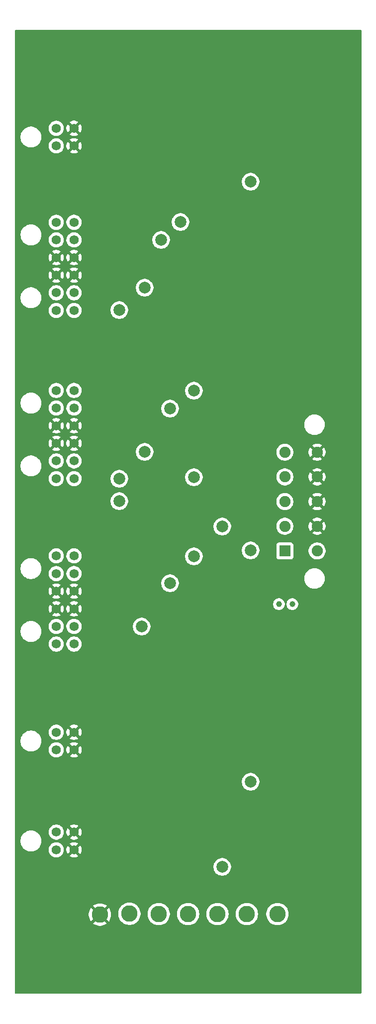
<source format=gbr>
%TF.GenerationSoftware,KiCad,Pcbnew,9.0.6*%
%TF.CreationDate,2026-03-01T09:21:26-05:00*%
%TF.ProjectId,acmi-pwrbrd,61636d69-2d70-4777-9262-72642e6b6963,rev?*%
%TF.SameCoordinates,Original*%
%TF.FileFunction,Copper,L3,Inr*%
%TF.FilePolarity,Positive*%
%FSLAX46Y46*%
G04 Gerber Fmt 4.6, Leading zero omitted, Abs format (unit mm)*
G04 Created by KiCad (PCBNEW 9.0.6) date 2026-03-01 09:21:26*
%MOMM*%
%LPD*%
G01*
G04 APERTURE LIST*
%TA.AperFunction,ComponentPad*%
%ADD10C,2.800000*%
%TD*%
%TA.AperFunction,ComponentPad*%
%ADD11C,1.574800*%
%TD*%
%TA.AperFunction,ComponentPad*%
%ADD12C,7.500000*%
%TD*%
%TA.AperFunction,ComponentPad*%
%ADD13R,1.900000X1.900000*%
%TD*%
%TA.AperFunction,ComponentPad*%
%ADD14C,1.900000*%
%TD*%
%TA.AperFunction,ViaPad*%
%ADD15C,1.000000*%
%TD*%
%TA.AperFunction,ViaPad*%
%ADD16C,2.000000*%
%TD*%
G04 APERTURE END LIST*
D10*
%TO.N,+5V*%
%TO.C,TP3*%
X185000000Y-185937500D03*
%TD*%
%TO.N,+15V*%
%TO.C,TP1*%
X175000000Y-185937500D03*
%TD*%
D11*
%TO.N,+15V*%
%TO.C,J7*%
X157564301Y-83225000D03*
%TO.N,+5V*%
X157564301Y-80225001D03*
%TO.N,GND*%
X157564301Y-77225002D03*
X157564301Y-74225002D03*
%TO.N,-5V*%
X157564301Y-71225003D03*
%TO.N,-15V*%
X157564301Y-68225004D03*
%TO.N,+15V*%
X160564300Y-83225000D03*
%TO.N,+5V*%
X160564300Y-80225001D03*
%TO.N,GND*%
X160564300Y-77225002D03*
X160564300Y-74225002D03*
%TO.N,-5V*%
X160564300Y-71225003D03*
%TO.N,-15V*%
X160564300Y-68225004D03*
%TD*%
D12*
%TO.N,GND*%
%TO.C,MT2*%
X205000000Y-40000000D03*
%TD*%
D10*
%TO.N,GND*%
%TO.C,TP7*%
X164986000Y-186030000D03*
%TD*%
%TO.N,+12VA*%
%TO.C,TP5*%
X190000000Y-185937500D03*
%TD*%
D11*
%TO.N,+15V*%
%TO.C,J4*%
X157564301Y-140000000D03*
%TO.N,+5V*%
X157564301Y-137000001D03*
%TO.N,GND*%
X157564301Y-134000002D03*
X157564301Y-131000002D03*
%TO.N,-5V*%
X157564301Y-128000003D03*
%TO.N,-15V*%
X157564301Y-125000004D03*
%TO.N,+15V*%
X160564300Y-140000000D03*
%TO.N,+5V*%
X160564300Y-137000001D03*
%TO.N,GND*%
X160564300Y-134000002D03*
X160564300Y-131000002D03*
%TO.N,-5V*%
X160564300Y-128000003D03*
%TO.N,-15V*%
X160564300Y-125000004D03*
%TD*%
D10*
%TO.N,-5V*%
%TO.C,TP4*%
X180000000Y-185937500D03*
%TD*%
%TO.N,-15V*%
%TO.C,TP2*%
X170000000Y-185887500D03*
%TD*%
%TO.N,+12VB*%
%TO.C,TP6*%
X195212000Y-185937500D03*
%TD*%
D12*
%TO.N,GND*%
%TO.C,MT3*%
X155000000Y-195000000D03*
%TD*%
D13*
%TO.N,+12VA*%
%TO.C,J6*%
X196460000Y-124150000D03*
D14*
%TO.N,+12VB*%
X196460000Y-119950000D03*
%TO.N,+15V*%
X196460000Y-115750000D03*
%TO.N,-15V*%
X196460000Y-111550000D03*
%TO.N,+5V*%
X196460000Y-107350000D03*
%TO.N,-5V*%
X201960000Y-124150000D03*
%TO.N,GND*%
X201960000Y-119950000D03*
X201960000Y-115750000D03*
X201960000Y-111550000D03*
X201960000Y-107350000D03*
%TD*%
D11*
%TO.N,+12VB*%
%TO.C,J2*%
X157564301Y-175000000D03*
%TO.N,unconnected-(J2-Pad2)*%
X157564301Y-172000001D03*
%TO.N,GND*%
X160564300Y-175000000D03*
X160564300Y-172000001D03*
%TD*%
%TO.N,+12VA*%
%TO.C,J1*%
X157564301Y-157999999D03*
%TO.N,unconnected-(J1-Pad2)*%
X157564301Y-155000000D03*
%TO.N,GND*%
X160564300Y-157999999D03*
X160564300Y-155000000D03*
%TD*%
D12*
%TO.N,GND*%
%TO.C,MT1*%
X155000000Y-40000000D03*
%TD*%
D11*
%TO.N,+12VA*%
%TO.C,J5*%
X157564301Y-55225001D03*
%TO.N,unconnected-(J5-Pad2)*%
X157564301Y-52225002D03*
%TO.N,GND*%
X160564300Y-55225001D03*
X160564300Y-52225002D03*
%TD*%
%TO.N,+15V*%
%TO.C,J3*%
X157564301Y-111839598D03*
%TO.N,+5V*%
X157564301Y-108839599D03*
%TO.N,GND*%
X157564301Y-105839600D03*
X157564301Y-102839600D03*
%TO.N,-5V*%
X157564301Y-99839601D03*
%TO.N,-15V*%
X157564301Y-96839602D03*
%TO.N,+15V*%
X160564300Y-111839598D03*
%TO.N,+5V*%
X160564300Y-108839599D03*
%TO.N,GND*%
X160564300Y-105839600D03*
X160564300Y-102839600D03*
%TO.N,-5V*%
X160564300Y-99839601D03*
%TO.N,-15V*%
X160564300Y-96839602D03*
%TD*%
D12*
%TO.N,GND*%
%TO.C,MT4*%
X205000000Y-195000000D03*
%TD*%
D15*
%TO.N,GND*%
X190132000Y-196725500D03*
X179997000Y-196698000D03*
X170066000Y-196698000D03*
X195212000Y-196698000D03*
X185052000Y-196650500D03*
X175146000Y-196735500D03*
D16*
%TO.N,+5V*%
X172098000Y-137008000D03*
X172606000Y-79350000D03*
X172606000Y-107290000D03*
%TO.N,-5V*%
X176924000Y-129642000D03*
X175400000Y-71222000D03*
X176924000Y-99924000D03*
%TO.N,+15V*%
X168288000Y-83160000D03*
X168288000Y-115672000D03*
X168288000Y-111862000D03*
D15*
X197752000Y-133198000D03*
D16*
%TO.N,-15V*%
X180988000Y-111608000D03*
X180988000Y-125070000D03*
X178702000Y-68174000D03*
X180988000Y-96876000D03*
D15*
X195466000Y-133198000D03*
D16*
%TO.N,+12VA*%
X190640000Y-163424000D03*
X190640000Y-124054000D03*
X190640000Y-61316000D03*
%TO.N,+12VB*%
X185814000Y-177902000D03*
X185814000Y-119990000D03*
%TD*%
%TA.AperFunction,Conductor*%
%TO.N,GND*%
G36*
X209442539Y-35520185D02*
G01*
X209488294Y-35572989D01*
X209499500Y-35624500D01*
X209499500Y-199375500D01*
X209479815Y-199442539D01*
X209427011Y-199488294D01*
X209375500Y-199499500D01*
X208369000Y-199499500D01*
X150624448Y-199475052D01*
X150557416Y-199455339D01*
X150511684Y-199402516D01*
X150500500Y-199351052D01*
X150500500Y-185905466D01*
X163086000Y-185905466D01*
X163086000Y-186154533D01*
X163118508Y-186401463D01*
X163182973Y-186642049D01*
X163278283Y-186872148D01*
X163278288Y-186872159D01*
X163402813Y-187087841D01*
X163402819Y-187087849D01*
X163477400Y-187185045D01*
X164270152Y-186392292D01*
X164277049Y-186408942D01*
X164364599Y-186539970D01*
X164476030Y-186651401D01*
X164607058Y-186738951D01*
X164623705Y-186745846D01*
X163830953Y-187538598D01*
X163928150Y-187613180D01*
X163928158Y-187613186D01*
X164143840Y-187737711D01*
X164143851Y-187737716D01*
X164373950Y-187833026D01*
X164614536Y-187897491D01*
X164861466Y-187930000D01*
X165110534Y-187930000D01*
X165357463Y-187897491D01*
X165598049Y-187833026D01*
X165828148Y-187737716D01*
X165828159Y-187737711D01*
X166043855Y-187613178D01*
X166141045Y-187538600D01*
X166141045Y-187538597D01*
X165348294Y-186745846D01*
X165364942Y-186738951D01*
X165495970Y-186651401D01*
X165607401Y-186539970D01*
X165694951Y-186408942D01*
X165701846Y-186392294D01*
X166494597Y-187185045D01*
X166494600Y-187185045D01*
X166569178Y-187087855D01*
X166693711Y-186872159D01*
X166693716Y-186872148D01*
X166789026Y-186642049D01*
X166853491Y-186401463D01*
X166886000Y-186154533D01*
X166886000Y-185905466D01*
X166868832Y-185775061D01*
X166867236Y-185762941D01*
X168099500Y-185762941D01*
X168099500Y-186012058D01*
X168099501Y-186012075D01*
X168106082Y-186062065D01*
X168132018Y-186259065D01*
X168165375Y-186383553D01*
X168196498Y-186499707D01*
X168291830Y-186729861D01*
X168291837Y-186729876D01*
X168416400Y-186945626D01*
X168568060Y-187143274D01*
X168568066Y-187143281D01*
X168744218Y-187319433D01*
X168744225Y-187319439D01*
X168941873Y-187471099D01*
X169157623Y-187595662D01*
X169157638Y-187595669D01*
X169256825Y-187636753D01*
X169387793Y-187691002D01*
X169628435Y-187755482D01*
X169875435Y-187788000D01*
X169875442Y-187788000D01*
X170124558Y-187788000D01*
X170124565Y-187788000D01*
X170371565Y-187755482D01*
X170612207Y-187691002D01*
X170842373Y-187595664D01*
X171058127Y-187471099D01*
X171255776Y-187319438D01*
X171431938Y-187143276D01*
X171583599Y-186945627D01*
X171708164Y-186729873D01*
X171803502Y-186499707D01*
X171867982Y-186259065D01*
X171900500Y-186012065D01*
X171900500Y-185812941D01*
X173099500Y-185812941D01*
X173099500Y-186062058D01*
X173099501Y-186062075D01*
X173132017Y-186309061D01*
X173196498Y-186549707D01*
X173291830Y-186779861D01*
X173291837Y-186779876D01*
X173416400Y-186995626D01*
X173568060Y-187193274D01*
X173568066Y-187193281D01*
X173744218Y-187369433D01*
X173744225Y-187369439D01*
X173941873Y-187521099D01*
X174157623Y-187645662D01*
X174157638Y-187645669D01*
X174256825Y-187686753D01*
X174387793Y-187741002D01*
X174628435Y-187805482D01*
X174875435Y-187838000D01*
X174875442Y-187838000D01*
X175124558Y-187838000D01*
X175124565Y-187838000D01*
X175371565Y-187805482D01*
X175612207Y-187741002D01*
X175842373Y-187645664D01*
X176058127Y-187521099D01*
X176255776Y-187369438D01*
X176431938Y-187193276D01*
X176583599Y-186995627D01*
X176708164Y-186779873D01*
X176803502Y-186549707D01*
X176867982Y-186309065D01*
X176900500Y-186062065D01*
X176900500Y-185812941D01*
X178099500Y-185812941D01*
X178099500Y-186062058D01*
X178099501Y-186062075D01*
X178132017Y-186309061D01*
X178196498Y-186549707D01*
X178291830Y-186779861D01*
X178291837Y-186779876D01*
X178416400Y-186995626D01*
X178568060Y-187193274D01*
X178568066Y-187193281D01*
X178744218Y-187369433D01*
X178744225Y-187369439D01*
X178941873Y-187521099D01*
X179157623Y-187645662D01*
X179157638Y-187645669D01*
X179256825Y-187686753D01*
X179387793Y-187741002D01*
X179628435Y-187805482D01*
X179875435Y-187838000D01*
X179875442Y-187838000D01*
X180124558Y-187838000D01*
X180124565Y-187838000D01*
X180371565Y-187805482D01*
X180612207Y-187741002D01*
X180842373Y-187645664D01*
X181058127Y-187521099D01*
X181255776Y-187369438D01*
X181431938Y-187193276D01*
X181583599Y-186995627D01*
X181708164Y-186779873D01*
X181803502Y-186549707D01*
X181867982Y-186309065D01*
X181900500Y-186062065D01*
X181900500Y-185812941D01*
X183099500Y-185812941D01*
X183099500Y-186062058D01*
X183099501Y-186062075D01*
X183132017Y-186309061D01*
X183196498Y-186549707D01*
X183291830Y-186779861D01*
X183291837Y-186779876D01*
X183416400Y-186995626D01*
X183568060Y-187193274D01*
X183568066Y-187193281D01*
X183744218Y-187369433D01*
X183744225Y-187369439D01*
X183941873Y-187521099D01*
X184157623Y-187645662D01*
X184157638Y-187645669D01*
X184256825Y-187686753D01*
X184387793Y-187741002D01*
X184628435Y-187805482D01*
X184875435Y-187838000D01*
X184875442Y-187838000D01*
X185124558Y-187838000D01*
X185124565Y-187838000D01*
X185371565Y-187805482D01*
X185612207Y-187741002D01*
X185842373Y-187645664D01*
X186058127Y-187521099D01*
X186255776Y-187369438D01*
X186431938Y-187193276D01*
X186583599Y-186995627D01*
X186708164Y-186779873D01*
X186803502Y-186549707D01*
X186867982Y-186309065D01*
X186900500Y-186062065D01*
X186900500Y-185812941D01*
X188099500Y-185812941D01*
X188099500Y-186062058D01*
X188099501Y-186062075D01*
X188132017Y-186309061D01*
X188196498Y-186549707D01*
X188291830Y-186779861D01*
X188291837Y-186779876D01*
X188416400Y-186995626D01*
X188568060Y-187193274D01*
X188568066Y-187193281D01*
X188744218Y-187369433D01*
X188744225Y-187369439D01*
X188941873Y-187521099D01*
X189157623Y-187645662D01*
X189157638Y-187645669D01*
X189256825Y-187686753D01*
X189387793Y-187741002D01*
X189628435Y-187805482D01*
X189875435Y-187838000D01*
X189875442Y-187838000D01*
X190124558Y-187838000D01*
X190124565Y-187838000D01*
X190371565Y-187805482D01*
X190612207Y-187741002D01*
X190842373Y-187645664D01*
X191058127Y-187521099D01*
X191255776Y-187369438D01*
X191431938Y-187193276D01*
X191583599Y-186995627D01*
X191708164Y-186779873D01*
X191803502Y-186549707D01*
X191867982Y-186309065D01*
X191900500Y-186062065D01*
X191900500Y-185812941D01*
X193311500Y-185812941D01*
X193311500Y-186062058D01*
X193311501Y-186062075D01*
X193344017Y-186309061D01*
X193408498Y-186549707D01*
X193503830Y-186779861D01*
X193503837Y-186779876D01*
X193628400Y-186995626D01*
X193780060Y-187193274D01*
X193780066Y-187193281D01*
X193956218Y-187369433D01*
X193956225Y-187369439D01*
X194153873Y-187521099D01*
X194369623Y-187645662D01*
X194369638Y-187645669D01*
X194468825Y-187686753D01*
X194599793Y-187741002D01*
X194840435Y-187805482D01*
X195087435Y-187838000D01*
X195087442Y-187838000D01*
X195336558Y-187838000D01*
X195336565Y-187838000D01*
X195583565Y-187805482D01*
X195824207Y-187741002D01*
X196054373Y-187645664D01*
X196270127Y-187521099D01*
X196467776Y-187369438D01*
X196643938Y-187193276D01*
X196795599Y-186995627D01*
X196920164Y-186779873D01*
X197015502Y-186549707D01*
X197079982Y-186309065D01*
X197112500Y-186062065D01*
X197112500Y-185812935D01*
X197079982Y-185565935D01*
X197015502Y-185325293D01*
X196920164Y-185095127D01*
X196891294Y-185045123D01*
X196795599Y-184879373D01*
X196643939Y-184681725D01*
X196643933Y-184681718D01*
X196467781Y-184505566D01*
X196467774Y-184505560D01*
X196270126Y-184353900D01*
X196054376Y-184229337D01*
X196054361Y-184229330D01*
X195824207Y-184133998D01*
X195583561Y-184069517D01*
X195336575Y-184037001D01*
X195336570Y-184037000D01*
X195336565Y-184037000D01*
X195087435Y-184037000D01*
X195087429Y-184037000D01*
X195087424Y-184037001D01*
X194840438Y-184069517D01*
X194599792Y-184133998D01*
X194369638Y-184229330D01*
X194369623Y-184229337D01*
X194153873Y-184353900D01*
X193956225Y-184505560D01*
X193956218Y-184505566D01*
X193780066Y-184681718D01*
X193780060Y-184681725D01*
X193628400Y-184879373D01*
X193503837Y-185095123D01*
X193503830Y-185095138D01*
X193408498Y-185325292D01*
X193344017Y-185565938D01*
X193311501Y-185812924D01*
X193311500Y-185812941D01*
X191900500Y-185812941D01*
X191900500Y-185812935D01*
X191867982Y-185565935D01*
X191803502Y-185325293D01*
X191708164Y-185095127D01*
X191679294Y-185045123D01*
X191583599Y-184879373D01*
X191431939Y-184681725D01*
X191431933Y-184681718D01*
X191255781Y-184505566D01*
X191255774Y-184505560D01*
X191058126Y-184353900D01*
X190842376Y-184229337D01*
X190842361Y-184229330D01*
X190612207Y-184133998D01*
X190371561Y-184069517D01*
X190124575Y-184037001D01*
X190124570Y-184037000D01*
X190124565Y-184037000D01*
X189875435Y-184037000D01*
X189875429Y-184037000D01*
X189875424Y-184037001D01*
X189628438Y-184069517D01*
X189387792Y-184133998D01*
X189157638Y-184229330D01*
X189157623Y-184229337D01*
X188941873Y-184353900D01*
X188744225Y-184505560D01*
X188744218Y-184505566D01*
X188568066Y-184681718D01*
X188568060Y-184681725D01*
X188416400Y-184879373D01*
X188291837Y-185095123D01*
X188291830Y-185095138D01*
X188196498Y-185325292D01*
X188132017Y-185565938D01*
X188099501Y-185812924D01*
X188099500Y-185812941D01*
X186900500Y-185812941D01*
X186900500Y-185812935D01*
X186867982Y-185565935D01*
X186803502Y-185325293D01*
X186708164Y-185095127D01*
X186679294Y-185045123D01*
X186583599Y-184879373D01*
X186431939Y-184681725D01*
X186431933Y-184681718D01*
X186255781Y-184505566D01*
X186255774Y-184505560D01*
X186058126Y-184353900D01*
X185842376Y-184229337D01*
X185842361Y-184229330D01*
X185612207Y-184133998D01*
X185371561Y-184069517D01*
X185124575Y-184037001D01*
X185124570Y-184037000D01*
X185124565Y-184037000D01*
X184875435Y-184037000D01*
X184875429Y-184037000D01*
X184875424Y-184037001D01*
X184628438Y-184069517D01*
X184387792Y-184133998D01*
X184157638Y-184229330D01*
X184157623Y-184229337D01*
X183941873Y-184353900D01*
X183744225Y-184505560D01*
X183744218Y-184505566D01*
X183568066Y-184681718D01*
X183568060Y-184681725D01*
X183416400Y-184879373D01*
X183291837Y-185095123D01*
X183291830Y-185095138D01*
X183196498Y-185325292D01*
X183132017Y-185565938D01*
X183099501Y-185812924D01*
X183099500Y-185812941D01*
X181900500Y-185812941D01*
X181900500Y-185812935D01*
X181867982Y-185565935D01*
X181803502Y-185325293D01*
X181708164Y-185095127D01*
X181679294Y-185045123D01*
X181583599Y-184879373D01*
X181431939Y-184681725D01*
X181431933Y-184681718D01*
X181255781Y-184505566D01*
X181255774Y-184505560D01*
X181058126Y-184353900D01*
X180842376Y-184229337D01*
X180842361Y-184229330D01*
X180612207Y-184133998D01*
X180371561Y-184069517D01*
X180124575Y-184037001D01*
X180124570Y-184037000D01*
X180124565Y-184037000D01*
X179875435Y-184037000D01*
X179875429Y-184037000D01*
X179875424Y-184037001D01*
X179628438Y-184069517D01*
X179387792Y-184133998D01*
X179157638Y-184229330D01*
X179157623Y-184229337D01*
X178941873Y-184353900D01*
X178744225Y-184505560D01*
X178744218Y-184505566D01*
X178568066Y-184681718D01*
X178568060Y-184681725D01*
X178416400Y-184879373D01*
X178291837Y-185095123D01*
X178291830Y-185095138D01*
X178196498Y-185325292D01*
X178132017Y-185565938D01*
X178099501Y-185812924D01*
X178099500Y-185812941D01*
X176900500Y-185812941D01*
X176900500Y-185812935D01*
X176867982Y-185565935D01*
X176803502Y-185325293D01*
X176708164Y-185095127D01*
X176679294Y-185045123D01*
X176583599Y-184879373D01*
X176431939Y-184681725D01*
X176431933Y-184681718D01*
X176255781Y-184505566D01*
X176255774Y-184505560D01*
X176058126Y-184353900D01*
X175842376Y-184229337D01*
X175842361Y-184229330D01*
X175612207Y-184133998D01*
X175371561Y-184069517D01*
X175124575Y-184037001D01*
X175124570Y-184037000D01*
X175124565Y-184037000D01*
X174875435Y-184037000D01*
X174875429Y-184037000D01*
X174875424Y-184037001D01*
X174628438Y-184069517D01*
X174387792Y-184133998D01*
X174157638Y-184229330D01*
X174157623Y-184229337D01*
X173941873Y-184353900D01*
X173744225Y-184505560D01*
X173744218Y-184505566D01*
X173568066Y-184681718D01*
X173568060Y-184681725D01*
X173416400Y-184879373D01*
X173291837Y-185095123D01*
X173291830Y-185095138D01*
X173196498Y-185325292D01*
X173132017Y-185565938D01*
X173099501Y-185812924D01*
X173099500Y-185812941D01*
X171900500Y-185812941D01*
X171900500Y-185762935D01*
X171867982Y-185515935D01*
X171803502Y-185275293D01*
X171708164Y-185045127D01*
X171609914Y-184874953D01*
X171583599Y-184829373D01*
X171431939Y-184631725D01*
X171431933Y-184631718D01*
X171255781Y-184455566D01*
X171255774Y-184455560D01*
X171058126Y-184303900D01*
X170842376Y-184179337D01*
X170842361Y-184179330D01*
X170612207Y-184083998D01*
X170436812Y-184037001D01*
X170371565Y-184019518D01*
X170371564Y-184019517D01*
X170371561Y-184019517D01*
X170124575Y-183987001D01*
X170124570Y-183987000D01*
X170124565Y-183987000D01*
X169875435Y-183987000D01*
X169875429Y-183987000D01*
X169875424Y-183987001D01*
X169628438Y-184019517D01*
X169387792Y-184083998D01*
X169157638Y-184179330D01*
X169157623Y-184179337D01*
X168941873Y-184303900D01*
X168744225Y-184455560D01*
X168744218Y-184455566D01*
X168568066Y-184631718D01*
X168568060Y-184631725D01*
X168416400Y-184829373D01*
X168291837Y-185045123D01*
X168291830Y-185045138D01*
X168196498Y-185275292D01*
X168132017Y-185515938D01*
X168099501Y-185762924D01*
X168099500Y-185762941D01*
X166867236Y-185762941D01*
X166853491Y-185658536D01*
X166789026Y-185417950D01*
X166693716Y-185187851D01*
X166693711Y-185187840D01*
X166569186Y-184972158D01*
X166569180Y-184972150D01*
X166494598Y-184874953D01*
X165701846Y-185667705D01*
X165694951Y-185651058D01*
X165607401Y-185520030D01*
X165495970Y-185408599D01*
X165364942Y-185321049D01*
X165348292Y-185314152D01*
X166141045Y-184521400D01*
X166043849Y-184446819D01*
X166043841Y-184446813D01*
X165828159Y-184322288D01*
X165828148Y-184322283D01*
X165598049Y-184226973D01*
X165357463Y-184162508D01*
X165110534Y-184130000D01*
X164861466Y-184130000D01*
X164614536Y-184162508D01*
X164373950Y-184226973D01*
X164143851Y-184322283D01*
X164143847Y-184322285D01*
X163928143Y-184446823D01*
X163830953Y-184521399D01*
X163830953Y-184521400D01*
X164623706Y-185314153D01*
X164607058Y-185321049D01*
X164476030Y-185408599D01*
X164364599Y-185520030D01*
X164277049Y-185651058D01*
X164270153Y-185667706D01*
X163477400Y-184874953D01*
X163477399Y-184874953D01*
X163402823Y-184972143D01*
X163278285Y-185187847D01*
X163278283Y-185187851D01*
X163182973Y-185417950D01*
X163118508Y-185658536D01*
X163086000Y-185905466D01*
X150500500Y-185905466D01*
X150500500Y-177783902D01*
X184313500Y-177783902D01*
X184313500Y-178020097D01*
X184350446Y-178253368D01*
X184423433Y-178477996D01*
X184530657Y-178688433D01*
X184669483Y-178879510D01*
X184836490Y-179046517D01*
X185027567Y-179185343D01*
X185126991Y-179236002D01*
X185238003Y-179292566D01*
X185238005Y-179292566D01*
X185238008Y-179292568D01*
X185358412Y-179331689D01*
X185462631Y-179365553D01*
X185695903Y-179402500D01*
X185695908Y-179402500D01*
X185932097Y-179402500D01*
X186165368Y-179365553D01*
X186389992Y-179292568D01*
X186600433Y-179185343D01*
X186791510Y-179046517D01*
X186958517Y-178879510D01*
X187097343Y-178688433D01*
X187204568Y-178477992D01*
X187277553Y-178253368D01*
X187314500Y-178020097D01*
X187314500Y-177783902D01*
X187277553Y-177550631D01*
X187204566Y-177326003D01*
X187097342Y-177115566D01*
X186958517Y-176924490D01*
X186791510Y-176757483D01*
X186600433Y-176618657D01*
X186389996Y-176511433D01*
X186165368Y-176438446D01*
X185932097Y-176401500D01*
X185932092Y-176401500D01*
X185695908Y-176401500D01*
X185695903Y-176401500D01*
X185462631Y-176438446D01*
X185238003Y-176511433D01*
X185027566Y-176618657D01*
X184918550Y-176697862D01*
X184836490Y-176757483D01*
X184836488Y-176757485D01*
X184836487Y-176757485D01*
X184669485Y-176924487D01*
X184669485Y-176924488D01*
X184669483Y-176924490D01*
X184609862Y-177006550D01*
X184530657Y-177115566D01*
X184423433Y-177326003D01*
X184350446Y-177550631D01*
X184313500Y-177783902D01*
X150500500Y-177783902D01*
X150500500Y-173383685D01*
X151469799Y-173383685D01*
X151469799Y-173616314D01*
X151486586Y-173743812D01*
X151500162Y-173846930D01*
X151522299Y-173929545D01*
X151560367Y-174071620D01*
X151649382Y-174286521D01*
X151649387Y-174286532D01*
X151765686Y-174487966D01*
X151765697Y-174487982D01*
X151907295Y-174672517D01*
X151907301Y-174672524D01*
X152071774Y-174836997D01*
X152071780Y-174837002D01*
X152256325Y-174978608D01*
X152256332Y-174978612D01*
X152457766Y-175094911D01*
X152457771Y-175094913D01*
X152457774Y-175094915D01*
X152473334Y-175101360D01*
X152672678Y-175183931D01*
X152672679Y-175183931D01*
X152672681Y-175183932D01*
X152897369Y-175244137D01*
X153127992Y-175274500D01*
X153127999Y-175274500D01*
X153360599Y-175274500D01*
X153360606Y-175274500D01*
X153591229Y-175244137D01*
X153815917Y-175183932D01*
X154030824Y-175094915D01*
X154232273Y-174978608D01*
X154336490Y-174898640D01*
X156276401Y-174898640D01*
X156276401Y-175101359D01*
X156308094Y-175301463D01*
X156308114Y-175301584D01*
X156370758Y-175494382D01*
X156462661Y-175674751D01*
X156462793Y-175675009D01*
X156581940Y-175839004D01*
X156725296Y-175982360D01*
X156878757Y-176093854D01*
X156889295Y-176101510D01*
X157069919Y-176193543D01*
X157262717Y-176256187D01*
X157462941Y-176287900D01*
X157462942Y-176287900D01*
X157665660Y-176287900D01*
X157665661Y-176287900D01*
X157865885Y-176256187D01*
X158058683Y-176193543D01*
X158239307Y-176101510D01*
X158331386Y-176034610D01*
X158403305Y-175982360D01*
X158403307Y-175982357D01*
X158403311Y-175982355D01*
X158546656Y-175839010D01*
X158546658Y-175839006D01*
X158546661Y-175839004D01*
X158635374Y-175716899D01*
X158665811Y-175675006D01*
X158757844Y-175494382D01*
X158820488Y-175301584D01*
X158852201Y-175101360D01*
X158852201Y-174898679D01*
X159276900Y-174898679D01*
X159276900Y-175101320D01*
X159308599Y-175301463D01*
X159371221Y-175494192D01*
X159463216Y-175674744D01*
X159493845Y-175716899D01*
X159493846Y-175716900D01*
X160054065Y-175156680D01*
X160067250Y-175205885D01*
X160137474Y-175327515D01*
X160236785Y-175426826D01*
X160358415Y-175497050D01*
X160407619Y-175510234D01*
X159847399Y-176070453D01*
X159847399Y-176070454D01*
X159889554Y-176101082D01*
X160070107Y-176193078D01*
X160262836Y-176255700D01*
X160262835Y-176255700D01*
X160462980Y-176287400D01*
X160665620Y-176287400D01*
X160865763Y-176255700D01*
X161058492Y-176193078D01*
X161239047Y-176101081D01*
X161239051Y-176101079D01*
X161281199Y-176070454D01*
X161281200Y-176070454D01*
X160720980Y-175510234D01*
X160770185Y-175497050D01*
X160891815Y-175426826D01*
X160991126Y-175327515D01*
X161061350Y-175205885D01*
X161074534Y-175156680D01*
X161634753Y-175716900D01*
X161634754Y-175716899D01*
X161665379Y-175674751D01*
X161665381Y-175674747D01*
X161757378Y-175494192D01*
X161820000Y-175301463D01*
X161851700Y-175101320D01*
X161851700Y-174898679D01*
X161820000Y-174698536D01*
X161757378Y-174505807D01*
X161665382Y-174325254D01*
X161634753Y-174283099D01*
X161074533Y-174843318D01*
X161061350Y-174794115D01*
X160991126Y-174672485D01*
X160891815Y-174573174D01*
X160770185Y-174502950D01*
X160720980Y-174489765D01*
X161281200Y-173929546D01*
X161281199Y-173929545D01*
X161239044Y-173898916D01*
X161058492Y-173806921D01*
X160865763Y-173744299D01*
X160865764Y-173744299D01*
X160665620Y-173712600D01*
X160462980Y-173712600D01*
X160262836Y-173744299D01*
X160070107Y-173806921D01*
X159889550Y-173898919D01*
X159847399Y-173929544D01*
X159847398Y-173929545D01*
X160407619Y-174489765D01*
X160358415Y-174502950D01*
X160236785Y-174573174D01*
X160137474Y-174672485D01*
X160067250Y-174794115D01*
X160054066Y-174843319D01*
X159493845Y-174283098D01*
X159493844Y-174283099D01*
X159463219Y-174325250D01*
X159371221Y-174505807D01*
X159308599Y-174698536D01*
X159276900Y-174898679D01*
X158852201Y-174898679D01*
X158852201Y-174898640D01*
X158820488Y-174698416D01*
X158757844Y-174505618D01*
X158665811Y-174324994D01*
X158635372Y-174283098D01*
X158546661Y-174160995D01*
X158403305Y-174017639D01*
X158239310Y-173898492D01*
X158239309Y-173898491D01*
X158239307Y-173898490D01*
X158058683Y-173806457D01*
X157865885Y-173743813D01*
X157865883Y-173743812D01*
X157865881Y-173743812D01*
X157726083Y-173721670D01*
X157665661Y-173712100D01*
X157462941Y-173712100D01*
X157416525Y-173719451D01*
X157262720Y-173743812D01*
X157069916Y-173806458D01*
X156889291Y-173898492D01*
X156725296Y-174017639D01*
X156581940Y-174160995D01*
X156462793Y-174324990D01*
X156370759Y-174505615D01*
X156308113Y-174698419D01*
X156276401Y-174898640D01*
X154336490Y-174898640D01*
X154416818Y-174837002D01*
X154416823Y-174836997D01*
X154447734Y-174806087D01*
X154581296Y-174672524D01*
X154581301Y-174672519D01*
X154722907Y-174487974D01*
X154839214Y-174286525D01*
X154928231Y-174071618D01*
X154988436Y-173846930D01*
X155018799Y-173616307D01*
X155018799Y-173383693D01*
X154988436Y-173153070D01*
X154928231Y-172928382D01*
X154891212Y-172839011D01*
X154840633Y-172716901D01*
X154839214Y-172713475D01*
X154839212Y-172713472D01*
X154839210Y-172713467D01*
X154722911Y-172512033D01*
X154722907Y-172512026D01*
X154581301Y-172327481D01*
X154581296Y-172327475D01*
X154416823Y-172163002D01*
X154416816Y-172162996D01*
X154232281Y-172021398D01*
X154232279Y-172021397D01*
X154232273Y-172021392D01*
X154030824Y-171905085D01*
X154030820Y-171905083D01*
X154015268Y-171898641D01*
X156276401Y-171898641D01*
X156276401Y-172101360D01*
X156308094Y-172301464D01*
X156308114Y-172301585D01*
X156370758Y-172494383D01*
X156462661Y-172674752D01*
X156462793Y-172675010D01*
X156581940Y-172839005D01*
X156725296Y-172982361D01*
X156878757Y-173093855D01*
X156889295Y-173101511D01*
X157069919Y-173193544D01*
X157262717Y-173256188D01*
X157462941Y-173287901D01*
X157462942Y-173287901D01*
X157665660Y-173287901D01*
X157665661Y-173287901D01*
X157865885Y-173256188D01*
X158058683Y-173193544D01*
X158239307Y-173101511D01*
X158331386Y-173034611D01*
X158403305Y-172982361D01*
X158403307Y-172982358D01*
X158403311Y-172982356D01*
X158546656Y-172839011D01*
X158546658Y-172839007D01*
X158546661Y-172839005D01*
X158637860Y-172713478D01*
X158665811Y-172675007D01*
X158757844Y-172494383D01*
X158820488Y-172301585D01*
X158852201Y-172101361D01*
X158852201Y-171898680D01*
X159276900Y-171898680D01*
X159276900Y-172101321D01*
X159308599Y-172301464D01*
X159371221Y-172494193D01*
X159463216Y-172674745D01*
X159493845Y-172716900D01*
X159493846Y-172716901D01*
X160054065Y-172156681D01*
X160067250Y-172205886D01*
X160137474Y-172327516D01*
X160236785Y-172426827D01*
X160358415Y-172497051D01*
X160407619Y-172510235D01*
X159847399Y-173070454D01*
X159847399Y-173070455D01*
X159889554Y-173101083D01*
X160070107Y-173193079D01*
X160262836Y-173255701D01*
X160262835Y-173255701D01*
X160462980Y-173287401D01*
X160665620Y-173287401D01*
X160865763Y-173255701D01*
X161058492Y-173193079D01*
X161239047Y-173101082D01*
X161239051Y-173101080D01*
X161281199Y-173070455D01*
X161281200Y-173070455D01*
X160720980Y-172510235D01*
X160770185Y-172497051D01*
X160891815Y-172426827D01*
X160991126Y-172327516D01*
X161061350Y-172205886D01*
X161074534Y-172156681D01*
X161634753Y-172716901D01*
X161634754Y-172716900D01*
X161665379Y-172674752D01*
X161665381Y-172674748D01*
X161757378Y-172494193D01*
X161820000Y-172301464D01*
X161851700Y-172101321D01*
X161851700Y-171898680D01*
X161820000Y-171698537D01*
X161757378Y-171505808D01*
X161665382Y-171325255D01*
X161634753Y-171283100D01*
X161074533Y-171843319D01*
X161061350Y-171794116D01*
X160991126Y-171672486D01*
X160891815Y-171573175D01*
X160770185Y-171502951D01*
X160720980Y-171489766D01*
X161281200Y-170929547D01*
X161281199Y-170929546D01*
X161239044Y-170898917D01*
X161058492Y-170806922D01*
X160865763Y-170744300D01*
X160865764Y-170744300D01*
X160665620Y-170712601D01*
X160462980Y-170712601D01*
X160262836Y-170744300D01*
X160070107Y-170806922D01*
X159889550Y-170898920D01*
X159847399Y-170929545D01*
X159847398Y-170929546D01*
X160407619Y-171489766D01*
X160358415Y-171502951D01*
X160236785Y-171573175D01*
X160137474Y-171672486D01*
X160067250Y-171794116D01*
X160054066Y-171843320D01*
X159493845Y-171283099D01*
X159493844Y-171283100D01*
X159463219Y-171325251D01*
X159371221Y-171505808D01*
X159308599Y-171698537D01*
X159276900Y-171898680D01*
X158852201Y-171898680D01*
X158852201Y-171898641D01*
X158820488Y-171698417D01*
X158757844Y-171505619D01*
X158665811Y-171324995D01*
X158635372Y-171283099D01*
X158546661Y-171160996D01*
X158403305Y-171017640D01*
X158239310Y-170898493D01*
X158239309Y-170898492D01*
X158239307Y-170898491D01*
X158058683Y-170806458D01*
X157865885Y-170743814D01*
X157865883Y-170743813D01*
X157865881Y-170743813D01*
X157726083Y-170721671D01*
X157665661Y-170712101D01*
X157462941Y-170712101D01*
X157416525Y-170719452D01*
X157262720Y-170743813D01*
X157069916Y-170806459D01*
X156889291Y-170898493D01*
X156725296Y-171017640D01*
X156581940Y-171160996D01*
X156462793Y-171324991D01*
X156370759Y-171505616D01*
X156308113Y-171698420D01*
X156276401Y-171898641D01*
X154015268Y-171898641D01*
X153815919Y-171816068D01*
X153703573Y-171785965D01*
X153591229Y-171755863D01*
X153539979Y-171749115D01*
X153360613Y-171725500D01*
X153360606Y-171725500D01*
X153127992Y-171725500D01*
X153127984Y-171725500D01*
X152922993Y-171752489D01*
X152897369Y-171755863D01*
X152841197Y-171770914D01*
X152672678Y-171816068D01*
X152457777Y-171905083D01*
X152457766Y-171905088D01*
X152256332Y-172021387D01*
X152256316Y-172021398D01*
X152071781Y-172162996D01*
X152071774Y-172163002D01*
X151907301Y-172327475D01*
X151907295Y-172327482D01*
X151765697Y-172512017D01*
X151765686Y-172512033D01*
X151649387Y-172713467D01*
X151649382Y-172713478D01*
X151560367Y-172928379D01*
X151500162Y-173153071D01*
X151469799Y-173383685D01*
X150500500Y-173383685D01*
X150500500Y-163305902D01*
X189139500Y-163305902D01*
X189139500Y-163542097D01*
X189176446Y-163775368D01*
X189249433Y-163999996D01*
X189356657Y-164210433D01*
X189495483Y-164401510D01*
X189662490Y-164568517D01*
X189853567Y-164707343D01*
X189952991Y-164758002D01*
X190064003Y-164814566D01*
X190064005Y-164814566D01*
X190064008Y-164814568D01*
X190184412Y-164853689D01*
X190288631Y-164887553D01*
X190521903Y-164924500D01*
X190521908Y-164924500D01*
X190758097Y-164924500D01*
X190991368Y-164887553D01*
X191215992Y-164814568D01*
X191426433Y-164707343D01*
X191617510Y-164568517D01*
X191784517Y-164401510D01*
X191923343Y-164210433D01*
X192030568Y-163999992D01*
X192103553Y-163775368D01*
X192140500Y-163542097D01*
X192140500Y-163305902D01*
X192103553Y-163072631D01*
X192030566Y-162848003D01*
X191923342Y-162637566D01*
X191784517Y-162446490D01*
X191617510Y-162279483D01*
X191426433Y-162140657D01*
X191215996Y-162033433D01*
X190991368Y-161960446D01*
X190758097Y-161923500D01*
X190758092Y-161923500D01*
X190521908Y-161923500D01*
X190521903Y-161923500D01*
X190288631Y-161960446D01*
X190064003Y-162033433D01*
X189853566Y-162140657D01*
X189744550Y-162219862D01*
X189662490Y-162279483D01*
X189662488Y-162279485D01*
X189662487Y-162279485D01*
X189495485Y-162446487D01*
X189495485Y-162446488D01*
X189495483Y-162446490D01*
X189435862Y-162528550D01*
X189356657Y-162637566D01*
X189249433Y-162848003D01*
X189176446Y-163072631D01*
X189139500Y-163305902D01*
X150500500Y-163305902D01*
X150500500Y-156383684D01*
X151469799Y-156383684D01*
X151469799Y-156616313D01*
X151486586Y-156743811D01*
X151500162Y-156846929D01*
X151522299Y-156929544D01*
X151560367Y-157071619D01*
X151649382Y-157286520D01*
X151649387Y-157286531D01*
X151765686Y-157487965D01*
X151765697Y-157487981D01*
X151907295Y-157672516D01*
X151907301Y-157672523D01*
X152071774Y-157836996D01*
X152071780Y-157837001D01*
X152256325Y-157978607D01*
X152256332Y-157978611D01*
X152457766Y-158094910D01*
X152457771Y-158094912D01*
X152457774Y-158094914D01*
X152473334Y-158101359D01*
X152672678Y-158183930D01*
X152672679Y-158183930D01*
X152672681Y-158183931D01*
X152897369Y-158244136D01*
X153127992Y-158274499D01*
X153127999Y-158274499D01*
X153360599Y-158274499D01*
X153360606Y-158274499D01*
X153591229Y-158244136D01*
X153815917Y-158183931D01*
X154030824Y-158094914D01*
X154232273Y-157978607D01*
X154336490Y-157898639D01*
X156276401Y-157898639D01*
X156276401Y-158101358D01*
X156308094Y-158301462D01*
X156308114Y-158301583D01*
X156370758Y-158494381D01*
X156462661Y-158674750D01*
X156462793Y-158675008D01*
X156581940Y-158839003D01*
X156725296Y-158982359D01*
X156878757Y-159093853D01*
X156889295Y-159101509D01*
X157069919Y-159193542D01*
X157262717Y-159256186D01*
X157462941Y-159287899D01*
X157462942Y-159287899D01*
X157665660Y-159287899D01*
X157665661Y-159287899D01*
X157865885Y-159256186D01*
X158058683Y-159193542D01*
X158239307Y-159101509D01*
X158331386Y-159034609D01*
X158403305Y-158982359D01*
X158403307Y-158982356D01*
X158403311Y-158982354D01*
X158546656Y-158839009D01*
X158546658Y-158839005D01*
X158546661Y-158839003D01*
X158635374Y-158716898D01*
X158665811Y-158675005D01*
X158757844Y-158494381D01*
X158820488Y-158301583D01*
X158852201Y-158101359D01*
X158852201Y-157898678D01*
X159276900Y-157898678D01*
X159276900Y-158101319D01*
X159308599Y-158301462D01*
X159371221Y-158494191D01*
X159463216Y-158674743D01*
X159493845Y-158716898D01*
X159493846Y-158716899D01*
X160054065Y-158156679D01*
X160067250Y-158205884D01*
X160137474Y-158327514D01*
X160236785Y-158426825D01*
X160358415Y-158497049D01*
X160407619Y-158510233D01*
X159847399Y-159070452D01*
X159847399Y-159070453D01*
X159889554Y-159101081D01*
X160070107Y-159193077D01*
X160262836Y-159255699D01*
X160262835Y-159255699D01*
X160462980Y-159287399D01*
X160665620Y-159287399D01*
X160865763Y-159255699D01*
X161058492Y-159193077D01*
X161239047Y-159101080D01*
X161239051Y-159101078D01*
X161281199Y-159070453D01*
X161281200Y-159070453D01*
X160720980Y-158510233D01*
X160770185Y-158497049D01*
X160891815Y-158426825D01*
X160991126Y-158327514D01*
X161061350Y-158205884D01*
X161074534Y-158156679D01*
X161634753Y-158716899D01*
X161634754Y-158716898D01*
X161665379Y-158674750D01*
X161665381Y-158674746D01*
X161757378Y-158494191D01*
X161820000Y-158301462D01*
X161851700Y-158101319D01*
X161851700Y-157898678D01*
X161820000Y-157698535D01*
X161757378Y-157505806D01*
X161665382Y-157325253D01*
X161634753Y-157283098D01*
X161074533Y-157843317D01*
X161061350Y-157794114D01*
X160991126Y-157672484D01*
X160891815Y-157573173D01*
X160770185Y-157502949D01*
X160720980Y-157489764D01*
X161281200Y-156929545D01*
X161281199Y-156929544D01*
X161239044Y-156898915D01*
X161058492Y-156806920D01*
X160865763Y-156744298D01*
X160865764Y-156744298D01*
X160665620Y-156712599D01*
X160462980Y-156712599D01*
X160262836Y-156744298D01*
X160070107Y-156806920D01*
X159889550Y-156898918D01*
X159847399Y-156929543D01*
X159847398Y-156929544D01*
X160407619Y-157489764D01*
X160358415Y-157502949D01*
X160236785Y-157573173D01*
X160137474Y-157672484D01*
X160067250Y-157794114D01*
X160054066Y-157843318D01*
X159493845Y-157283097D01*
X159493844Y-157283098D01*
X159463219Y-157325249D01*
X159371221Y-157505806D01*
X159308599Y-157698535D01*
X159276900Y-157898678D01*
X158852201Y-157898678D01*
X158852201Y-157898639D01*
X158820488Y-157698415D01*
X158757844Y-157505617D01*
X158665811Y-157324993D01*
X158635372Y-157283097D01*
X158546661Y-157160994D01*
X158403305Y-157017638D01*
X158239310Y-156898491D01*
X158239309Y-156898490D01*
X158239307Y-156898489D01*
X158058683Y-156806456D01*
X157865885Y-156743812D01*
X157865883Y-156743811D01*
X157865881Y-156743811D01*
X157726083Y-156721669D01*
X157665661Y-156712099D01*
X157462941Y-156712099D01*
X157416525Y-156719450D01*
X157262720Y-156743811D01*
X157069916Y-156806457D01*
X156889291Y-156898491D01*
X156725296Y-157017638D01*
X156581940Y-157160994D01*
X156462793Y-157324989D01*
X156370759Y-157505614D01*
X156308113Y-157698418D01*
X156276401Y-157898639D01*
X154336490Y-157898639D01*
X154416818Y-157837001D01*
X154416823Y-157836996D01*
X154447734Y-157806086D01*
X154581296Y-157672523D01*
X154581301Y-157672518D01*
X154722907Y-157487973D01*
X154839214Y-157286524D01*
X154928231Y-157071617D01*
X154988436Y-156846929D01*
X155018799Y-156616306D01*
X155018799Y-156383692D01*
X154988436Y-156153069D01*
X154928231Y-155928381D01*
X154891212Y-155839010D01*
X154840633Y-155716900D01*
X154839214Y-155713474D01*
X154839212Y-155713471D01*
X154839210Y-155713466D01*
X154722911Y-155512032D01*
X154722907Y-155512025D01*
X154581301Y-155327480D01*
X154581296Y-155327474D01*
X154416823Y-155163001D01*
X154416816Y-155162995D01*
X154232281Y-155021397D01*
X154232279Y-155021396D01*
X154232273Y-155021391D01*
X154030824Y-154905084D01*
X154030820Y-154905082D01*
X154015268Y-154898640D01*
X156276401Y-154898640D01*
X156276401Y-155101359D01*
X156308094Y-155301463D01*
X156308114Y-155301584D01*
X156370758Y-155494382D01*
X156462661Y-155674751D01*
X156462793Y-155675009D01*
X156581940Y-155839004D01*
X156725296Y-155982360D01*
X156878757Y-156093854D01*
X156889295Y-156101510D01*
X157069919Y-156193543D01*
X157262717Y-156256187D01*
X157462941Y-156287900D01*
X157462942Y-156287900D01*
X157665660Y-156287900D01*
X157665661Y-156287900D01*
X157865885Y-156256187D01*
X158058683Y-156193543D01*
X158239307Y-156101510D01*
X158331386Y-156034610D01*
X158403305Y-155982360D01*
X158403307Y-155982357D01*
X158403311Y-155982355D01*
X158546656Y-155839010D01*
X158546658Y-155839006D01*
X158546661Y-155839004D01*
X158637860Y-155713477D01*
X158665811Y-155675006D01*
X158757844Y-155494382D01*
X158820488Y-155301584D01*
X158852201Y-155101360D01*
X158852201Y-154898679D01*
X159276900Y-154898679D01*
X159276900Y-155101320D01*
X159308599Y-155301463D01*
X159371221Y-155494192D01*
X159463216Y-155674744D01*
X159493845Y-155716899D01*
X159493846Y-155716900D01*
X160054065Y-155156680D01*
X160067250Y-155205885D01*
X160137474Y-155327515D01*
X160236785Y-155426826D01*
X160358415Y-155497050D01*
X160407619Y-155510234D01*
X159847399Y-156070453D01*
X159847399Y-156070454D01*
X159889554Y-156101082D01*
X160070107Y-156193078D01*
X160262836Y-156255700D01*
X160262835Y-156255700D01*
X160462980Y-156287400D01*
X160665620Y-156287400D01*
X160865763Y-156255700D01*
X161058492Y-156193078D01*
X161239047Y-156101081D01*
X161239051Y-156101079D01*
X161281199Y-156070454D01*
X161281200Y-156070454D01*
X160720980Y-155510234D01*
X160770185Y-155497050D01*
X160891815Y-155426826D01*
X160991126Y-155327515D01*
X161061350Y-155205885D01*
X161074534Y-155156680D01*
X161634753Y-155716900D01*
X161634754Y-155716899D01*
X161665379Y-155674751D01*
X161665381Y-155674747D01*
X161757378Y-155494192D01*
X161820000Y-155301463D01*
X161851700Y-155101320D01*
X161851700Y-154898679D01*
X161820000Y-154698536D01*
X161757378Y-154505807D01*
X161665382Y-154325254D01*
X161634753Y-154283099D01*
X161074533Y-154843318D01*
X161061350Y-154794115D01*
X160991126Y-154672485D01*
X160891815Y-154573174D01*
X160770185Y-154502950D01*
X160720980Y-154489765D01*
X161281200Y-153929546D01*
X161281199Y-153929545D01*
X161239044Y-153898916D01*
X161058492Y-153806921D01*
X160865763Y-153744299D01*
X160865764Y-153744299D01*
X160665620Y-153712600D01*
X160462980Y-153712600D01*
X160262836Y-153744299D01*
X160070107Y-153806921D01*
X159889550Y-153898919D01*
X159847399Y-153929544D01*
X159847398Y-153929545D01*
X160407619Y-154489765D01*
X160358415Y-154502950D01*
X160236785Y-154573174D01*
X160137474Y-154672485D01*
X160067250Y-154794115D01*
X160054066Y-154843319D01*
X159493845Y-154283098D01*
X159493844Y-154283099D01*
X159463219Y-154325250D01*
X159371221Y-154505807D01*
X159308599Y-154698536D01*
X159276900Y-154898679D01*
X158852201Y-154898679D01*
X158852201Y-154898640D01*
X158820488Y-154698416D01*
X158757844Y-154505618D01*
X158665811Y-154324994D01*
X158635372Y-154283098D01*
X158546661Y-154160995D01*
X158403305Y-154017639D01*
X158239310Y-153898492D01*
X158239309Y-153898491D01*
X158239307Y-153898490D01*
X158058683Y-153806457D01*
X157865885Y-153743813D01*
X157865883Y-153743812D01*
X157865881Y-153743812D01*
X157726083Y-153721670D01*
X157665661Y-153712100D01*
X157462941Y-153712100D01*
X157416525Y-153719451D01*
X157262720Y-153743812D01*
X157069916Y-153806458D01*
X156889291Y-153898492D01*
X156725296Y-154017639D01*
X156581940Y-154160995D01*
X156462793Y-154324990D01*
X156370759Y-154505615D01*
X156308113Y-154698419D01*
X156276401Y-154898640D01*
X154015268Y-154898640D01*
X153815919Y-154816067D01*
X153703573Y-154785964D01*
X153591229Y-154755862D01*
X153539979Y-154749114D01*
X153360613Y-154725499D01*
X153360606Y-154725499D01*
X153127992Y-154725499D01*
X153127984Y-154725499D01*
X152922993Y-154752488D01*
X152897369Y-154755862D01*
X152841197Y-154770913D01*
X152672678Y-154816067D01*
X152457777Y-154905082D01*
X152457766Y-154905087D01*
X152256332Y-155021386D01*
X152256316Y-155021397D01*
X152071781Y-155162995D01*
X152071774Y-155163001D01*
X151907301Y-155327474D01*
X151907295Y-155327481D01*
X151765697Y-155512016D01*
X151765686Y-155512032D01*
X151649387Y-155713466D01*
X151649382Y-155713477D01*
X151560367Y-155928378D01*
X151500162Y-156153070D01*
X151469799Y-156383684D01*
X150500500Y-156383684D01*
X150500500Y-139898640D01*
X156276401Y-139898640D01*
X156276401Y-140101359D01*
X156308113Y-140301580D01*
X156370759Y-140494384D01*
X156462793Y-140675009D01*
X156581940Y-140839004D01*
X156725296Y-140982360D01*
X156878757Y-141093854D01*
X156889295Y-141101510D01*
X157069919Y-141193543D01*
X157262717Y-141256187D01*
X157462941Y-141287900D01*
X157462942Y-141287900D01*
X157665660Y-141287900D01*
X157665661Y-141287900D01*
X157865885Y-141256187D01*
X158058683Y-141193543D01*
X158239307Y-141101510D01*
X158331386Y-141034610D01*
X158403305Y-140982360D01*
X158403307Y-140982357D01*
X158403311Y-140982355D01*
X158546656Y-140839010D01*
X158546658Y-140839006D01*
X158546661Y-140839004D01*
X158598911Y-140767085D01*
X158665811Y-140675006D01*
X158757844Y-140494382D01*
X158820488Y-140301584D01*
X158852201Y-140101360D01*
X158852201Y-139898640D01*
X159276400Y-139898640D01*
X159276400Y-140101359D01*
X159308112Y-140301580D01*
X159370758Y-140494384D01*
X159462792Y-140675009D01*
X159581939Y-140839004D01*
X159725295Y-140982360D01*
X159878756Y-141093854D01*
X159889294Y-141101510D01*
X160069918Y-141193543D01*
X160262716Y-141256187D01*
X160462940Y-141287900D01*
X160462941Y-141287900D01*
X160665659Y-141287900D01*
X160665660Y-141287900D01*
X160865884Y-141256187D01*
X161058682Y-141193543D01*
X161239306Y-141101510D01*
X161331385Y-141034610D01*
X161403304Y-140982360D01*
X161403306Y-140982357D01*
X161403310Y-140982355D01*
X161546655Y-140839010D01*
X161546657Y-140839006D01*
X161546660Y-140839004D01*
X161598910Y-140767085D01*
X161665810Y-140675006D01*
X161757843Y-140494382D01*
X161820487Y-140301584D01*
X161852200Y-140101360D01*
X161852200Y-139898640D01*
X161820487Y-139698416D01*
X161757843Y-139505618D01*
X161665810Y-139324994D01*
X161658154Y-139314456D01*
X161546660Y-139160995D01*
X161403304Y-139017639D01*
X161239309Y-138898492D01*
X161239308Y-138898491D01*
X161239306Y-138898490D01*
X161058682Y-138806457D01*
X160865884Y-138743813D01*
X160865882Y-138743812D01*
X160865880Y-138743812D01*
X160726082Y-138721670D01*
X160665660Y-138712100D01*
X160462940Y-138712100D01*
X160416524Y-138719451D01*
X160262719Y-138743812D01*
X160069915Y-138806458D01*
X159889290Y-138898492D01*
X159725295Y-139017639D01*
X159581939Y-139160995D01*
X159462792Y-139324990D01*
X159370758Y-139505615D01*
X159308112Y-139698419D01*
X159276400Y-139898640D01*
X158852201Y-139898640D01*
X158820488Y-139698416D01*
X158757844Y-139505618D01*
X158665811Y-139324994D01*
X158658155Y-139314456D01*
X158546661Y-139160995D01*
X158403305Y-139017639D01*
X158239310Y-138898492D01*
X158239309Y-138898491D01*
X158239307Y-138898490D01*
X158058683Y-138806457D01*
X157865885Y-138743813D01*
X157865883Y-138743812D01*
X157865881Y-138743812D01*
X157726083Y-138721670D01*
X157665661Y-138712100D01*
X157462941Y-138712100D01*
X157416525Y-138719451D01*
X157262720Y-138743812D01*
X157069916Y-138806458D01*
X156889291Y-138898492D01*
X156725296Y-139017639D01*
X156581940Y-139160995D01*
X156462793Y-139324990D01*
X156370759Y-139505615D01*
X156308113Y-139698419D01*
X156276401Y-139898640D01*
X150500500Y-139898640D01*
X150500500Y-137733686D01*
X151469799Y-137733686D01*
X151469799Y-137966315D01*
X151472327Y-137985512D01*
X151500162Y-138196931D01*
X151516040Y-138256188D01*
X151560367Y-138421621D01*
X151649382Y-138636522D01*
X151649387Y-138636533D01*
X151765686Y-138837967D01*
X151765697Y-138837983D01*
X151907295Y-139022518D01*
X151907301Y-139022525D01*
X152071774Y-139186998D01*
X152071780Y-139187003D01*
X152256325Y-139328609D01*
X152256332Y-139328613D01*
X152457766Y-139444912D01*
X152457771Y-139444914D01*
X152457774Y-139444916D01*
X152565227Y-139489424D01*
X152672678Y-139533932D01*
X152672679Y-139533932D01*
X152672681Y-139533933D01*
X152897369Y-139594138D01*
X153127992Y-139624501D01*
X153127999Y-139624501D01*
X153360599Y-139624501D01*
X153360606Y-139624501D01*
X153591229Y-139594138D01*
X153815917Y-139533933D01*
X154030824Y-139444916D01*
X154232273Y-139328609D01*
X154416818Y-139187003D01*
X154581301Y-139022520D01*
X154722907Y-138837975D01*
X154839214Y-138636526D01*
X154928231Y-138421619D01*
X154988436Y-138196931D01*
X155018799Y-137966308D01*
X155018799Y-137733694D01*
X154988436Y-137503071D01*
X154928231Y-137278383D01*
X154839214Y-137063476D01*
X154744046Y-136898641D01*
X156276401Y-136898641D01*
X156276401Y-137101360D01*
X156304438Y-137278380D01*
X156308114Y-137301585D01*
X156370758Y-137494383D01*
X156416418Y-137583996D01*
X156462793Y-137675010D01*
X156581940Y-137839005D01*
X156725296Y-137982361D01*
X156878757Y-138093855D01*
X156889295Y-138101511D01*
X157069919Y-138193544D01*
X157262717Y-138256188D01*
X157462941Y-138287901D01*
X157462942Y-138287901D01*
X157665660Y-138287901D01*
X157665661Y-138287901D01*
X157865885Y-138256188D01*
X158058683Y-138193544D01*
X158239307Y-138101511D01*
X158331386Y-138034611D01*
X158403305Y-137982361D01*
X158403307Y-137982358D01*
X158403311Y-137982356D01*
X158546656Y-137839011D01*
X158546658Y-137839007D01*
X158546661Y-137839005D01*
X158623168Y-137733700D01*
X158665811Y-137675007D01*
X158757844Y-137494383D01*
X158820488Y-137301585D01*
X158852201Y-137101361D01*
X158852201Y-136898641D01*
X159276400Y-136898641D01*
X159276400Y-137101360D01*
X159304437Y-137278380D01*
X159308113Y-137301585D01*
X159370757Y-137494383D01*
X159416417Y-137583996D01*
X159462792Y-137675010D01*
X159581939Y-137839005D01*
X159725295Y-137982361D01*
X159878756Y-138093855D01*
X159889294Y-138101511D01*
X160069918Y-138193544D01*
X160262716Y-138256188D01*
X160462940Y-138287901D01*
X160462941Y-138287901D01*
X160665659Y-138287901D01*
X160665660Y-138287901D01*
X160865884Y-138256188D01*
X161058682Y-138193544D01*
X161239306Y-138101511D01*
X161331385Y-138034611D01*
X161403304Y-137982361D01*
X161403306Y-137982358D01*
X161403310Y-137982356D01*
X161546655Y-137839011D01*
X161546657Y-137839007D01*
X161546660Y-137839005D01*
X161623167Y-137733700D01*
X161665810Y-137675007D01*
X161757843Y-137494383D01*
X161820487Y-137301585D01*
X161852200Y-137101361D01*
X161852200Y-136898641D01*
X161850816Y-136889902D01*
X170597500Y-136889902D01*
X170597500Y-137126097D01*
X170634446Y-137359368D01*
X170707433Y-137583996D01*
X170783705Y-137733686D01*
X170814657Y-137794433D01*
X170953483Y-137985510D01*
X171120490Y-138152517D01*
X171311567Y-138291343D01*
X171410991Y-138342002D01*
X171522003Y-138398566D01*
X171522005Y-138398566D01*
X171522008Y-138398568D01*
X171592958Y-138421621D01*
X171746631Y-138471553D01*
X171979903Y-138508500D01*
X171979908Y-138508500D01*
X172216097Y-138508500D01*
X172449368Y-138471553D01*
X172673992Y-138398568D01*
X172884433Y-138291343D01*
X173075510Y-138152517D01*
X173242517Y-137985510D01*
X173381343Y-137794433D01*
X173488568Y-137583992D01*
X173561553Y-137359368D01*
X173570705Y-137301585D01*
X173598500Y-137126097D01*
X173598500Y-136889902D01*
X173561553Y-136656631D01*
X173488566Y-136432003D01*
X173398423Y-136255089D01*
X173381343Y-136221567D01*
X173242517Y-136030490D01*
X173075510Y-135863483D01*
X172884433Y-135724657D01*
X172673996Y-135617433D01*
X172449368Y-135544446D01*
X172216097Y-135507500D01*
X172216092Y-135507500D01*
X171979908Y-135507500D01*
X171979903Y-135507500D01*
X171746631Y-135544446D01*
X171522003Y-135617433D01*
X171311566Y-135724657D01*
X171202550Y-135803862D01*
X171120490Y-135863483D01*
X171120488Y-135863485D01*
X171120487Y-135863485D01*
X170953485Y-136030487D01*
X170953485Y-136030488D01*
X170953483Y-136030490D01*
X170898720Y-136105864D01*
X170814657Y-136221566D01*
X170707433Y-136432003D01*
X170634446Y-136656631D01*
X170597500Y-136889902D01*
X161850816Y-136889902D01*
X161820487Y-136698417D01*
X161757843Y-136505619D01*
X161665810Y-136324995D01*
X161615019Y-136255086D01*
X161546660Y-136160996D01*
X161403304Y-136017640D01*
X161239309Y-135898493D01*
X161239308Y-135898492D01*
X161239306Y-135898491D01*
X161058682Y-135806458D01*
X160865884Y-135743814D01*
X160865882Y-135743813D01*
X160865880Y-135743813D01*
X160726082Y-135721671D01*
X160665660Y-135712101D01*
X160462940Y-135712101D01*
X160416524Y-135719452D01*
X160262719Y-135743813D01*
X160069915Y-135806459D01*
X159889290Y-135898493D01*
X159725295Y-136017640D01*
X159581939Y-136160996D01*
X159462792Y-136324991D01*
X159370758Y-136505616D01*
X159308112Y-136698420D01*
X159276400Y-136898641D01*
X158852201Y-136898641D01*
X158820488Y-136698417D01*
X158757844Y-136505619D01*
X158665811Y-136324995D01*
X158615020Y-136255086D01*
X158546661Y-136160996D01*
X158403305Y-136017640D01*
X158239310Y-135898493D01*
X158239309Y-135898492D01*
X158239307Y-135898491D01*
X158058683Y-135806458D01*
X157865885Y-135743814D01*
X157865883Y-135743813D01*
X157865881Y-135743813D01*
X157726083Y-135721671D01*
X157665661Y-135712101D01*
X157462941Y-135712101D01*
X157416525Y-135719452D01*
X157262720Y-135743813D01*
X157069916Y-135806459D01*
X156889291Y-135898493D01*
X156725296Y-136017640D01*
X156581940Y-136160996D01*
X156462793Y-136324991D01*
X156370759Y-136505616D01*
X156308113Y-136698420D01*
X156276401Y-136898641D01*
X154744046Y-136898641D01*
X154722907Y-136862027D01*
X154581301Y-136677482D01*
X154581296Y-136677476D01*
X154416823Y-136513003D01*
X154416816Y-136512997D01*
X154232281Y-136371399D01*
X154232279Y-136371397D01*
X154232273Y-136371393D01*
X154232268Y-136371390D01*
X154232265Y-136371388D01*
X154030831Y-136255089D01*
X154030820Y-136255084D01*
X153815919Y-136166069D01*
X153703573Y-136135966D01*
X153591229Y-136105864D01*
X153539979Y-136099116D01*
X153360613Y-136075501D01*
X153360606Y-136075501D01*
X153127992Y-136075501D01*
X153127984Y-136075501D01*
X152922993Y-136102490D01*
X152897369Y-136105864D01*
X152841197Y-136120915D01*
X152672678Y-136166069D01*
X152457777Y-136255084D01*
X152457766Y-136255089D01*
X152256332Y-136371388D01*
X152256316Y-136371399D01*
X152071781Y-136512997D01*
X152071774Y-136513003D01*
X151907301Y-136677476D01*
X151907295Y-136677483D01*
X151765697Y-136862018D01*
X151765686Y-136862034D01*
X151649387Y-137063468D01*
X151649382Y-137063479D01*
X151560367Y-137278380D01*
X151538667Y-137359368D01*
X151502490Y-137494385D01*
X151500162Y-137503072D01*
X151469799Y-137733686D01*
X150500500Y-137733686D01*
X150500500Y-133898681D01*
X156276901Y-133898681D01*
X156276901Y-134101322D01*
X156308600Y-134301465D01*
X156371222Y-134494194D01*
X156463217Y-134674746D01*
X156493846Y-134716901D01*
X156493847Y-134716902D01*
X157054066Y-134156682D01*
X157067251Y-134205887D01*
X157137475Y-134327517D01*
X157236786Y-134426828D01*
X157358416Y-134497052D01*
X157407620Y-134510236D01*
X156847400Y-135070455D01*
X156847400Y-135070456D01*
X156889555Y-135101084D01*
X157070108Y-135193080D01*
X157262837Y-135255702D01*
X157262836Y-135255702D01*
X157462981Y-135287402D01*
X157665621Y-135287402D01*
X157865764Y-135255702D01*
X158058493Y-135193080D01*
X158239048Y-135101083D01*
X158239052Y-135101081D01*
X158281200Y-135070456D01*
X158281201Y-135070456D01*
X157720981Y-134510236D01*
X157770186Y-134497052D01*
X157891816Y-134426828D01*
X157991127Y-134327517D01*
X158061351Y-134205887D01*
X158074535Y-134156682D01*
X158634754Y-134716902D01*
X158634755Y-134716901D01*
X158665380Y-134674753D01*
X158665382Y-134674749D01*
X158757379Y-134494194D01*
X158820001Y-134301465D01*
X158851701Y-134101322D01*
X158851701Y-133898681D01*
X159276900Y-133898681D01*
X159276900Y-134101322D01*
X159308599Y-134301465D01*
X159371221Y-134494194D01*
X159463216Y-134674746D01*
X159493845Y-134716901D01*
X159493846Y-134716902D01*
X160054065Y-134156682D01*
X160067250Y-134205887D01*
X160137474Y-134327517D01*
X160236785Y-134426828D01*
X160358415Y-134497052D01*
X160407619Y-134510236D01*
X159847399Y-135070455D01*
X159847399Y-135070456D01*
X159889554Y-135101084D01*
X160070107Y-135193080D01*
X160262836Y-135255702D01*
X160262835Y-135255702D01*
X160462980Y-135287402D01*
X160665620Y-135287402D01*
X160865763Y-135255702D01*
X161058492Y-135193080D01*
X161239047Y-135101083D01*
X161239051Y-135101081D01*
X161281199Y-135070456D01*
X161281200Y-135070456D01*
X160720980Y-134510236D01*
X160770185Y-134497052D01*
X160891815Y-134426828D01*
X160991126Y-134327517D01*
X161061350Y-134205887D01*
X161074534Y-134156682D01*
X161634754Y-134716902D01*
X161634754Y-134716901D01*
X161665379Y-134674753D01*
X161665381Y-134674749D01*
X161757378Y-134494194D01*
X161820000Y-134301465D01*
X161851700Y-134101322D01*
X161851700Y-133898681D01*
X161820000Y-133698538D01*
X161757378Y-133505809D01*
X161665382Y-133325256D01*
X161644520Y-133296543D01*
X194465499Y-133296543D01*
X194503947Y-133489829D01*
X194503950Y-133489839D01*
X194579364Y-133671907D01*
X194579371Y-133671920D01*
X194688860Y-133835781D01*
X194688863Y-133835785D01*
X194828214Y-133975136D01*
X194828218Y-133975139D01*
X194992079Y-134084628D01*
X194992092Y-134084635D01*
X195174160Y-134160049D01*
X195174165Y-134160051D01*
X195174169Y-134160051D01*
X195174170Y-134160052D01*
X195367456Y-134198500D01*
X195367459Y-134198500D01*
X195564543Y-134198500D01*
X195694582Y-134172632D01*
X195757835Y-134160051D01*
X195939914Y-134084632D01*
X196103782Y-133975139D01*
X196243139Y-133835782D01*
X196352632Y-133671914D01*
X196428051Y-133489835D01*
X196466500Y-133296543D01*
X196751499Y-133296543D01*
X196789947Y-133489829D01*
X196789950Y-133489839D01*
X196865364Y-133671907D01*
X196865371Y-133671920D01*
X196974860Y-133835781D01*
X196974863Y-133835785D01*
X197114214Y-133975136D01*
X197114218Y-133975139D01*
X197278079Y-134084628D01*
X197278092Y-134084635D01*
X197460160Y-134160049D01*
X197460165Y-134160051D01*
X197460169Y-134160051D01*
X197460170Y-134160052D01*
X197653456Y-134198500D01*
X197653459Y-134198500D01*
X197850543Y-134198500D01*
X197980582Y-134172632D01*
X198043835Y-134160051D01*
X198225914Y-134084632D01*
X198389782Y-133975139D01*
X198529139Y-133835782D01*
X198638632Y-133671914D01*
X198714051Y-133489835D01*
X198752500Y-133296541D01*
X198752500Y-133099459D01*
X198752500Y-133099456D01*
X198714052Y-132906170D01*
X198714051Y-132906169D01*
X198714051Y-132906165D01*
X198714049Y-132906160D01*
X198638635Y-132724092D01*
X198638628Y-132724079D01*
X198529139Y-132560218D01*
X198529136Y-132560214D01*
X198389785Y-132420863D01*
X198389781Y-132420860D01*
X198225920Y-132311371D01*
X198225907Y-132311364D01*
X198043839Y-132235950D01*
X198043829Y-132235947D01*
X197850543Y-132197500D01*
X197850541Y-132197500D01*
X197653459Y-132197500D01*
X197653457Y-132197500D01*
X197460170Y-132235947D01*
X197460160Y-132235950D01*
X197278092Y-132311364D01*
X197278079Y-132311371D01*
X197114218Y-132420860D01*
X197114214Y-132420863D01*
X196974863Y-132560214D01*
X196974860Y-132560218D01*
X196865371Y-132724079D01*
X196865364Y-132724092D01*
X196789950Y-132906160D01*
X196789947Y-132906170D01*
X196751500Y-133099456D01*
X196751500Y-133099459D01*
X196751500Y-133296541D01*
X196751500Y-133296543D01*
X196751499Y-133296543D01*
X196466500Y-133296543D01*
X196466500Y-133296541D01*
X196466500Y-133099459D01*
X196466500Y-133099456D01*
X196428052Y-132906170D01*
X196428051Y-132906169D01*
X196428051Y-132906165D01*
X196428049Y-132906160D01*
X196352635Y-132724092D01*
X196352628Y-132724079D01*
X196243139Y-132560218D01*
X196243136Y-132560214D01*
X196103785Y-132420863D01*
X196103781Y-132420860D01*
X195939920Y-132311371D01*
X195939907Y-132311364D01*
X195757839Y-132235950D01*
X195757829Y-132235947D01*
X195564543Y-132197500D01*
X195564541Y-132197500D01*
X195367459Y-132197500D01*
X195367457Y-132197500D01*
X195174170Y-132235947D01*
X195174160Y-132235950D01*
X194992092Y-132311364D01*
X194992079Y-132311371D01*
X194828218Y-132420860D01*
X194828214Y-132420863D01*
X194688863Y-132560214D01*
X194688860Y-132560218D01*
X194579371Y-132724079D01*
X194579364Y-132724092D01*
X194503950Y-132906160D01*
X194503947Y-132906170D01*
X194465500Y-133099456D01*
X194465500Y-133099459D01*
X194465500Y-133296541D01*
X194465500Y-133296543D01*
X194465499Y-133296543D01*
X161644520Y-133296543D01*
X161634753Y-133283101D01*
X161074533Y-133843320D01*
X161061350Y-133794117D01*
X160991126Y-133672487D01*
X160891815Y-133573176D01*
X160770185Y-133502952D01*
X160720980Y-133489767D01*
X161205062Y-133005686D01*
X161281200Y-132929547D01*
X161239044Y-132898918D01*
X161058492Y-132806923D01*
X160865763Y-132744301D01*
X160865764Y-132744301D01*
X160665620Y-132712602D01*
X160462980Y-132712602D01*
X160262836Y-132744301D01*
X160070107Y-132806923D01*
X159889550Y-132898921D01*
X159847399Y-132929546D01*
X159847398Y-132929547D01*
X160407619Y-133489767D01*
X160358415Y-133502952D01*
X160236785Y-133573176D01*
X160137474Y-133672487D01*
X160067250Y-133794117D01*
X160054066Y-133843321D01*
X159493845Y-133283100D01*
X159493844Y-133283101D01*
X159463219Y-133325252D01*
X159371221Y-133505809D01*
X159308599Y-133698538D01*
X159276900Y-133898681D01*
X158851701Y-133898681D01*
X158820001Y-133698538D01*
X158757379Y-133505809D01*
X158665383Y-133325256D01*
X158634754Y-133283101D01*
X158074534Y-133843320D01*
X158061351Y-133794117D01*
X157991127Y-133672487D01*
X157891816Y-133573176D01*
X157770186Y-133502952D01*
X157720981Y-133489767D01*
X158281201Y-132929548D01*
X158281200Y-132929547D01*
X158239045Y-132898918D01*
X158058493Y-132806923D01*
X157865764Y-132744301D01*
X157865765Y-132744301D01*
X157665621Y-132712602D01*
X157462981Y-132712602D01*
X157262837Y-132744301D01*
X157070108Y-132806923D01*
X156889551Y-132898921D01*
X156847400Y-132929546D01*
X156847399Y-132929547D01*
X157407620Y-133489767D01*
X157358416Y-133502952D01*
X157236786Y-133573176D01*
X157137475Y-133672487D01*
X157067251Y-133794117D01*
X157054067Y-133843321D01*
X156493846Y-133283100D01*
X156493845Y-133283101D01*
X156463220Y-133325252D01*
X156371222Y-133505809D01*
X156308600Y-133698538D01*
X156276901Y-133898681D01*
X150500500Y-133898681D01*
X150500500Y-130898681D01*
X156276901Y-130898681D01*
X156276901Y-131101322D01*
X156308600Y-131301465D01*
X156371222Y-131494194D01*
X156463217Y-131674746D01*
X156493846Y-131716901D01*
X156493847Y-131716902D01*
X157054066Y-131156682D01*
X157067251Y-131205887D01*
X157137475Y-131327517D01*
X157236786Y-131426828D01*
X157358416Y-131497052D01*
X157407620Y-131510236D01*
X156847400Y-132070455D01*
X156847400Y-132070456D01*
X156889555Y-132101084D01*
X157070108Y-132193080D01*
X157262837Y-132255702D01*
X157262836Y-132255702D01*
X157462981Y-132287402D01*
X157665621Y-132287402D01*
X157865764Y-132255702D01*
X158058493Y-132193080D01*
X158239048Y-132101083D01*
X158239052Y-132101081D01*
X158281200Y-132070456D01*
X158281201Y-132070456D01*
X157720981Y-131510236D01*
X157770186Y-131497052D01*
X157891816Y-131426828D01*
X157991127Y-131327517D01*
X158061351Y-131205887D01*
X158074535Y-131156682D01*
X158634754Y-131716902D01*
X158634755Y-131716901D01*
X158665380Y-131674753D01*
X158665382Y-131674749D01*
X158757379Y-131494194D01*
X158820001Y-131301465D01*
X158851701Y-131101322D01*
X158851701Y-130898681D01*
X159276900Y-130898681D01*
X159276900Y-131101322D01*
X159308599Y-131301465D01*
X159371221Y-131494194D01*
X159463216Y-131674746D01*
X159493845Y-131716901D01*
X159493846Y-131716902D01*
X160054065Y-131156682D01*
X160067250Y-131205887D01*
X160137474Y-131327517D01*
X160236785Y-131426828D01*
X160358415Y-131497052D01*
X160407619Y-131510236D01*
X159847399Y-132070455D01*
X159847399Y-132070456D01*
X159889554Y-132101084D01*
X160070107Y-132193080D01*
X160262836Y-132255702D01*
X160262835Y-132255702D01*
X160462980Y-132287402D01*
X160665620Y-132287402D01*
X160865763Y-132255702D01*
X161058492Y-132193080D01*
X161239047Y-132101083D01*
X161239051Y-132101081D01*
X161281199Y-132070456D01*
X161281200Y-132070456D01*
X160720980Y-131510236D01*
X160770185Y-131497052D01*
X160891815Y-131426828D01*
X160991126Y-131327517D01*
X161061350Y-131205887D01*
X161074534Y-131156682D01*
X161634754Y-131716902D01*
X161634754Y-131716901D01*
X161665379Y-131674753D01*
X161665381Y-131674749D01*
X161757378Y-131494194D01*
X161820000Y-131301465D01*
X161851700Y-131101322D01*
X161851700Y-130898681D01*
X161820000Y-130698538D01*
X161757378Y-130505809D01*
X161665382Y-130325256D01*
X161634753Y-130283101D01*
X161074533Y-130843320D01*
X161061350Y-130794117D01*
X160991126Y-130672487D01*
X160891815Y-130573176D01*
X160770185Y-130502952D01*
X160720980Y-130489767D01*
X161281200Y-129929548D01*
X161281199Y-129929547D01*
X161239044Y-129898918D01*
X161058492Y-129806923D01*
X160865763Y-129744301D01*
X160865764Y-129744301D01*
X160665620Y-129712602D01*
X160462980Y-129712602D01*
X160262836Y-129744301D01*
X160070107Y-129806923D01*
X159889550Y-129898921D01*
X159847399Y-129929546D01*
X159847398Y-129929547D01*
X160407619Y-130489767D01*
X160358415Y-130502952D01*
X160236785Y-130573176D01*
X160137474Y-130672487D01*
X160067250Y-130794117D01*
X160054066Y-130843321D01*
X159493845Y-130283100D01*
X159493844Y-130283101D01*
X159463219Y-130325252D01*
X159371221Y-130505809D01*
X159308599Y-130698538D01*
X159276900Y-130898681D01*
X158851701Y-130898681D01*
X158820001Y-130698538D01*
X158757379Y-130505809D01*
X158665383Y-130325256D01*
X158634754Y-130283101D01*
X158074534Y-130843320D01*
X158061351Y-130794117D01*
X157991127Y-130672487D01*
X157891816Y-130573176D01*
X157770186Y-130502952D01*
X157720981Y-130489767D01*
X158281201Y-129929548D01*
X158281200Y-129929547D01*
X158239045Y-129898918D01*
X158058493Y-129806923D01*
X157865764Y-129744301D01*
X157865765Y-129744301D01*
X157665621Y-129712602D01*
X157462981Y-129712602D01*
X157262837Y-129744301D01*
X157070108Y-129806923D01*
X156889551Y-129898921D01*
X156847400Y-129929546D01*
X156847399Y-129929547D01*
X157407620Y-130489767D01*
X157358416Y-130502952D01*
X157236786Y-130573176D01*
X157137475Y-130672487D01*
X157067251Y-130794117D01*
X157054067Y-130843321D01*
X156493846Y-130283100D01*
X156493845Y-130283101D01*
X156463220Y-130325252D01*
X156371222Y-130505809D01*
X156308600Y-130698538D01*
X156276901Y-130898681D01*
X150500500Y-130898681D01*
X150500500Y-129523902D01*
X175423500Y-129523902D01*
X175423500Y-129760097D01*
X175460446Y-129993368D01*
X175533433Y-130217996D01*
X175638063Y-130423342D01*
X175640657Y-130428433D01*
X175779483Y-130619510D01*
X175946490Y-130786517D01*
X176137567Y-130925343D01*
X176236991Y-130976002D01*
X176348003Y-131032566D01*
X176348005Y-131032566D01*
X176348008Y-131032568D01*
X176463904Y-131070225D01*
X176572631Y-131105553D01*
X176805903Y-131142500D01*
X176805908Y-131142500D01*
X177042097Y-131142500D01*
X177275368Y-131105553D01*
X177288390Y-131101322D01*
X177499992Y-131032568D01*
X177710433Y-130925343D01*
X177901510Y-130786517D01*
X178068517Y-130619510D01*
X178207343Y-130428433D01*
X178314568Y-130217992D01*
X178387553Y-129993368D01*
X178397661Y-129929547D01*
X178424500Y-129760097D01*
X178424500Y-129523902D01*
X178387553Y-129290631D01*
X178314566Y-129066003D01*
X178262963Y-128964727D01*
X178207343Y-128855567D01*
X178195316Y-128839013D01*
X178169947Y-128804095D01*
X178169945Y-128804093D01*
X178126952Y-128744919D01*
X178119933Y-128735258D01*
X199749500Y-128735258D01*
X199749500Y-128964741D01*
X199774446Y-129154215D01*
X199779452Y-129192238D01*
X199838842Y-129413887D01*
X199926650Y-129625876D01*
X199926656Y-129625888D01*
X200004138Y-129760092D01*
X200041392Y-129824617D01*
X200181081Y-130006661D01*
X200181089Y-130006670D01*
X200343330Y-130168911D01*
X200343338Y-130168918D01*
X200525382Y-130308607D01*
X200525385Y-130308608D01*
X200525388Y-130308611D01*
X200724112Y-130423344D01*
X200724117Y-130423346D01*
X200724123Y-130423349D01*
X200815480Y-130461190D01*
X200936113Y-130511158D01*
X201157762Y-130570548D01*
X201385266Y-130600500D01*
X201385273Y-130600500D01*
X201614727Y-130600500D01*
X201614734Y-130600500D01*
X201842238Y-130570548D01*
X202063887Y-130511158D01*
X202275888Y-130423344D01*
X202474612Y-130308611D01*
X202656661Y-130168919D01*
X202656665Y-130168914D01*
X202656670Y-130168911D01*
X202818911Y-130006670D01*
X202818914Y-130006665D01*
X202818919Y-130006661D01*
X202958611Y-129824612D01*
X203073344Y-129625888D01*
X203161158Y-129413887D01*
X203220548Y-129192238D01*
X203250500Y-128964734D01*
X203250500Y-128735266D01*
X203220548Y-128507762D01*
X203161158Y-128286113D01*
X203084632Y-128101363D01*
X203073349Y-128074123D01*
X203073346Y-128074117D01*
X203073344Y-128074112D01*
X202958611Y-127875388D01*
X202958608Y-127875385D01*
X202958607Y-127875382D01*
X202818918Y-127693338D01*
X202818911Y-127693330D01*
X202656670Y-127531089D01*
X202656661Y-127531081D01*
X202474617Y-127391392D01*
X202275890Y-127276657D01*
X202275876Y-127276650D01*
X202063887Y-127188842D01*
X201842238Y-127129452D01*
X201804215Y-127124446D01*
X201614741Y-127099500D01*
X201614734Y-127099500D01*
X201385266Y-127099500D01*
X201385258Y-127099500D01*
X201168715Y-127128009D01*
X201157762Y-127129452D01*
X201064076Y-127154554D01*
X200936112Y-127188842D01*
X200724123Y-127276650D01*
X200724109Y-127276657D01*
X200525382Y-127391392D01*
X200343338Y-127531081D01*
X200181081Y-127693338D01*
X200041392Y-127875382D01*
X199926657Y-128074109D01*
X199926650Y-128074123D01*
X199838842Y-128286112D01*
X199838842Y-128286113D01*
X199785014Y-128487006D01*
X199779453Y-128507759D01*
X199779451Y-128507770D01*
X199749500Y-128735258D01*
X178119933Y-128735258D01*
X178068517Y-128664490D01*
X177901510Y-128497483D01*
X177710433Y-128358657D01*
X177499996Y-128251433D01*
X177275368Y-128178446D01*
X177042097Y-128141500D01*
X177042092Y-128141500D01*
X176805908Y-128141500D01*
X176805903Y-128141500D01*
X176572631Y-128178446D01*
X176348003Y-128251433D01*
X176137566Y-128358657D01*
X176028550Y-128437862D01*
X175946490Y-128497483D01*
X175946488Y-128497485D01*
X175946487Y-128497485D01*
X175779485Y-128664487D01*
X175779485Y-128664488D01*
X175779483Y-128664490D01*
X175728067Y-128735258D01*
X175640657Y-128855566D01*
X175533433Y-129066003D01*
X175460446Y-129290631D01*
X175423500Y-129523902D01*
X150500500Y-129523902D01*
X150500500Y-127033688D01*
X151469799Y-127033688D01*
X151469799Y-127266317D01*
X151486266Y-127391389D01*
X151500162Y-127496933D01*
X151502490Y-127505621D01*
X151560367Y-127721623D01*
X151649382Y-127936524D01*
X151649387Y-127936535D01*
X151765686Y-128137969D01*
X151765697Y-128137985D01*
X151907295Y-128322520D01*
X151907301Y-128322527D01*
X152071774Y-128487000D01*
X152071781Y-128487006D01*
X152203186Y-128587836D01*
X152256325Y-128628611D01*
X152256332Y-128628615D01*
X152457766Y-128744914D01*
X152457771Y-128744916D01*
X152457774Y-128744918D01*
X152565227Y-128789426D01*
X152672678Y-128833934D01*
X152672679Y-128833934D01*
X152672681Y-128833935D01*
X152897369Y-128894140D01*
X153127992Y-128924503D01*
X153127999Y-128924503D01*
X153360599Y-128924503D01*
X153360606Y-128924503D01*
X153591229Y-128894140D01*
X153815917Y-128833935D01*
X154030824Y-128744918D01*
X154232273Y-128628611D01*
X154416818Y-128487005D01*
X154581301Y-128322522D01*
X154722907Y-128137977D01*
X154839214Y-127936528D01*
X154839218Y-127936519D01*
X154854907Y-127898643D01*
X156276401Y-127898643D01*
X156276401Y-128101363D01*
X156308114Y-128301587D01*
X156370758Y-128494385D01*
X156457431Y-128664490D01*
X156462793Y-128675012D01*
X156581940Y-128839007D01*
X156725296Y-128982363D01*
X156840419Y-129066003D01*
X156889295Y-129101513D01*
X157069919Y-129193546D01*
X157262717Y-129256190D01*
X157462941Y-129287903D01*
X157462942Y-129287903D01*
X157665660Y-129287903D01*
X157665661Y-129287903D01*
X157865885Y-129256190D01*
X158058683Y-129193546D01*
X158239307Y-129101513D01*
X158331386Y-129034613D01*
X158403305Y-128982363D01*
X158403307Y-128982360D01*
X158403311Y-128982358D01*
X158546656Y-128839013D01*
X158546658Y-128839009D01*
X158546661Y-128839007D01*
X158615019Y-128744919D01*
X158665811Y-128675009D01*
X158757844Y-128494385D01*
X158820488Y-128301587D01*
X158852201Y-128101363D01*
X158852201Y-127898643D01*
X159276400Y-127898643D01*
X159276400Y-128101363D01*
X159308113Y-128301587D01*
X159370757Y-128494385D01*
X159457430Y-128664490D01*
X159462792Y-128675012D01*
X159581939Y-128839007D01*
X159725295Y-128982363D01*
X159840418Y-129066003D01*
X159889294Y-129101513D01*
X160069918Y-129193546D01*
X160262716Y-129256190D01*
X160462940Y-129287903D01*
X160462941Y-129287903D01*
X160665659Y-129287903D01*
X160665660Y-129287903D01*
X160865884Y-129256190D01*
X161058682Y-129193546D01*
X161239306Y-129101513D01*
X161331385Y-129034613D01*
X161403304Y-128982363D01*
X161403306Y-128982360D01*
X161403310Y-128982358D01*
X161546655Y-128839013D01*
X161546657Y-128839009D01*
X161546660Y-128839007D01*
X161615018Y-128744919D01*
X161665810Y-128675009D01*
X161757843Y-128494385D01*
X161820487Y-128301587D01*
X161852200Y-128101363D01*
X161852200Y-127898643D01*
X161820487Y-127698419D01*
X161757843Y-127505621D01*
X161665810Y-127324997D01*
X161658154Y-127314459D01*
X161546660Y-127160998D01*
X161403304Y-127017642D01*
X161239309Y-126898495D01*
X161239308Y-126898494D01*
X161239306Y-126898493D01*
X161058682Y-126806460D01*
X160865884Y-126743816D01*
X160865882Y-126743815D01*
X160865880Y-126743815D01*
X160726082Y-126721673D01*
X160665660Y-126712103D01*
X160462940Y-126712103D01*
X160416524Y-126719454D01*
X160262719Y-126743815D01*
X160069915Y-126806461D01*
X159889290Y-126898495D01*
X159725295Y-127017642D01*
X159581939Y-127160998D01*
X159462792Y-127324993D01*
X159370758Y-127505618D01*
X159308112Y-127698422D01*
X159284687Y-127846319D01*
X159276400Y-127898643D01*
X158852201Y-127898643D01*
X158820488Y-127698419D01*
X158757844Y-127505621D01*
X158665811Y-127324997D01*
X158658155Y-127314459D01*
X158546661Y-127160998D01*
X158403305Y-127017642D01*
X158239310Y-126898495D01*
X158239309Y-126898494D01*
X158239307Y-126898493D01*
X158058683Y-126806460D01*
X157865885Y-126743816D01*
X157865883Y-126743815D01*
X157865881Y-126743815D01*
X157726083Y-126721673D01*
X157665661Y-126712103D01*
X157462941Y-126712103D01*
X157416525Y-126719454D01*
X157262720Y-126743815D01*
X157069916Y-126806461D01*
X156889291Y-126898495D01*
X156725296Y-127017642D01*
X156581940Y-127160998D01*
X156462793Y-127324993D01*
X156370759Y-127505618D01*
X156308113Y-127698422D01*
X156284688Y-127846319D01*
X156276401Y-127898643D01*
X154854907Y-127898643D01*
X154876580Y-127846319D01*
X154876580Y-127846318D01*
X154928230Y-127721623D01*
X154934447Y-127698422D01*
X154988436Y-127496933D01*
X155018799Y-127266310D01*
X155018799Y-127033696D01*
X154988436Y-126803073D01*
X154928231Y-126578385D01*
X154839214Y-126363478D01*
X154839212Y-126363475D01*
X154839210Y-126363470D01*
X154722911Y-126162036D01*
X154722907Y-126162029D01*
X154635035Y-126047512D01*
X154581302Y-125977485D01*
X154581296Y-125977478D01*
X154416823Y-125813005D01*
X154416816Y-125812999D01*
X154232281Y-125671401D01*
X154232279Y-125671399D01*
X154232273Y-125671395D01*
X154232268Y-125671392D01*
X154232265Y-125671390D01*
X154030831Y-125555091D01*
X154030820Y-125555086D01*
X153815919Y-125466071D01*
X153703573Y-125435968D01*
X153591229Y-125405866D01*
X153539979Y-125399118D01*
X153360613Y-125375503D01*
X153360606Y-125375503D01*
X153127992Y-125375503D01*
X153127984Y-125375503D01*
X152922993Y-125402492D01*
X152897369Y-125405866D01*
X152841197Y-125420917D01*
X152672678Y-125466071D01*
X152457777Y-125555086D01*
X152457766Y-125555091D01*
X152256332Y-125671390D01*
X152256316Y-125671401D01*
X152071781Y-125812999D01*
X152071774Y-125813005D01*
X151907301Y-125977478D01*
X151907295Y-125977485D01*
X151765697Y-126162020D01*
X151765686Y-126162036D01*
X151649387Y-126363470D01*
X151649382Y-126363481D01*
X151560367Y-126578382D01*
X151500162Y-126803074D01*
X151469799Y-127033688D01*
X150500500Y-127033688D01*
X150500500Y-124898644D01*
X156276401Y-124898644D01*
X156276401Y-125101364D01*
X156308114Y-125301588D01*
X156370758Y-125494386D01*
X156460952Y-125671401D01*
X156462793Y-125675013D01*
X156581940Y-125839008D01*
X156725296Y-125982364D01*
X156878757Y-126093858D01*
X156889295Y-126101514D01*
X157069919Y-126193547D01*
X157262717Y-126256191D01*
X157462941Y-126287904D01*
X157462942Y-126287904D01*
X157665660Y-126287904D01*
X157665661Y-126287904D01*
X157865885Y-126256191D01*
X158058683Y-126193547D01*
X158239307Y-126101514D01*
X158331386Y-126034614D01*
X158403305Y-125982364D01*
X158403307Y-125982361D01*
X158403311Y-125982359D01*
X158546656Y-125839014D01*
X158546658Y-125839010D01*
X158546661Y-125839008D01*
X158598911Y-125767089D01*
X158665811Y-125675010D01*
X158757844Y-125494386D01*
X158820488Y-125301588D01*
X158852201Y-125101364D01*
X158852201Y-124898644D01*
X159276400Y-124898644D01*
X159276400Y-125101364D01*
X159308113Y-125301588D01*
X159370757Y-125494386D01*
X159460951Y-125671401D01*
X159462792Y-125675013D01*
X159581939Y-125839008D01*
X159725295Y-125982364D01*
X159878756Y-126093858D01*
X159889294Y-126101514D01*
X160069918Y-126193547D01*
X160262716Y-126256191D01*
X160462940Y-126287904D01*
X160462941Y-126287904D01*
X160665659Y-126287904D01*
X160665660Y-126287904D01*
X160865884Y-126256191D01*
X161058682Y-126193547D01*
X161239306Y-126101514D01*
X161331385Y-126034614D01*
X161403304Y-125982364D01*
X161403306Y-125982361D01*
X161403310Y-125982359D01*
X161546655Y-125839014D01*
X161546657Y-125839010D01*
X161546660Y-125839008D01*
X161598910Y-125767089D01*
X161665810Y-125675010D01*
X161757843Y-125494386D01*
X161820487Y-125301588D01*
X161852200Y-125101364D01*
X161852200Y-124951902D01*
X179487500Y-124951902D01*
X179487500Y-125188097D01*
X179524446Y-125421368D01*
X179597433Y-125645996D01*
X179704657Y-125856433D01*
X179843483Y-126047510D01*
X180010490Y-126214517D01*
X180201567Y-126353343D01*
X180300991Y-126404002D01*
X180412003Y-126460566D01*
X180412005Y-126460566D01*
X180412008Y-126460568D01*
X180532412Y-126499689D01*
X180636631Y-126533553D01*
X180869903Y-126570500D01*
X180869908Y-126570500D01*
X181106097Y-126570500D01*
X181339368Y-126533553D01*
X181563992Y-126460568D01*
X181774433Y-126353343D01*
X181965510Y-126214517D01*
X182132517Y-126047510D01*
X182271343Y-125856433D01*
X182378568Y-125645992D01*
X182451553Y-125421368D01*
X182454008Y-125405866D01*
X182488500Y-125188097D01*
X182488500Y-124951902D01*
X182451553Y-124718631D01*
X182417689Y-124614412D01*
X182378568Y-124494008D01*
X182378566Y-124494005D01*
X182378566Y-124494003D01*
X182271342Y-124283566D01*
X182257244Y-124264162D01*
X182132517Y-124092490D01*
X181975929Y-123935902D01*
X189139500Y-123935902D01*
X189139500Y-124172097D01*
X189176446Y-124405368D01*
X189249433Y-124629996D01*
X189294596Y-124718632D01*
X189356657Y-124840433D01*
X189495483Y-125031510D01*
X189662490Y-125198517D01*
X189853567Y-125337343D01*
X189928460Y-125375503D01*
X190064003Y-125444566D01*
X190064005Y-125444566D01*
X190064008Y-125444568D01*
X190184412Y-125483689D01*
X190288631Y-125517553D01*
X190521903Y-125554500D01*
X190521908Y-125554500D01*
X190758097Y-125554500D01*
X190991368Y-125517553D01*
X191062668Y-125494386D01*
X191215992Y-125444568D01*
X191426433Y-125337343D01*
X191617510Y-125198517D01*
X191784517Y-125031510D01*
X191923343Y-124840433D01*
X192030568Y-124629992D01*
X192103553Y-124405368D01*
X192140500Y-124172097D01*
X192140500Y-123935902D01*
X192103553Y-123702631D01*
X192030566Y-123478003D01*
X191991666Y-123401659D01*
X191923343Y-123267567D01*
X191919800Y-123262690D01*
X191890015Y-123221694D01*
X191890013Y-123221692D01*
X191839476Y-123152135D01*
X195009500Y-123152135D01*
X195009500Y-125147870D01*
X195009501Y-125147876D01*
X195015908Y-125207483D01*
X195066202Y-125342328D01*
X195066206Y-125342335D01*
X195152452Y-125457544D01*
X195152455Y-125457547D01*
X195267664Y-125543793D01*
X195267671Y-125543797D01*
X195402517Y-125594091D01*
X195402516Y-125594091D01*
X195409444Y-125594835D01*
X195462127Y-125600500D01*
X197457872Y-125600499D01*
X197517483Y-125594091D01*
X197652331Y-125543796D01*
X197767546Y-125457546D01*
X197853796Y-125342331D01*
X197904091Y-125207483D01*
X197910500Y-125147873D01*
X197910499Y-124035837D01*
X200509500Y-124035837D01*
X200509500Y-124264162D01*
X200545215Y-124489660D01*
X200615770Y-124706803D01*
X200713519Y-124898644D01*
X200719421Y-124910228D01*
X200853621Y-125094937D01*
X201015063Y-125256379D01*
X201199772Y-125390579D01*
X201260199Y-125421368D01*
X201403196Y-125494229D01*
X201403198Y-125494229D01*
X201403201Y-125494231D01*
X201519592Y-125532049D01*
X201620339Y-125564784D01*
X201845838Y-125600500D01*
X201845843Y-125600500D01*
X202074162Y-125600500D01*
X202299660Y-125564784D01*
X202329507Y-125555086D01*
X202516799Y-125494231D01*
X202720228Y-125390579D01*
X202904937Y-125256379D01*
X203066379Y-125094937D01*
X203200579Y-124910228D01*
X203304231Y-124706799D01*
X203374784Y-124489660D01*
X203410500Y-124264162D01*
X203410500Y-124035837D01*
X203374784Y-123810339D01*
X203339787Y-123702631D01*
X203304231Y-123593201D01*
X203304229Y-123593198D01*
X203304229Y-123593196D01*
X203200578Y-123389771D01*
X203078462Y-123221694D01*
X203066379Y-123205063D01*
X202904937Y-123043621D01*
X202720228Y-122909421D01*
X202516803Y-122805770D01*
X202299660Y-122735215D01*
X202074162Y-122699500D01*
X202074157Y-122699500D01*
X201845843Y-122699500D01*
X201845838Y-122699500D01*
X201620339Y-122735215D01*
X201403196Y-122805770D01*
X201199771Y-122909421D01*
X201015061Y-123043622D01*
X200853622Y-123205061D01*
X200719421Y-123389771D01*
X200615770Y-123593196D01*
X200545215Y-123810339D01*
X200509500Y-124035837D01*
X197910499Y-124035837D01*
X197910499Y-123152128D01*
X197904091Y-123092517D01*
X197898113Y-123076490D01*
X197853797Y-122957671D01*
X197853793Y-122957664D01*
X197767547Y-122842455D01*
X197767544Y-122842452D01*
X197652335Y-122756206D01*
X197652328Y-122756202D01*
X197517482Y-122705908D01*
X197517483Y-122705908D01*
X197457883Y-122699501D01*
X197457881Y-122699500D01*
X197457873Y-122699500D01*
X197457864Y-122699500D01*
X195462129Y-122699500D01*
X195462123Y-122699501D01*
X195402516Y-122705908D01*
X195267671Y-122756202D01*
X195267664Y-122756206D01*
X195152455Y-122842452D01*
X195152452Y-122842455D01*
X195066206Y-122957664D01*
X195066202Y-122957671D01*
X195015908Y-123092517D01*
X195009501Y-123152116D01*
X195009501Y-123152123D01*
X195009500Y-123152135D01*
X191839476Y-123152135D01*
X191839471Y-123152128D01*
X191784517Y-123076490D01*
X191617510Y-122909483D01*
X191426433Y-122770657D01*
X191215996Y-122663433D01*
X190991368Y-122590446D01*
X190758097Y-122553500D01*
X190758092Y-122553500D01*
X190521908Y-122553500D01*
X190521903Y-122553500D01*
X190288631Y-122590446D01*
X190064003Y-122663433D01*
X189853566Y-122770657D01*
X189805238Y-122805770D01*
X189662490Y-122909483D01*
X189662488Y-122909485D01*
X189662487Y-122909485D01*
X189495485Y-123076487D01*
X189495485Y-123076488D01*
X189495483Y-123076490D01*
X189483839Y-123092517D01*
X189356657Y-123267566D01*
X189249433Y-123478003D01*
X189176446Y-123702631D01*
X189139500Y-123935902D01*
X181975929Y-123935902D01*
X181965510Y-123925483D01*
X181774433Y-123786657D01*
X181563996Y-123679433D01*
X181339368Y-123606446D01*
X181106097Y-123569500D01*
X181106092Y-123569500D01*
X180869908Y-123569500D01*
X180869903Y-123569500D01*
X180636631Y-123606446D01*
X180412003Y-123679433D01*
X180201566Y-123786657D01*
X180168970Y-123810340D01*
X180010490Y-123925483D01*
X180010488Y-123925485D01*
X180010487Y-123925485D01*
X179843485Y-124092487D01*
X179843485Y-124092488D01*
X179843483Y-124092490D01*
X179793712Y-124160994D01*
X179704657Y-124283566D01*
X179597433Y-124494003D01*
X179524446Y-124718631D01*
X179487500Y-124951902D01*
X161852200Y-124951902D01*
X161852200Y-124898644D01*
X161820487Y-124698420D01*
X161757843Y-124505622D01*
X161665810Y-124324998D01*
X161635708Y-124283566D01*
X161546660Y-124160999D01*
X161403304Y-124017643D01*
X161239309Y-123898496D01*
X161239308Y-123898495D01*
X161239306Y-123898494D01*
X161058682Y-123806461D01*
X160865884Y-123743817D01*
X160865882Y-123743816D01*
X160865880Y-123743816D01*
X160726082Y-123721674D01*
X160665660Y-123712104D01*
X160462940Y-123712104D01*
X160416524Y-123719455D01*
X160262719Y-123743816D01*
X160069915Y-123806462D01*
X159889290Y-123898496D01*
X159725295Y-124017643D01*
X159581939Y-124160999D01*
X159462792Y-124324994D01*
X159370758Y-124505619D01*
X159308112Y-124698423D01*
X159285620Y-124840433D01*
X159276400Y-124898644D01*
X158852201Y-124898644D01*
X158820488Y-124698420D01*
X158757844Y-124505622D01*
X158665811Y-124324998D01*
X158635709Y-124283566D01*
X158546661Y-124160999D01*
X158403305Y-124017643D01*
X158239310Y-123898496D01*
X158239309Y-123898495D01*
X158239307Y-123898494D01*
X158058683Y-123806461D01*
X157865885Y-123743817D01*
X157865883Y-123743816D01*
X157865881Y-123743816D01*
X157726083Y-123721674D01*
X157665661Y-123712104D01*
X157462941Y-123712104D01*
X157416525Y-123719455D01*
X157262720Y-123743816D01*
X157069916Y-123806462D01*
X156889291Y-123898496D01*
X156725296Y-124017643D01*
X156581940Y-124160999D01*
X156462793Y-124324994D01*
X156370759Y-124505619D01*
X156308113Y-124698423D01*
X156285621Y-124840433D01*
X156276401Y-124898644D01*
X150500500Y-124898644D01*
X150500500Y-119871902D01*
X184313500Y-119871902D01*
X184313500Y-120108097D01*
X184350446Y-120341368D01*
X184423433Y-120565996D01*
X184452529Y-120623099D01*
X184530657Y-120776433D01*
X184669483Y-120967510D01*
X184836490Y-121134517D01*
X185027567Y-121273343D01*
X185126991Y-121324002D01*
X185238003Y-121380566D01*
X185238005Y-121380566D01*
X185238008Y-121380568D01*
X185358412Y-121419689D01*
X185462631Y-121453553D01*
X185695903Y-121490500D01*
X185695908Y-121490500D01*
X185932097Y-121490500D01*
X186165368Y-121453553D01*
X186389992Y-121380568D01*
X186600433Y-121273343D01*
X186791510Y-121134517D01*
X186958517Y-120967510D01*
X187097343Y-120776433D01*
X187204568Y-120565992D01*
X187277553Y-120341368D01*
X187285761Y-120289544D01*
X187314500Y-120108097D01*
X187314500Y-119871905D01*
X187311089Y-119850371D01*
X187311089Y-119850369D01*
X187308787Y-119835837D01*
X195009500Y-119835837D01*
X195009500Y-120064162D01*
X195045215Y-120289660D01*
X195115770Y-120506803D01*
X195188733Y-120650000D01*
X195219421Y-120710228D01*
X195353621Y-120894937D01*
X195515063Y-121056379D01*
X195699772Y-121190579D01*
X195795884Y-121239550D01*
X195903196Y-121294229D01*
X195903198Y-121294229D01*
X195903201Y-121294231D01*
X196019592Y-121332049D01*
X196120339Y-121364784D01*
X196345838Y-121400500D01*
X196345843Y-121400500D01*
X196574162Y-121400500D01*
X196799660Y-121364784D01*
X196801165Y-121364295D01*
X197016799Y-121294231D01*
X197220228Y-121190579D01*
X197404937Y-121056379D01*
X197566379Y-120894937D01*
X197700579Y-120710228D01*
X197804231Y-120506799D01*
X197874784Y-120289660D01*
X197903541Y-120108097D01*
X197910500Y-120064162D01*
X197910500Y-119835883D01*
X200510000Y-119835883D01*
X200510000Y-120064116D01*
X200545704Y-120289544D01*
X200616230Y-120506604D01*
X200719851Y-120709969D01*
X200773135Y-120783309D01*
X200773137Y-120783309D01*
X201320690Y-120235756D01*
X201339668Y-120281574D01*
X201416274Y-120396224D01*
X201513776Y-120493726D01*
X201628426Y-120570332D01*
X201674242Y-120589309D01*
X201126688Y-121136862D01*
X201126689Y-121136863D01*
X201200030Y-121190148D01*
X201403395Y-121293769D01*
X201620455Y-121364295D01*
X201845884Y-121400000D01*
X202074116Y-121400000D01*
X202299544Y-121364295D01*
X202516604Y-121293769D01*
X202719966Y-121190150D01*
X202793309Y-121136862D01*
X202793310Y-121136862D01*
X202245757Y-120589309D01*
X202291574Y-120570332D01*
X202406224Y-120493726D01*
X202503726Y-120396224D01*
X202580332Y-120281574D01*
X202599309Y-120235757D01*
X203146862Y-120783310D01*
X203146862Y-120783309D01*
X203200150Y-120709966D01*
X203303769Y-120506604D01*
X203374295Y-120289544D01*
X203410000Y-120064116D01*
X203410000Y-119835883D01*
X203374295Y-119610455D01*
X203303769Y-119393395D01*
X203200148Y-119190030D01*
X203146863Y-119116689D01*
X203146862Y-119116688D01*
X202599309Y-119664241D01*
X202580332Y-119618426D01*
X202503726Y-119503776D01*
X202406224Y-119406274D01*
X202291574Y-119329668D01*
X202245756Y-119310689D01*
X202793309Y-118763137D01*
X202793309Y-118763135D01*
X202719969Y-118709851D01*
X202516604Y-118606230D01*
X202299544Y-118535704D01*
X202074116Y-118500000D01*
X201845884Y-118500000D01*
X201620455Y-118535704D01*
X201403395Y-118606230D01*
X201200035Y-118709848D01*
X201200033Y-118709849D01*
X201126689Y-118763135D01*
X201126689Y-118763136D01*
X201674243Y-119310689D01*
X201628426Y-119329668D01*
X201513776Y-119406274D01*
X201416274Y-119503776D01*
X201339668Y-119618426D01*
X201320690Y-119664243D01*
X200773136Y-119116689D01*
X200773135Y-119116689D01*
X200719849Y-119190033D01*
X200719848Y-119190035D01*
X200616230Y-119393395D01*
X200545704Y-119610455D01*
X200510000Y-119835883D01*
X197910500Y-119835883D01*
X197910500Y-119835837D01*
X197874784Y-119610339D01*
X197840159Y-119503776D01*
X197804231Y-119393201D01*
X197804229Y-119393198D01*
X197804229Y-119393196D01*
X197744973Y-119276901D01*
X197700579Y-119189772D01*
X197566379Y-119005063D01*
X197404937Y-118843621D01*
X197220228Y-118709421D01*
X197214803Y-118706657D01*
X197016803Y-118605770D01*
X196799660Y-118535215D01*
X196574162Y-118499500D01*
X196574157Y-118499500D01*
X196345843Y-118499500D01*
X196345838Y-118499500D01*
X196120339Y-118535215D01*
X195903196Y-118605770D01*
X195699771Y-118709421D01*
X195515061Y-118843622D01*
X195353622Y-119005061D01*
X195219421Y-119189771D01*
X195115770Y-119393196D01*
X195045215Y-119610339D01*
X195009500Y-119835837D01*
X187308787Y-119835837D01*
X187277553Y-119638631D01*
X187204566Y-119414003D01*
X187148002Y-119302991D01*
X187097343Y-119203567D01*
X186958517Y-119012490D01*
X186791510Y-118845483D01*
X186600433Y-118706657D01*
X186389996Y-118599433D01*
X186165368Y-118526446D01*
X185932097Y-118489500D01*
X185932092Y-118489500D01*
X185695908Y-118489500D01*
X185695903Y-118489500D01*
X185462631Y-118526446D01*
X185238003Y-118599433D01*
X185027566Y-118706657D01*
X184949829Y-118763137D01*
X184836490Y-118845483D01*
X184836488Y-118845485D01*
X184836487Y-118845485D01*
X184669485Y-119012487D01*
X184669485Y-119012488D01*
X184669483Y-119012490D01*
X184609862Y-119094550D01*
X184530657Y-119203566D01*
X184423433Y-119414003D01*
X184350446Y-119638631D01*
X184313500Y-119871902D01*
X150500500Y-119871902D01*
X150500500Y-115553902D01*
X166787500Y-115553902D01*
X166787500Y-115790097D01*
X166824446Y-116023368D01*
X166897433Y-116247996D01*
X166959767Y-116370332D01*
X167004657Y-116458433D01*
X167143483Y-116649510D01*
X167310490Y-116816517D01*
X167501567Y-116955343D01*
X167569876Y-116990148D01*
X167712003Y-117062566D01*
X167712005Y-117062566D01*
X167712008Y-117062568D01*
X167832412Y-117101689D01*
X167936631Y-117135553D01*
X168169903Y-117172500D01*
X168169908Y-117172500D01*
X168406097Y-117172500D01*
X168639368Y-117135553D01*
X168863992Y-117062568D01*
X169074433Y-116955343D01*
X169265510Y-116816517D01*
X169432517Y-116649510D01*
X169571343Y-116458433D01*
X169678568Y-116247992D01*
X169751553Y-116023368D01*
X169776769Y-115864162D01*
X169788500Y-115790097D01*
X169788500Y-115635837D01*
X195009500Y-115635837D01*
X195009500Y-115864162D01*
X195045215Y-116089660D01*
X195115770Y-116306803D01*
X195188733Y-116450000D01*
X195219421Y-116510228D01*
X195353621Y-116694937D01*
X195515063Y-116856379D01*
X195699772Y-116990579D01*
X195795884Y-117039550D01*
X195903196Y-117094229D01*
X195903198Y-117094229D01*
X195903201Y-117094231D01*
X196019592Y-117132049D01*
X196120339Y-117164784D01*
X196345838Y-117200500D01*
X196345843Y-117200500D01*
X196574162Y-117200500D01*
X196799660Y-117164784D01*
X196889623Y-117135553D01*
X197016799Y-117094231D01*
X197220228Y-116990579D01*
X197404937Y-116856379D01*
X197566379Y-116694937D01*
X197700579Y-116510228D01*
X197804231Y-116306799D01*
X197874784Y-116089660D01*
X197896242Y-115954182D01*
X197910500Y-115864162D01*
X197910500Y-115635883D01*
X200510000Y-115635883D01*
X200510000Y-115864116D01*
X200545704Y-116089544D01*
X200616230Y-116306604D01*
X200719851Y-116509969D01*
X200773135Y-116583309D01*
X200773137Y-116583309D01*
X201320690Y-116035756D01*
X201339668Y-116081574D01*
X201416274Y-116196224D01*
X201513776Y-116293726D01*
X201628426Y-116370332D01*
X201674242Y-116389309D01*
X201126688Y-116936862D01*
X201126689Y-116936863D01*
X201200030Y-116990148D01*
X201403395Y-117093769D01*
X201620455Y-117164295D01*
X201845884Y-117200000D01*
X202074116Y-117200000D01*
X202299544Y-117164295D01*
X202516604Y-117093769D01*
X202719966Y-116990150D01*
X202793309Y-116936862D01*
X202793310Y-116936862D01*
X202245757Y-116389309D01*
X202291574Y-116370332D01*
X202406224Y-116293726D01*
X202503726Y-116196224D01*
X202580332Y-116081574D01*
X202599309Y-116035757D01*
X203146862Y-116583310D01*
X203146862Y-116583309D01*
X203200150Y-116509966D01*
X203303769Y-116306604D01*
X203374295Y-116089544D01*
X203410000Y-115864116D01*
X203410000Y-115635883D01*
X203374295Y-115410455D01*
X203303769Y-115193395D01*
X203200148Y-114990030D01*
X203146863Y-114916689D01*
X203146862Y-114916688D01*
X202599309Y-115464241D01*
X202580332Y-115418426D01*
X202503726Y-115303776D01*
X202406224Y-115206274D01*
X202291574Y-115129668D01*
X202245756Y-115110689D01*
X202793309Y-114563137D01*
X202793309Y-114563135D01*
X202719969Y-114509851D01*
X202516604Y-114406230D01*
X202299544Y-114335704D01*
X202074116Y-114300000D01*
X201845884Y-114300000D01*
X201620455Y-114335704D01*
X201403395Y-114406230D01*
X201200035Y-114509848D01*
X201200033Y-114509849D01*
X201126689Y-114563135D01*
X201126689Y-114563136D01*
X201674243Y-115110689D01*
X201628426Y-115129668D01*
X201513776Y-115206274D01*
X201416274Y-115303776D01*
X201339668Y-115418426D01*
X201320690Y-115464243D01*
X200773136Y-114916689D01*
X200773135Y-114916689D01*
X200719849Y-114990033D01*
X200719848Y-114990035D01*
X200616230Y-115193395D01*
X200545704Y-115410455D01*
X200510000Y-115635883D01*
X197910500Y-115635883D01*
X197910500Y-115635837D01*
X197874784Y-115410339D01*
X197840159Y-115303776D01*
X197804231Y-115193201D01*
X197804229Y-115193198D01*
X197804229Y-115193196D01*
X197744973Y-115076901D01*
X197700579Y-114989772D01*
X197566379Y-114805063D01*
X197404937Y-114643621D01*
X197220228Y-114509421D01*
X197016803Y-114405770D01*
X196799660Y-114335215D01*
X196574162Y-114299500D01*
X196574157Y-114299500D01*
X196345843Y-114299500D01*
X196345838Y-114299500D01*
X196120339Y-114335215D01*
X195903196Y-114405770D01*
X195699771Y-114509421D01*
X195515061Y-114643622D01*
X195353622Y-114805061D01*
X195219421Y-114989771D01*
X195115770Y-115193196D01*
X195045215Y-115410339D01*
X195009500Y-115635837D01*
X169788500Y-115635837D01*
X169788500Y-115553902D01*
X169751553Y-115320631D01*
X169678566Y-115096003D01*
X169571342Y-114885566D01*
X169432517Y-114694490D01*
X169265510Y-114527483D01*
X169074433Y-114388657D01*
X168863996Y-114281433D01*
X168639368Y-114208446D01*
X168406097Y-114171500D01*
X168406092Y-114171500D01*
X168169908Y-114171500D01*
X168169903Y-114171500D01*
X167936631Y-114208446D01*
X167712003Y-114281433D01*
X167501566Y-114388657D01*
X167392550Y-114467862D01*
X167310490Y-114527483D01*
X167310488Y-114527485D01*
X167310487Y-114527485D01*
X167143485Y-114694487D01*
X167143485Y-114694488D01*
X167143483Y-114694490D01*
X167083862Y-114776550D01*
X167004657Y-114885566D01*
X166897433Y-115096003D01*
X166824446Y-115320631D01*
X166787500Y-115553902D01*
X150500500Y-115553902D01*
X150500500Y-111738238D01*
X156276401Y-111738238D01*
X156276401Y-111940957D01*
X156300597Y-112093726D01*
X156308114Y-112141182D01*
X156370758Y-112333980D01*
X156452771Y-112494939D01*
X156462793Y-112514607D01*
X156581940Y-112678602D01*
X156725296Y-112821958D01*
X156878757Y-112933452D01*
X156889295Y-112941108D01*
X157069919Y-113033141D01*
X157262717Y-113095785D01*
X157462941Y-113127498D01*
X157462942Y-113127498D01*
X157665660Y-113127498D01*
X157665661Y-113127498D01*
X157865885Y-113095785D01*
X158058683Y-113033141D01*
X158239307Y-112941108D01*
X158331386Y-112874208D01*
X158403305Y-112821958D01*
X158403307Y-112821955D01*
X158403311Y-112821953D01*
X158546656Y-112678608D01*
X158546658Y-112678604D01*
X158546661Y-112678602D01*
X158614295Y-112585510D01*
X158665811Y-112514604D01*
X158757844Y-112333980D01*
X158820488Y-112141182D01*
X158852201Y-111940958D01*
X158852201Y-111738238D01*
X159276400Y-111738238D01*
X159276400Y-111940957D01*
X159300596Y-112093726D01*
X159308113Y-112141182D01*
X159370757Y-112333980D01*
X159452770Y-112494939D01*
X159462792Y-112514607D01*
X159581939Y-112678602D01*
X159725295Y-112821958D01*
X159878756Y-112933452D01*
X159889294Y-112941108D01*
X160069918Y-113033141D01*
X160262716Y-113095785D01*
X160462940Y-113127498D01*
X160462941Y-113127498D01*
X160665659Y-113127498D01*
X160665660Y-113127498D01*
X160865884Y-113095785D01*
X161058682Y-113033141D01*
X161239306Y-112941108D01*
X161331385Y-112874208D01*
X161403304Y-112821958D01*
X161403306Y-112821955D01*
X161403310Y-112821953D01*
X161546655Y-112678608D01*
X161546657Y-112678604D01*
X161546660Y-112678602D01*
X161614294Y-112585510D01*
X161665810Y-112514604D01*
X161757843Y-112333980D01*
X161820487Y-112141182D01*
X161852200Y-111940958D01*
X161852200Y-111743902D01*
X166787500Y-111743902D01*
X166787500Y-111980097D01*
X166824446Y-112213368D01*
X166897433Y-112437996D01*
X166972597Y-112585512D01*
X167004657Y-112648433D01*
X167143483Y-112839510D01*
X167310490Y-113006517D01*
X167501567Y-113145343D01*
X167600991Y-113196002D01*
X167712003Y-113252566D01*
X167712005Y-113252566D01*
X167712008Y-113252568D01*
X167832412Y-113291689D01*
X167936631Y-113325553D01*
X168169903Y-113362500D01*
X168169908Y-113362500D01*
X168406097Y-113362500D01*
X168639368Y-113325553D01*
X168863992Y-113252568D01*
X169074433Y-113145343D01*
X169265510Y-113006517D01*
X169432517Y-112839510D01*
X169571343Y-112648433D01*
X169678568Y-112437992D01*
X169751553Y-112213368D01*
X169768463Y-112106604D01*
X169788500Y-111980097D01*
X169788500Y-111743902D01*
X169751553Y-111510631D01*
X169744818Y-111489902D01*
X179487500Y-111489902D01*
X179487500Y-111726097D01*
X179524446Y-111959368D01*
X179597433Y-112183996D01*
X179704657Y-112394433D01*
X179843483Y-112585510D01*
X180010490Y-112752517D01*
X180201567Y-112891343D01*
X180299230Y-112941105D01*
X180412003Y-112998566D01*
X180412005Y-112998566D01*
X180412008Y-112998568D01*
X180532412Y-113037689D01*
X180636631Y-113071553D01*
X180869903Y-113108500D01*
X180869908Y-113108500D01*
X181106097Y-113108500D01*
X181339368Y-113071553D01*
X181563992Y-112998568D01*
X181774433Y-112891343D01*
X181965510Y-112752517D01*
X182132517Y-112585510D01*
X182271343Y-112394433D01*
X182378568Y-112183992D01*
X182451553Y-111959368D01*
X182462612Y-111889544D01*
X182488500Y-111726097D01*
X182488500Y-111489903D01*
X182482238Y-111450370D01*
X182482238Y-111450369D01*
X182479936Y-111435837D01*
X195009500Y-111435837D01*
X195009500Y-111664162D01*
X195045215Y-111889660D01*
X195115770Y-112106803D01*
X195188733Y-112250000D01*
X195219421Y-112310228D01*
X195353621Y-112494937D01*
X195515063Y-112656379D01*
X195699772Y-112790579D01*
X195761347Y-112821953D01*
X195903196Y-112894229D01*
X195903198Y-112894229D01*
X195903201Y-112894231D01*
X196019592Y-112932049D01*
X196120339Y-112964784D01*
X196345838Y-113000500D01*
X196345843Y-113000500D01*
X196574162Y-113000500D01*
X196799660Y-112964784D01*
X196801165Y-112964295D01*
X197016799Y-112894231D01*
X197220228Y-112790579D01*
X197404937Y-112656379D01*
X197566379Y-112494937D01*
X197700579Y-112310228D01*
X197804231Y-112106799D01*
X197874784Y-111889660D01*
X197900691Y-111726092D01*
X197910500Y-111664162D01*
X197910500Y-111435883D01*
X200510000Y-111435883D01*
X200510000Y-111664116D01*
X200545704Y-111889544D01*
X200616230Y-112106604D01*
X200719851Y-112309969D01*
X200773135Y-112383309D01*
X200773137Y-112383309D01*
X201320690Y-111835756D01*
X201339668Y-111881574D01*
X201416274Y-111996224D01*
X201513776Y-112093726D01*
X201628426Y-112170332D01*
X201674242Y-112189309D01*
X201126688Y-112736862D01*
X201126689Y-112736863D01*
X201200030Y-112790148D01*
X201403395Y-112893769D01*
X201620455Y-112964295D01*
X201845884Y-113000000D01*
X202074116Y-113000000D01*
X202299544Y-112964295D01*
X202516604Y-112893769D01*
X202719966Y-112790150D01*
X202793309Y-112736862D01*
X202793310Y-112736862D01*
X202245757Y-112189309D01*
X202291574Y-112170332D01*
X202406224Y-112093726D01*
X202503726Y-111996224D01*
X202580332Y-111881574D01*
X202599309Y-111835757D01*
X203146862Y-112383310D01*
X203146862Y-112383309D01*
X203200150Y-112309966D01*
X203303769Y-112106604D01*
X203374295Y-111889544D01*
X203410000Y-111664116D01*
X203410000Y-111435883D01*
X203374295Y-111210455D01*
X203303769Y-110993395D01*
X203200148Y-110790030D01*
X203146863Y-110716689D01*
X203146862Y-110716688D01*
X202599309Y-111264241D01*
X202580332Y-111218426D01*
X202503726Y-111103776D01*
X202406224Y-111006274D01*
X202291574Y-110929668D01*
X202245756Y-110910689D01*
X202793309Y-110363137D01*
X202793309Y-110363135D01*
X202719969Y-110309851D01*
X202516604Y-110206230D01*
X202299544Y-110135704D01*
X202074116Y-110100000D01*
X201845884Y-110100000D01*
X201620455Y-110135704D01*
X201403395Y-110206230D01*
X201200035Y-110309848D01*
X201200033Y-110309849D01*
X201126689Y-110363135D01*
X201126689Y-110363136D01*
X201674243Y-110910689D01*
X201628426Y-110929668D01*
X201513776Y-111006274D01*
X201416274Y-111103776D01*
X201339668Y-111218426D01*
X201320690Y-111264243D01*
X200773136Y-110716689D01*
X200773135Y-110716689D01*
X200719849Y-110790033D01*
X200719848Y-110790035D01*
X200616230Y-110993395D01*
X200545704Y-111210455D01*
X200510000Y-111435883D01*
X197910500Y-111435883D01*
X197910500Y-111435837D01*
X197874784Y-111210339D01*
X197816840Y-111032008D01*
X197804231Y-110993201D01*
X197804229Y-110993198D01*
X197804229Y-110993196D01*
X197744973Y-110876901D01*
X197700579Y-110789772D01*
X197566379Y-110605063D01*
X197404937Y-110443621D01*
X197220228Y-110309421D01*
X197016803Y-110205770D01*
X196799660Y-110135215D01*
X196574162Y-110099500D01*
X196574157Y-110099500D01*
X196345843Y-110099500D01*
X196345838Y-110099500D01*
X196120339Y-110135215D01*
X195903196Y-110205770D01*
X195699771Y-110309421D01*
X195515061Y-110443622D01*
X195353622Y-110605061D01*
X195219421Y-110789771D01*
X195115770Y-110993196D01*
X195045215Y-111210339D01*
X195009500Y-111435837D01*
X182479936Y-111435837D01*
X182470068Y-111373530D01*
X182451553Y-111256632D01*
X182378568Y-111032008D01*
X182378566Y-111032005D01*
X182378566Y-111032003D01*
X182292007Y-110862123D01*
X182271343Y-110821567D01*
X182132517Y-110630490D01*
X181965510Y-110463483D01*
X181774433Y-110324657D01*
X181744531Y-110309421D01*
X181563996Y-110217433D01*
X181339368Y-110144446D01*
X181106097Y-110107500D01*
X181106092Y-110107500D01*
X180869908Y-110107500D01*
X180869903Y-110107500D01*
X180636631Y-110144446D01*
X180412003Y-110217433D01*
X180201566Y-110324657D01*
X180100005Y-110398446D01*
X180010490Y-110463483D01*
X180010488Y-110463485D01*
X180010487Y-110463485D01*
X179843485Y-110630487D01*
X179843485Y-110630488D01*
X179843483Y-110630490D01*
X179783862Y-110712550D01*
X179704657Y-110821566D01*
X179597433Y-111032003D01*
X179524446Y-111256631D01*
X179487500Y-111489902D01*
X169744818Y-111489902D01*
X169707006Y-111373530D01*
X169678568Y-111286008D01*
X169678566Y-111286005D01*
X169678566Y-111286003D01*
X169571342Y-111075566D01*
X169539695Y-111032008D01*
X169432517Y-110884490D01*
X169265510Y-110717483D01*
X169074433Y-110578657D01*
X169021523Y-110551698D01*
X168863996Y-110471433D01*
X168639368Y-110398446D01*
X168406097Y-110361500D01*
X168406092Y-110361500D01*
X168169908Y-110361500D01*
X168169903Y-110361500D01*
X167936631Y-110398446D01*
X167712003Y-110471433D01*
X167501566Y-110578657D01*
X167392550Y-110657862D01*
X167310490Y-110717483D01*
X167310488Y-110717485D01*
X167310487Y-110717485D01*
X167143485Y-110884487D01*
X167143485Y-110884488D01*
X167143483Y-110884490D01*
X167110659Y-110929668D01*
X167004657Y-111075566D01*
X166897433Y-111286003D01*
X166824446Y-111510631D01*
X166787500Y-111743902D01*
X161852200Y-111743902D01*
X161852200Y-111738238D01*
X161820487Y-111538014D01*
X161757843Y-111345216D01*
X161665810Y-111164592D01*
X161621625Y-111103776D01*
X161546660Y-111000593D01*
X161403304Y-110857237D01*
X161239309Y-110738090D01*
X161239308Y-110738089D01*
X161239306Y-110738088D01*
X161058682Y-110646055D01*
X160865884Y-110583411D01*
X160865882Y-110583410D01*
X160865880Y-110583410D01*
X160726082Y-110561268D01*
X160665660Y-110551698D01*
X160462940Y-110551698D01*
X160416524Y-110559049D01*
X160262719Y-110583410D01*
X160069915Y-110646056D01*
X159889290Y-110738090D01*
X159725295Y-110857237D01*
X159581939Y-111000593D01*
X159462792Y-111164588D01*
X159370758Y-111345213D01*
X159308112Y-111538017D01*
X159276400Y-111738238D01*
X158852201Y-111738238D01*
X158820488Y-111538014D01*
X158757844Y-111345216D01*
X158665811Y-111164592D01*
X158621626Y-111103776D01*
X158546661Y-111000593D01*
X158403305Y-110857237D01*
X158239310Y-110738090D01*
X158239309Y-110738089D01*
X158239307Y-110738088D01*
X158058683Y-110646055D01*
X157865885Y-110583411D01*
X157865883Y-110583410D01*
X157865881Y-110583410D01*
X157726083Y-110561268D01*
X157665661Y-110551698D01*
X157462941Y-110551698D01*
X157416525Y-110559049D01*
X157262720Y-110583410D01*
X157069916Y-110646056D01*
X156889291Y-110738090D01*
X156725296Y-110857237D01*
X156581940Y-111000593D01*
X156462793Y-111164588D01*
X156370759Y-111345213D01*
X156308113Y-111538017D01*
X156276401Y-111738238D01*
X150500500Y-111738238D01*
X150500500Y-109573284D01*
X151469799Y-109573284D01*
X151469799Y-109805913D01*
X151471912Y-109821959D01*
X151500162Y-110036529D01*
X151516040Y-110095786D01*
X151560367Y-110261219D01*
X151649382Y-110476120D01*
X151649387Y-110476131D01*
X151765686Y-110677565D01*
X151765697Y-110677581D01*
X151907295Y-110862116D01*
X151907301Y-110862123D01*
X152071774Y-111026596D01*
X152071781Y-111026602D01*
X152135594Y-111075567D01*
X152256325Y-111168207D01*
X152256332Y-111168211D01*
X152457766Y-111284510D01*
X152457771Y-111284512D01*
X152457774Y-111284514D01*
X152461369Y-111286003D01*
X152672678Y-111373530D01*
X152672679Y-111373530D01*
X152672681Y-111373531D01*
X152897369Y-111433736D01*
X153127992Y-111464099D01*
X153127999Y-111464099D01*
X153360599Y-111464099D01*
X153360606Y-111464099D01*
X153591229Y-111433736D01*
X153815917Y-111373531D01*
X154030824Y-111284514D01*
X154232273Y-111168207D01*
X154416818Y-111026601D01*
X154581301Y-110862118D01*
X154722907Y-110677573D01*
X154839214Y-110476124D01*
X154928231Y-110261217D01*
X154988436Y-110036529D01*
X155018799Y-109805906D01*
X155018799Y-109573292D01*
X154988436Y-109342669D01*
X154928231Y-109117981D01*
X154839214Y-108903074D01*
X154744046Y-108738239D01*
X156276401Y-108738239D01*
X156276401Y-108940958D01*
X156308113Y-109141179D01*
X156370759Y-109333983D01*
X156462793Y-109514608D01*
X156581940Y-109678603D01*
X156725296Y-109821959D01*
X156878757Y-109933453D01*
X156889295Y-109941109D01*
X157069919Y-110033142D01*
X157262717Y-110095786D01*
X157462941Y-110127499D01*
X157462942Y-110127499D01*
X157665660Y-110127499D01*
X157665661Y-110127499D01*
X157865885Y-110095786D01*
X158058683Y-110033142D01*
X158239307Y-109941109D01*
X158331386Y-109874209D01*
X158403305Y-109821959D01*
X158403307Y-109821956D01*
X158403311Y-109821954D01*
X158546656Y-109678609D01*
X158546658Y-109678605D01*
X158546661Y-109678603D01*
X158623168Y-109573298D01*
X158665811Y-109514605D01*
X158757844Y-109333981D01*
X158820488Y-109141183D01*
X158852201Y-108940959D01*
X158852201Y-108738239D01*
X159276400Y-108738239D01*
X159276400Y-108940958D01*
X159308112Y-109141179D01*
X159370758Y-109333983D01*
X159462792Y-109514608D01*
X159581939Y-109678603D01*
X159725295Y-109821959D01*
X159878756Y-109933453D01*
X159889294Y-109941109D01*
X160069918Y-110033142D01*
X160262716Y-110095786D01*
X160462940Y-110127499D01*
X160462941Y-110127499D01*
X160665659Y-110127499D01*
X160665660Y-110127499D01*
X160865884Y-110095786D01*
X161058682Y-110033142D01*
X161239306Y-109941109D01*
X161331385Y-109874209D01*
X161403304Y-109821959D01*
X161403306Y-109821956D01*
X161403310Y-109821954D01*
X161546655Y-109678609D01*
X161546657Y-109678605D01*
X161546660Y-109678603D01*
X161623167Y-109573298D01*
X161665810Y-109514605D01*
X161757843Y-109333981D01*
X161820487Y-109141183D01*
X161852200Y-108940959D01*
X161852200Y-108738239D01*
X161820487Y-108538015D01*
X161757843Y-108345217D01*
X161665810Y-108164593D01*
X161626124Y-108109969D01*
X161546660Y-108000594D01*
X161403304Y-107857238D01*
X161239309Y-107738091D01*
X161239308Y-107738090D01*
X161239306Y-107738089D01*
X161058682Y-107646056D01*
X160865884Y-107583412D01*
X160865882Y-107583411D01*
X160865880Y-107583411D01*
X160726082Y-107561269D01*
X160665660Y-107551699D01*
X160462940Y-107551699D01*
X160416524Y-107559050D01*
X160262719Y-107583411D01*
X160069915Y-107646057D01*
X159889290Y-107738091D01*
X159725295Y-107857238D01*
X159581939Y-108000594D01*
X159462792Y-108164589D01*
X159370758Y-108345214D01*
X159308112Y-108538018D01*
X159276400Y-108738239D01*
X158852201Y-108738239D01*
X158820488Y-108538015D01*
X158757844Y-108345217D01*
X158665811Y-108164593D01*
X158626125Y-108109969D01*
X158546661Y-108000594D01*
X158403305Y-107857238D01*
X158239310Y-107738091D01*
X158239309Y-107738090D01*
X158239307Y-107738089D01*
X158058683Y-107646056D01*
X157865885Y-107583412D01*
X157865883Y-107583411D01*
X157865881Y-107583411D01*
X157726083Y-107561269D01*
X157665661Y-107551699D01*
X157462941Y-107551699D01*
X157416525Y-107559050D01*
X157262720Y-107583411D01*
X157069916Y-107646057D01*
X156889291Y-107738091D01*
X156725296Y-107857238D01*
X156581940Y-108000594D01*
X156462793Y-108164589D01*
X156370759Y-108345214D01*
X156308113Y-108538018D01*
X156276401Y-108738239D01*
X154744046Y-108738239D01*
X154722907Y-108701625D01*
X154637698Y-108590578D01*
X154581302Y-108517081D01*
X154581296Y-108517074D01*
X154416823Y-108352601D01*
X154416816Y-108352595D01*
X154232281Y-108210997D01*
X154232279Y-108210995D01*
X154232273Y-108210991D01*
X154232268Y-108210988D01*
X154232265Y-108210986D01*
X154030831Y-108094687D01*
X154030820Y-108094682D01*
X153815919Y-108005667D01*
X153684045Y-107970332D01*
X153591229Y-107945462D01*
X153539979Y-107938714D01*
X153360613Y-107915099D01*
X153360606Y-107915099D01*
X153127992Y-107915099D01*
X153127984Y-107915099D01*
X152922993Y-107942088D01*
X152897369Y-107945462D01*
X152841197Y-107960513D01*
X152672678Y-108005667D01*
X152457777Y-108094682D01*
X152457766Y-108094687D01*
X152256332Y-108210986D01*
X152256316Y-108210997D01*
X152071781Y-108352595D01*
X152071774Y-108352601D01*
X151907301Y-108517074D01*
X151907295Y-108517081D01*
X151765697Y-108701616D01*
X151765686Y-108701632D01*
X151649387Y-108903066D01*
X151649382Y-108903077D01*
X151560367Y-109117978D01*
X151515213Y-109286497D01*
X151502490Y-109333983D01*
X151500162Y-109342670D01*
X151469799Y-109573284D01*
X150500500Y-109573284D01*
X150500500Y-107171902D01*
X171105500Y-107171902D01*
X171105500Y-107408097D01*
X171142446Y-107641368D01*
X171215433Y-107865996D01*
X171284015Y-108000594D01*
X171322657Y-108076433D01*
X171461483Y-108267510D01*
X171628490Y-108434517D01*
X171819567Y-108573343D01*
X171852549Y-108590148D01*
X172030003Y-108680566D01*
X172030005Y-108680566D01*
X172030008Y-108680568D01*
X172150412Y-108719689D01*
X172254631Y-108753553D01*
X172487903Y-108790500D01*
X172487908Y-108790500D01*
X172724097Y-108790500D01*
X172957368Y-108753553D01*
X173004499Y-108738239D01*
X173181992Y-108680568D01*
X173392433Y-108573343D01*
X173583510Y-108434517D01*
X173750517Y-108267510D01*
X173889343Y-108076433D01*
X173996568Y-107865992D01*
X174069553Y-107641368D01*
X174078732Y-107583412D01*
X174106500Y-107408097D01*
X174106500Y-107235837D01*
X195009500Y-107235837D01*
X195009500Y-107464162D01*
X195045215Y-107689660D01*
X195115770Y-107906803D01*
X195211500Y-108094682D01*
X195219421Y-108110228D01*
X195353621Y-108294937D01*
X195515063Y-108456379D01*
X195699772Y-108590579D01*
X195795884Y-108639550D01*
X195903196Y-108694229D01*
X195903198Y-108694229D01*
X195903201Y-108694231D01*
X196019592Y-108732049D01*
X196120339Y-108764784D01*
X196345838Y-108800500D01*
X196345843Y-108800500D01*
X196574162Y-108800500D01*
X196799660Y-108764784D01*
X196834225Y-108753553D01*
X197016799Y-108694231D01*
X197220228Y-108590579D01*
X197404937Y-108456379D01*
X197566379Y-108294937D01*
X197700579Y-108110228D01*
X197804231Y-107906799D01*
X197874784Y-107689660D01*
X197896635Y-107551699D01*
X197910500Y-107464162D01*
X197910500Y-107235883D01*
X200510000Y-107235883D01*
X200510000Y-107464116D01*
X200545704Y-107689544D01*
X200616230Y-107906604D01*
X200719851Y-108109969D01*
X200773135Y-108183309D01*
X200773137Y-108183309D01*
X201320690Y-107635756D01*
X201339668Y-107681574D01*
X201416274Y-107796224D01*
X201513776Y-107893726D01*
X201628426Y-107970332D01*
X201674242Y-107989309D01*
X201126688Y-108536862D01*
X201126689Y-108536863D01*
X201200030Y-108590148D01*
X201403395Y-108693769D01*
X201620455Y-108764295D01*
X201845884Y-108800000D01*
X202074116Y-108800000D01*
X202299544Y-108764295D01*
X202516604Y-108693769D01*
X202719966Y-108590150D01*
X202793309Y-108536862D01*
X202793310Y-108536862D01*
X202245757Y-107989309D01*
X202291574Y-107970332D01*
X202406224Y-107893726D01*
X202503726Y-107796224D01*
X202580332Y-107681574D01*
X202599309Y-107635757D01*
X203146862Y-108183310D01*
X203146862Y-108183309D01*
X203200150Y-108109966D01*
X203303769Y-107906604D01*
X203374295Y-107689544D01*
X203410000Y-107464116D01*
X203410000Y-107235883D01*
X203374295Y-107010455D01*
X203303769Y-106793395D01*
X203200148Y-106590030D01*
X203146863Y-106516689D01*
X203146862Y-106516688D01*
X202599309Y-107064241D01*
X202580332Y-107018426D01*
X202503726Y-106903776D01*
X202406224Y-106806274D01*
X202291574Y-106729668D01*
X202245756Y-106710689D01*
X202793309Y-106163137D01*
X202793309Y-106163135D01*
X202719969Y-106109851D01*
X202516604Y-106006230D01*
X202299544Y-105935704D01*
X202074116Y-105900000D01*
X201845884Y-105900000D01*
X201620455Y-105935704D01*
X201403395Y-106006230D01*
X201200035Y-106109848D01*
X201200033Y-106109849D01*
X201126689Y-106163135D01*
X201126689Y-106163136D01*
X201674243Y-106710689D01*
X201628426Y-106729668D01*
X201513776Y-106806274D01*
X201416274Y-106903776D01*
X201339668Y-107018426D01*
X201320690Y-107064243D01*
X200773136Y-106516689D01*
X200773135Y-106516689D01*
X200719849Y-106590033D01*
X200719848Y-106590035D01*
X200616230Y-106793395D01*
X200545704Y-107010455D01*
X200510000Y-107235883D01*
X197910500Y-107235883D01*
X197910500Y-107235837D01*
X197874784Y-107010339D01*
X197840159Y-106903776D01*
X197804231Y-106793201D01*
X197804229Y-106793198D01*
X197804229Y-106793196D01*
X197744973Y-106676901D01*
X197700579Y-106589772D01*
X197566379Y-106405063D01*
X197404937Y-106243621D01*
X197220228Y-106109421D01*
X197016803Y-106005770D01*
X196799660Y-105935215D01*
X196574162Y-105899500D01*
X196574157Y-105899500D01*
X196345843Y-105899500D01*
X196345838Y-105899500D01*
X196120339Y-105935215D01*
X195903196Y-106005770D01*
X195699771Y-106109421D01*
X195515061Y-106243622D01*
X195353622Y-106405061D01*
X195219421Y-106589771D01*
X195115770Y-106793196D01*
X195045215Y-107010339D01*
X195009500Y-107235837D01*
X174106500Y-107235837D01*
X174106500Y-107171902D01*
X174069553Y-106938631D01*
X173996566Y-106714003D01*
X173933266Y-106589771D01*
X173889343Y-106503567D01*
X173750517Y-106312490D01*
X173583510Y-106145483D01*
X173392433Y-106006657D01*
X173390690Y-106005769D01*
X173181996Y-105899433D01*
X172957368Y-105826446D01*
X172724097Y-105789500D01*
X172724092Y-105789500D01*
X172487908Y-105789500D01*
X172487903Y-105789500D01*
X172254631Y-105826446D01*
X172030003Y-105899433D01*
X171819566Y-106006657D01*
X171710550Y-106085862D01*
X171628490Y-106145483D01*
X171628488Y-106145485D01*
X171628487Y-106145485D01*
X171461485Y-106312487D01*
X171461485Y-106312488D01*
X171461483Y-106312490D01*
X171443930Y-106336650D01*
X171322657Y-106503566D01*
X171215433Y-106714003D01*
X171142446Y-106938631D01*
X171105500Y-107171902D01*
X150500500Y-107171902D01*
X150500500Y-105738279D01*
X156276901Y-105738279D01*
X156276901Y-105940920D01*
X156308600Y-106141063D01*
X156371222Y-106333792D01*
X156463217Y-106514344D01*
X156493846Y-106556499D01*
X156493847Y-106556500D01*
X157054066Y-105996280D01*
X157067251Y-106045485D01*
X157137475Y-106167115D01*
X157236786Y-106266426D01*
X157358416Y-106336650D01*
X157407620Y-106349834D01*
X156847400Y-106910053D01*
X156847400Y-106910054D01*
X156889555Y-106940682D01*
X157070108Y-107032678D01*
X157262837Y-107095300D01*
X157262836Y-107095300D01*
X157462981Y-107127000D01*
X157665621Y-107127000D01*
X157865764Y-107095300D01*
X158058493Y-107032678D01*
X158239048Y-106940681D01*
X158239052Y-106940679D01*
X158281200Y-106910054D01*
X158281201Y-106910054D01*
X157720981Y-106349834D01*
X157770186Y-106336650D01*
X157891816Y-106266426D01*
X157991127Y-106167115D01*
X158061351Y-106045485D01*
X158074535Y-105996280D01*
X158634754Y-106556500D01*
X158634755Y-106556499D01*
X158665380Y-106514351D01*
X158665382Y-106514347D01*
X158757379Y-106333792D01*
X158820001Y-106141063D01*
X158851701Y-105940920D01*
X158851701Y-105738279D01*
X159276900Y-105738279D01*
X159276900Y-105940920D01*
X159308599Y-106141063D01*
X159371221Y-106333792D01*
X159463216Y-106514344D01*
X159493845Y-106556499D01*
X159493846Y-106556500D01*
X160054065Y-105996280D01*
X160067250Y-106045485D01*
X160137474Y-106167115D01*
X160236785Y-106266426D01*
X160358415Y-106336650D01*
X160407619Y-106349834D01*
X159847399Y-106910053D01*
X159847399Y-106910054D01*
X159889554Y-106940682D01*
X160070107Y-107032678D01*
X160262836Y-107095300D01*
X160262835Y-107095300D01*
X160462980Y-107127000D01*
X160665620Y-107127000D01*
X160865763Y-107095300D01*
X161007938Y-107049105D01*
X161058492Y-107032678D01*
X161239047Y-106940681D01*
X161239051Y-106940679D01*
X161281199Y-106910054D01*
X161281200Y-106910054D01*
X160720980Y-106349834D01*
X160770185Y-106336650D01*
X160891815Y-106266426D01*
X160991126Y-106167115D01*
X161061350Y-106045485D01*
X161074534Y-105996280D01*
X161634754Y-106556500D01*
X161634754Y-106556499D01*
X161665379Y-106514351D01*
X161665381Y-106514347D01*
X161757378Y-106333792D01*
X161820000Y-106141063D01*
X161851700Y-105940920D01*
X161851700Y-105738279D01*
X161820000Y-105538136D01*
X161757378Y-105345407D01*
X161665382Y-105164854D01*
X161634753Y-105122699D01*
X161074533Y-105682918D01*
X161061350Y-105633715D01*
X160991126Y-105512085D01*
X160891815Y-105412774D01*
X160770185Y-105342550D01*
X160720980Y-105329365D01*
X161281200Y-104769146D01*
X161281199Y-104769145D01*
X161239044Y-104738516D01*
X161058492Y-104646521D01*
X160865763Y-104583899D01*
X160865764Y-104583899D01*
X160665620Y-104552200D01*
X160462980Y-104552200D01*
X160262836Y-104583899D01*
X160070107Y-104646521D01*
X159889550Y-104738519D01*
X159847399Y-104769144D01*
X159847398Y-104769145D01*
X160407619Y-105329365D01*
X160358415Y-105342550D01*
X160236785Y-105412774D01*
X160137474Y-105512085D01*
X160067250Y-105633715D01*
X160054066Y-105682919D01*
X159493845Y-105122698D01*
X159493844Y-105122699D01*
X159463219Y-105164850D01*
X159371221Y-105345407D01*
X159308599Y-105538136D01*
X159276900Y-105738279D01*
X158851701Y-105738279D01*
X158820001Y-105538136D01*
X158757379Y-105345407D01*
X158665383Y-105164854D01*
X158634754Y-105122699D01*
X158074534Y-105682918D01*
X158061351Y-105633715D01*
X157991127Y-105512085D01*
X157891816Y-105412774D01*
X157770186Y-105342550D01*
X157720981Y-105329365D01*
X158281201Y-104769146D01*
X158281200Y-104769145D01*
X158239045Y-104738516D01*
X158058493Y-104646521D01*
X157865764Y-104583899D01*
X157865765Y-104583899D01*
X157665621Y-104552200D01*
X157462981Y-104552200D01*
X157262837Y-104583899D01*
X157070108Y-104646521D01*
X156889551Y-104738519D01*
X156847400Y-104769144D01*
X156847399Y-104769145D01*
X157407620Y-105329365D01*
X157358416Y-105342550D01*
X157236786Y-105412774D01*
X157137475Y-105512085D01*
X157067251Y-105633715D01*
X157054067Y-105682919D01*
X156493846Y-105122698D01*
X156493845Y-105122699D01*
X156463220Y-105164850D01*
X156371222Y-105345407D01*
X156308600Y-105538136D01*
X156276901Y-105738279D01*
X150500500Y-105738279D01*
X150500500Y-102738279D01*
X156276901Y-102738279D01*
X156276901Y-102940920D01*
X156308600Y-103141063D01*
X156371222Y-103333792D01*
X156463217Y-103514344D01*
X156493846Y-103556499D01*
X156493847Y-103556500D01*
X157054066Y-102996280D01*
X157067251Y-103045485D01*
X157137475Y-103167115D01*
X157236786Y-103266426D01*
X157358416Y-103336650D01*
X157407620Y-103349834D01*
X156847400Y-103910053D01*
X156847400Y-103910054D01*
X156889555Y-103940682D01*
X157070108Y-104032678D01*
X157262837Y-104095300D01*
X157262836Y-104095300D01*
X157462981Y-104127000D01*
X157665621Y-104127000D01*
X157865764Y-104095300D01*
X158058493Y-104032678D01*
X158239048Y-103940681D01*
X158239052Y-103940679D01*
X158281200Y-103910054D01*
X158281201Y-103910054D01*
X157720981Y-103349834D01*
X157770186Y-103336650D01*
X157891816Y-103266426D01*
X157991127Y-103167115D01*
X158061351Y-103045485D01*
X158074535Y-102996280D01*
X158634754Y-103556500D01*
X158634755Y-103556499D01*
X158665380Y-103514351D01*
X158665382Y-103514347D01*
X158757379Y-103333792D01*
X158820001Y-103141063D01*
X158851701Y-102940920D01*
X158851701Y-102738279D01*
X159276900Y-102738279D01*
X159276900Y-102940920D01*
X159308599Y-103141063D01*
X159371221Y-103333792D01*
X159463216Y-103514344D01*
X159493845Y-103556499D01*
X159493846Y-103556500D01*
X160054065Y-102996280D01*
X160067250Y-103045485D01*
X160137474Y-103167115D01*
X160236785Y-103266426D01*
X160358415Y-103336650D01*
X160407619Y-103349834D01*
X159847399Y-103910053D01*
X159847399Y-103910054D01*
X159889554Y-103940682D01*
X160070107Y-104032678D01*
X160262836Y-104095300D01*
X160262835Y-104095300D01*
X160462980Y-104127000D01*
X160665620Y-104127000D01*
X160865763Y-104095300D01*
X161058492Y-104032678D01*
X161239047Y-103940681D01*
X161239051Y-103940679D01*
X161281199Y-103910054D01*
X161281200Y-103910054D01*
X160720980Y-103349834D01*
X160770185Y-103336650D01*
X160891815Y-103266426D01*
X160991126Y-103167115D01*
X161061350Y-103045485D01*
X161074534Y-102996280D01*
X161634754Y-103556500D01*
X161634754Y-103556499D01*
X161665379Y-103514351D01*
X161665381Y-103514347D01*
X161757378Y-103333792D01*
X161820000Y-103141063D01*
X161851700Y-102940920D01*
X161851700Y-102738279D01*
X161821975Y-102550605D01*
X161821975Y-102550604D01*
X161821974Y-102550601D01*
X161819999Y-102538132D01*
X161819065Y-102535258D01*
X199749500Y-102535258D01*
X199749500Y-102764741D01*
X199772696Y-102940920D01*
X199779452Y-102992238D01*
X199819329Y-103141063D01*
X199838842Y-103213887D01*
X199926650Y-103425876D01*
X199926657Y-103425890D01*
X200041392Y-103624617D01*
X200181081Y-103806661D01*
X200181089Y-103806670D01*
X200343330Y-103968911D01*
X200343338Y-103968918D01*
X200525382Y-104108607D01*
X200525385Y-104108608D01*
X200525388Y-104108611D01*
X200724112Y-104223344D01*
X200724117Y-104223346D01*
X200724123Y-104223349D01*
X200815480Y-104261190D01*
X200936113Y-104311158D01*
X201157762Y-104370548D01*
X201385266Y-104400500D01*
X201385273Y-104400500D01*
X201614727Y-104400500D01*
X201614734Y-104400500D01*
X201842238Y-104370548D01*
X202063887Y-104311158D01*
X202275888Y-104223344D01*
X202474612Y-104108611D01*
X202656661Y-103968919D01*
X202656665Y-103968914D01*
X202656670Y-103968911D01*
X202818911Y-103806670D01*
X202818914Y-103806665D01*
X202818919Y-103806661D01*
X202958611Y-103624612D01*
X203073344Y-103425888D01*
X203161158Y-103213887D01*
X203220548Y-102992238D01*
X203250500Y-102764734D01*
X203250500Y-102535266D01*
X203220548Y-102307762D01*
X203161158Y-102086113D01*
X203073344Y-101874112D01*
X202958611Y-101675388D01*
X202958608Y-101675385D01*
X202958607Y-101675382D01*
X202818918Y-101493338D01*
X202818911Y-101493330D01*
X202656670Y-101331089D01*
X202656661Y-101331081D01*
X202474617Y-101191392D01*
X202275890Y-101076657D01*
X202275876Y-101076650D01*
X202063887Y-100988842D01*
X201842238Y-100929452D01*
X201804215Y-100924446D01*
X201614741Y-100899500D01*
X201614734Y-100899500D01*
X201385266Y-100899500D01*
X201385258Y-100899500D01*
X201168715Y-100928009D01*
X201157762Y-100929452D01*
X201114261Y-100941108D01*
X200936112Y-100988842D01*
X200724123Y-101076650D01*
X200724109Y-101076657D01*
X200525382Y-101191392D01*
X200343338Y-101331081D01*
X200181081Y-101493338D01*
X200041392Y-101675382D01*
X199926657Y-101874109D01*
X199926650Y-101874123D01*
X199838842Y-102086112D01*
X199779453Y-102307759D01*
X199779451Y-102307770D01*
X199749500Y-102535258D01*
X161819065Y-102535258D01*
X161757378Y-102345407D01*
X161665382Y-102164854D01*
X161634753Y-102122699D01*
X161074533Y-102682918D01*
X161061350Y-102633715D01*
X160991126Y-102512085D01*
X160891815Y-102412774D01*
X160770185Y-102342550D01*
X160720980Y-102329365D01*
X161281200Y-101769146D01*
X161281199Y-101769145D01*
X161239044Y-101738516D01*
X161058492Y-101646521D01*
X160865763Y-101583899D01*
X160865764Y-101583899D01*
X160665620Y-101552200D01*
X160462980Y-101552200D01*
X160262836Y-101583899D01*
X160070107Y-101646521D01*
X159889550Y-101738519D01*
X159847399Y-101769144D01*
X159847398Y-101769145D01*
X160407619Y-102329365D01*
X160358415Y-102342550D01*
X160236785Y-102412774D01*
X160137474Y-102512085D01*
X160067250Y-102633715D01*
X160054066Y-102682919D01*
X159493845Y-102122698D01*
X159493844Y-102122699D01*
X159463219Y-102164850D01*
X159371221Y-102345407D01*
X159308599Y-102538136D01*
X159276900Y-102738279D01*
X158851701Y-102738279D01*
X158820001Y-102538136D01*
X158757379Y-102345407D01*
X158665383Y-102164854D01*
X158634754Y-102122699D01*
X158074534Y-102682918D01*
X158061351Y-102633715D01*
X157991127Y-102512085D01*
X157891816Y-102412774D01*
X157770186Y-102342550D01*
X157720981Y-102329365D01*
X158281201Y-101769146D01*
X158281200Y-101769145D01*
X158239045Y-101738516D01*
X158058493Y-101646521D01*
X157865764Y-101583899D01*
X157865765Y-101583899D01*
X157665621Y-101552200D01*
X157462981Y-101552200D01*
X157262837Y-101583899D01*
X157070108Y-101646521D01*
X156889551Y-101738519D01*
X156847400Y-101769144D01*
X156847399Y-101769145D01*
X157407620Y-102329365D01*
X157358416Y-102342550D01*
X157236786Y-102412774D01*
X157137475Y-102512085D01*
X157067251Y-102633715D01*
X157054067Y-102682919D01*
X156493846Y-102122698D01*
X156493845Y-102122699D01*
X156463220Y-102164850D01*
X156371222Y-102345407D01*
X156308600Y-102538136D01*
X156276901Y-102738279D01*
X150500500Y-102738279D01*
X150500500Y-98873286D01*
X151469799Y-98873286D01*
X151469799Y-99105915D01*
X151493414Y-99285281D01*
X151500162Y-99336531D01*
X151530264Y-99448875D01*
X151560367Y-99561221D01*
X151649382Y-99776122D01*
X151649387Y-99776133D01*
X151765686Y-99977567D01*
X151765697Y-99977583D01*
X151907295Y-100162118D01*
X151907301Y-100162125D01*
X152071774Y-100326598D01*
X152071780Y-100326603D01*
X152256325Y-100468209D01*
X152256332Y-100468213D01*
X152457766Y-100584512D01*
X152457771Y-100584514D01*
X152457774Y-100584516D01*
X152565227Y-100629024D01*
X152672678Y-100673532D01*
X152672679Y-100673532D01*
X152672681Y-100673533D01*
X152897369Y-100733738D01*
X153127992Y-100764101D01*
X153127999Y-100764101D01*
X153360599Y-100764101D01*
X153360606Y-100764101D01*
X153591229Y-100733738D01*
X153815917Y-100673533D01*
X154030824Y-100584516D01*
X154232273Y-100468209D01*
X154416818Y-100326603D01*
X154581301Y-100162120D01*
X154722907Y-99977575D01*
X154839214Y-99776126D01*
X154839218Y-99776117D01*
X154854907Y-99738241D01*
X156276401Y-99738241D01*
X156276401Y-99940961D01*
X156308114Y-100141185D01*
X156370758Y-100333983D01*
X156455346Y-100499996D01*
X156462793Y-100514610D01*
X156581940Y-100678605D01*
X156725296Y-100821961D01*
X156834791Y-100901512D01*
X156889295Y-100941111D01*
X157069919Y-101033144D01*
X157262717Y-101095788D01*
X157462941Y-101127501D01*
X157462942Y-101127501D01*
X157665660Y-101127501D01*
X157665661Y-101127501D01*
X157865885Y-101095788D01*
X158058683Y-101033144D01*
X158239307Y-100941111D01*
X158331386Y-100874211D01*
X158403305Y-100821961D01*
X158403307Y-100821958D01*
X158403311Y-100821956D01*
X158546656Y-100678611D01*
X158546658Y-100678607D01*
X158546661Y-100678605D01*
X158615019Y-100584517D01*
X158665811Y-100514607D01*
X158757844Y-100333983D01*
X158820488Y-100141185D01*
X158852201Y-99940961D01*
X158852201Y-99738241D01*
X159276400Y-99738241D01*
X159276400Y-99940961D01*
X159308113Y-100141185D01*
X159370757Y-100333983D01*
X159455345Y-100499996D01*
X159462792Y-100514610D01*
X159581939Y-100678605D01*
X159725295Y-100821961D01*
X159834790Y-100901512D01*
X159889294Y-100941111D01*
X160069918Y-101033144D01*
X160262716Y-101095788D01*
X160462940Y-101127501D01*
X160462941Y-101127501D01*
X160665659Y-101127501D01*
X160665660Y-101127501D01*
X160865884Y-101095788D01*
X161058682Y-101033144D01*
X161239306Y-100941111D01*
X161331385Y-100874211D01*
X161403304Y-100821961D01*
X161403306Y-100821958D01*
X161403310Y-100821956D01*
X161546655Y-100678611D01*
X161546657Y-100678607D01*
X161546660Y-100678605D01*
X161615018Y-100584517D01*
X161665810Y-100514607D01*
X161757843Y-100333983D01*
X161820487Y-100141185D01*
X161852200Y-99940961D01*
X161852200Y-99805902D01*
X175423500Y-99805902D01*
X175423500Y-100042097D01*
X175460446Y-100275368D01*
X175533433Y-100499996D01*
X175624440Y-100678605D01*
X175640657Y-100710433D01*
X175779483Y-100901510D01*
X175946490Y-101068517D01*
X176137567Y-101207343D01*
X176236991Y-101258002D01*
X176348003Y-101314566D01*
X176348005Y-101314566D01*
X176348008Y-101314568D01*
X176468412Y-101353689D01*
X176572631Y-101387553D01*
X176805903Y-101424500D01*
X176805908Y-101424500D01*
X177042097Y-101424500D01*
X177275368Y-101387553D01*
X177499992Y-101314568D01*
X177710433Y-101207343D01*
X177901510Y-101068517D01*
X178068517Y-100901510D01*
X178207343Y-100710433D01*
X178314568Y-100499992D01*
X178387553Y-100275368D01*
X178405490Y-100162118D01*
X178424500Y-100042097D01*
X178424500Y-99805902D01*
X178387553Y-99572631D01*
X178314566Y-99348003D01*
X178207342Y-99137566D01*
X178184336Y-99105901D01*
X178068517Y-98946490D01*
X177901510Y-98779483D01*
X177710433Y-98640657D01*
X177499996Y-98533433D01*
X177275368Y-98460446D01*
X177042097Y-98423500D01*
X177042092Y-98423500D01*
X176805908Y-98423500D01*
X176805903Y-98423500D01*
X176572631Y-98460446D01*
X176348003Y-98533433D01*
X176137566Y-98640657D01*
X176028550Y-98719862D01*
X175946490Y-98779483D01*
X175946488Y-98779485D01*
X175946487Y-98779485D01*
X175779485Y-98946487D01*
X175779485Y-98946488D01*
X175779483Y-98946490D01*
X175740176Y-99000591D01*
X175640657Y-99137566D01*
X175533433Y-99348003D01*
X175460446Y-99572631D01*
X175423500Y-99805902D01*
X161852200Y-99805902D01*
X161852200Y-99738241D01*
X161820487Y-99538017D01*
X161757843Y-99345219D01*
X161665810Y-99164595D01*
X161646173Y-99137567D01*
X161546660Y-99000596D01*
X161403304Y-98857240D01*
X161239309Y-98738093D01*
X161239308Y-98738092D01*
X161239306Y-98738091D01*
X161058682Y-98646058D01*
X160865884Y-98583414D01*
X160865882Y-98583413D01*
X160865880Y-98583413D01*
X160726082Y-98561271D01*
X160665660Y-98551701D01*
X160462940Y-98551701D01*
X160416524Y-98559052D01*
X160262719Y-98583413D01*
X160069915Y-98646059D01*
X159889290Y-98738093D01*
X159725295Y-98857240D01*
X159581939Y-99000596D01*
X159462792Y-99164591D01*
X159370758Y-99345216D01*
X159308112Y-99538020D01*
X159284687Y-99685917D01*
X159276400Y-99738241D01*
X158852201Y-99738241D01*
X158820488Y-99538017D01*
X158757844Y-99345219D01*
X158665811Y-99164595D01*
X158646174Y-99137567D01*
X158546661Y-99000596D01*
X158403305Y-98857240D01*
X158239310Y-98738093D01*
X158239309Y-98738092D01*
X158239307Y-98738091D01*
X158058683Y-98646058D01*
X157865885Y-98583414D01*
X157865883Y-98583413D01*
X157865881Y-98583413D01*
X157726083Y-98561271D01*
X157665661Y-98551701D01*
X157462941Y-98551701D01*
X157416525Y-98559052D01*
X157262720Y-98583413D01*
X157069916Y-98646059D01*
X156889291Y-98738093D01*
X156725296Y-98857240D01*
X156581940Y-99000596D01*
X156462793Y-99164591D01*
X156370759Y-99345216D01*
X156308113Y-99538020D01*
X156284688Y-99685917D01*
X156276401Y-99738241D01*
X154854907Y-99738241D01*
X154876580Y-99685917D01*
X154876580Y-99685916D01*
X154928231Y-99561219D01*
X154988436Y-99336531D01*
X155018799Y-99105908D01*
X155018799Y-98873294D01*
X154988436Y-98642671D01*
X154928231Y-98417983D01*
X154839214Y-98203076D01*
X154839212Y-98203073D01*
X154839210Y-98203068D01*
X154722911Y-98001634D01*
X154722907Y-98001627D01*
X154581301Y-97817082D01*
X154581296Y-97817076D01*
X154416823Y-97652603D01*
X154416816Y-97652597D01*
X154232281Y-97510999D01*
X154232279Y-97510997D01*
X154232273Y-97510993D01*
X154232268Y-97510990D01*
X154232265Y-97510988D01*
X154030831Y-97394689D01*
X154030820Y-97394684D01*
X153815919Y-97305669D01*
X153703573Y-97275566D01*
X153591229Y-97245464D01*
X153539979Y-97238716D01*
X153360613Y-97215101D01*
X153360606Y-97215101D01*
X153127992Y-97215101D01*
X153127984Y-97215101D01*
X152922993Y-97242090D01*
X152897369Y-97245464D01*
X152841197Y-97260515D01*
X152672678Y-97305669D01*
X152457777Y-97394684D01*
X152457766Y-97394689D01*
X152256332Y-97510988D01*
X152256316Y-97510999D01*
X152071781Y-97652597D01*
X152071774Y-97652603D01*
X151907301Y-97817076D01*
X151907295Y-97817083D01*
X151765697Y-98001618D01*
X151765686Y-98001634D01*
X151649387Y-98203068D01*
X151649382Y-98203079D01*
X151560367Y-98417980D01*
X151500162Y-98642672D01*
X151469799Y-98873286D01*
X150500500Y-98873286D01*
X150500500Y-96738242D01*
X156276401Y-96738242D01*
X156276401Y-96940962D01*
X156308114Y-97141186D01*
X156370758Y-97333984D01*
X156460952Y-97510999D01*
X156462793Y-97514611D01*
X156581940Y-97678606D01*
X156725296Y-97821962D01*
X156878757Y-97933456D01*
X156889295Y-97941112D01*
X157069919Y-98033145D01*
X157262717Y-98095789D01*
X157462941Y-98127502D01*
X157462942Y-98127502D01*
X157665660Y-98127502D01*
X157665661Y-98127502D01*
X157865885Y-98095789D01*
X158058683Y-98033145D01*
X158239307Y-97941112D01*
X158359879Y-97853512D01*
X158403305Y-97821962D01*
X158403307Y-97821959D01*
X158403311Y-97821957D01*
X158546656Y-97678612D01*
X158546658Y-97678608D01*
X158546661Y-97678606D01*
X158598911Y-97606687D01*
X158665811Y-97514608D01*
X158757844Y-97333984D01*
X158820488Y-97141186D01*
X158852201Y-96940962D01*
X158852201Y-96738242D01*
X159276400Y-96738242D01*
X159276400Y-96940962D01*
X159308113Y-97141186D01*
X159370757Y-97333984D01*
X159460951Y-97510999D01*
X159462792Y-97514611D01*
X159581939Y-97678606D01*
X159725295Y-97821962D01*
X159878756Y-97933456D01*
X159889294Y-97941112D01*
X160069918Y-98033145D01*
X160262716Y-98095789D01*
X160462940Y-98127502D01*
X160462941Y-98127502D01*
X160665659Y-98127502D01*
X160665660Y-98127502D01*
X160865884Y-98095789D01*
X161058682Y-98033145D01*
X161239306Y-97941112D01*
X161359878Y-97853512D01*
X161403304Y-97821962D01*
X161403306Y-97821959D01*
X161403310Y-97821957D01*
X161546655Y-97678612D01*
X161546657Y-97678608D01*
X161546660Y-97678606D01*
X161598910Y-97606687D01*
X161665810Y-97514608D01*
X161757843Y-97333984D01*
X161820487Y-97141186D01*
X161852200Y-96940962D01*
X161852200Y-96757902D01*
X179487500Y-96757902D01*
X179487500Y-96994097D01*
X179524446Y-97227368D01*
X179597433Y-97451996D01*
X179699645Y-97652597D01*
X179704657Y-97662433D01*
X179843483Y-97853510D01*
X180010490Y-98020517D01*
X180201567Y-98159343D01*
X180287382Y-98203068D01*
X180412003Y-98266566D01*
X180412005Y-98266566D01*
X180412008Y-98266568D01*
X180532412Y-98305689D01*
X180636631Y-98339553D01*
X180869903Y-98376500D01*
X180869908Y-98376500D01*
X181106097Y-98376500D01*
X181339368Y-98339553D01*
X181563992Y-98266568D01*
X181774433Y-98159343D01*
X181965510Y-98020517D01*
X182132517Y-97853510D01*
X182271343Y-97662433D01*
X182378568Y-97451992D01*
X182451553Y-97227368D01*
X182465203Y-97141186D01*
X182488500Y-96994097D01*
X182488500Y-96757902D01*
X182451553Y-96524631D01*
X182378566Y-96300003D01*
X182271342Y-96089566D01*
X182132517Y-95898490D01*
X181965510Y-95731483D01*
X181774433Y-95592657D01*
X181756293Y-95583414D01*
X181563996Y-95485433D01*
X181339368Y-95412446D01*
X181106097Y-95375500D01*
X181106092Y-95375500D01*
X180869908Y-95375500D01*
X180869903Y-95375500D01*
X180636631Y-95412446D01*
X180412003Y-95485433D01*
X180201566Y-95592657D01*
X180128064Y-95646060D01*
X180010490Y-95731483D01*
X180010488Y-95731485D01*
X180010487Y-95731485D01*
X179843485Y-95898487D01*
X179843485Y-95898488D01*
X179843483Y-95898490D01*
X179783862Y-95980550D01*
X179704657Y-96089566D01*
X179597433Y-96300003D01*
X179524446Y-96524631D01*
X179487500Y-96757902D01*
X161852200Y-96757902D01*
X161852200Y-96738242D01*
X161820487Y-96538018D01*
X161757843Y-96345220D01*
X161665810Y-96164596D01*
X161611298Y-96089566D01*
X161546660Y-96000597D01*
X161403304Y-95857241D01*
X161239309Y-95738094D01*
X161239308Y-95738093D01*
X161239306Y-95738092D01*
X161058682Y-95646059D01*
X160865884Y-95583415D01*
X160865882Y-95583414D01*
X160865880Y-95583414D01*
X160726082Y-95561272D01*
X160665660Y-95551702D01*
X160462940Y-95551702D01*
X160416524Y-95559053D01*
X160262719Y-95583414D01*
X160069915Y-95646060D01*
X159889290Y-95738094D01*
X159725295Y-95857241D01*
X159581939Y-96000597D01*
X159462792Y-96164592D01*
X159370758Y-96345217D01*
X159308112Y-96538021D01*
X159276400Y-96738242D01*
X158852201Y-96738242D01*
X158820488Y-96538018D01*
X158757844Y-96345220D01*
X158665811Y-96164596D01*
X158611299Y-96089566D01*
X158546661Y-96000597D01*
X158403305Y-95857241D01*
X158239310Y-95738094D01*
X158239309Y-95738093D01*
X158239307Y-95738092D01*
X158058683Y-95646059D01*
X157865885Y-95583415D01*
X157865883Y-95583414D01*
X157865881Y-95583414D01*
X157726083Y-95561272D01*
X157665661Y-95551702D01*
X157462941Y-95551702D01*
X157416525Y-95559053D01*
X157262720Y-95583414D01*
X157069916Y-95646060D01*
X156889291Y-95738094D01*
X156725296Y-95857241D01*
X156581940Y-96000597D01*
X156462793Y-96164592D01*
X156370759Y-96345217D01*
X156308113Y-96538021D01*
X156276401Y-96738242D01*
X150500500Y-96738242D01*
X150500500Y-83123640D01*
X156276401Y-83123640D01*
X156276401Y-83326359D01*
X156308113Y-83526580D01*
X156370759Y-83719384D01*
X156462793Y-83900009D01*
X156581940Y-84064004D01*
X156725296Y-84207360D01*
X156859020Y-84304514D01*
X156889295Y-84326510D01*
X157069919Y-84418543D01*
X157262717Y-84481187D01*
X157462941Y-84512900D01*
X157462942Y-84512900D01*
X157665660Y-84512900D01*
X157665661Y-84512900D01*
X157865885Y-84481187D01*
X158058683Y-84418543D01*
X158239307Y-84326510D01*
X158331386Y-84259610D01*
X158403305Y-84207360D01*
X158403307Y-84207357D01*
X158403311Y-84207355D01*
X158546656Y-84064010D01*
X158546658Y-84064006D01*
X158546661Y-84064004D01*
X158632080Y-83946433D01*
X158665811Y-83900006D01*
X158757844Y-83719382D01*
X158820488Y-83526584D01*
X158852201Y-83326360D01*
X158852201Y-83123640D01*
X159276400Y-83123640D01*
X159276400Y-83326359D01*
X159308112Y-83526580D01*
X159370758Y-83719384D01*
X159462792Y-83900009D01*
X159581939Y-84064004D01*
X159725295Y-84207360D01*
X159859019Y-84304514D01*
X159889294Y-84326510D01*
X160069918Y-84418543D01*
X160262716Y-84481187D01*
X160462940Y-84512900D01*
X160462941Y-84512900D01*
X160665659Y-84512900D01*
X160665660Y-84512900D01*
X160865884Y-84481187D01*
X161058682Y-84418543D01*
X161239306Y-84326510D01*
X161331385Y-84259610D01*
X161403304Y-84207360D01*
X161403306Y-84207357D01*
X161403310Y-84207355D01*
X161546655Y-84064010D01*
X161546657Y-84064006D01*
X161546660Y-84064004D01*
X161632079Y-83946433D01*
X161665810Y-83900006D01*
X161757843Y-83719382D01*
X161820487Y-83526584D01*
X161852200Y-83326360D01*
X161852200Y-83123640D01*
X161839254Y-83041902D01*
X166787500Y-83041902D01*
X166787500Y-83278097D01*
X166824446Y-83511368D01*
X166897433Y-83735996D01*
X166981001Y-83900006D01*
X167004657Y-83946433D01*
X167143483Y-84137510D01*
X167310490Y-84304517D01*
X167501567Y-84443343D01*
X167575840Y-84481187D01*
X167712003Y-84550566D01*
X167712005Y-84550566D01*
X167712008Y-84550568D01*
X167832412Y-84589689D01*
X167936631Y-84623553D01*
X168169903Y-84660500D01*
X168169908Y-84660500D01*
X168406097Y-84660500D01*
X168639368Y-84623553D01*
X168863992Y-84550568D01*
X169074433Y-84443343D01*
X169265510Y-84304517D01*
X169432517Y-84137510D01*
X169571343Y-83946433D01*
X169678568Y-83735992D01*
X169751553Y-83511368D01*
X169788500Y-83278097D01*
X169788500Y-83041902D01*
X169751553Y-82808631D01*
X169678566Y-82584003D01*
X169622002Y-82472991D01*
X169571343Y-82373567D01*
X169432517Y-82182490D01*
X169265510Y-82015483D01*
X169074433Y-81876657D01*
X168863996Y-81769433D01*
X168639368Y-81696446D01*
X168406097Y-81659500D01*
X168406092Y-81659500D01*
X168169908Y-81659500D01*
X168169903Y-81659500D01*
X167936631Y-81696446D01*
X167712003Y-81769433D01*
X167501566Y-81876657D01*
X167392550Y-81955862D01*
X167310490Y-82015483D01*
X167310488Y-82015485D01*
X167310487Y-82015485D01*
X167143485Y-82182487D01*
X167143485Y-82182488D01*
X167143483Y-82182490D01*
X167099782Y-82242639D01*
X167004657Y-82373566D01*
X166897433Y-82584003D01*
X166824446Y-82808631D01*
X166787500Y-83041902D01*
X161839254Y-83041902D01*
X161820487Y-82923416D01*
X161757843Y-82730618D01*
X161665810Y-82549994D01*
X161658154Y-82539456D01*
X161546660Y-82385995D01*
X161403304Y-82242639D01*
X161239309Y-82123492D01*
X161239308Y-82123491D01*
X161239306Y-82123490D01*
X161058682Y-82031457D01*
X160865884Y-81968813D01*
X160865882Y-81968812D01*
X160865880Y-81968812D01*
X160726082Y-81946670D01*
X160665660Y-81937100D01*
X160462940Y-81937100D01*
X160416524Y-81944451D01*
X160262719Y-81968812D01*
X160069915Y-82031458D01*
X159889290Y-82123492D01*
X159725295Y-82242639D01*
X159581939Y-82385995D01*
X159462792Y-82549990D01*
X159370758Y-82730615D01*
X159308112Y-82923419D01*
X159276400Y-83123640D01*
X158852201Y-83123640D01*
X158820488Y-82923416D01*
X158757844Y-82730618D01*
X158665811Y-82549994D01*
X158658155Y-82539456D01*
X158546661Y-82385995D01*
X158403305Y-82242639D01*
X158239310Y-82123492D01*
X158239309Y-82123491D01*
X158239307Y-82123490D01*
X158058683Y-82031457D01*
X157865885Y-81968813D01*
X157865883Y-81968812D01*
X157865881Y-81968812D01*
X157726083Y-81946670D01*
X157665661Y-81937100D01*
X157462941Y-81937100D01*
X157416525Y-81944451D01*
X157262720Y-81968812D01*
X157069916Y-82031458D01*
X156889291Y-82123492D01*
X156725296Y-82242639D01*
X156581940Y-82385995D01*
X156462793Y-82549990D01*
X156370759Y-82730615D01*
X156308113Y-82923419D01*
X156276401Y-83123640D01*
X150500500Y-83123640D01*
X150500500Y-80958686D01*
X151469799Y-80958686D01*
X151469799Y-81191315D01*
X151471912Y-81207361D01*
X151500162Y-81421931D01*
X151516040Y-81481188D01*
X151560367Y-81646621D01*
X151649382Y-81861522D01*
X151649387Y-81861533D01*
X151765686Y-82062967D01*
X151765697Y-82062983D01*
X151907295Y-82247518D01*
X151907301Y-82247525D01*
X152071774Y-82411998D01*
X152071780Y-82412003D01*
X152256325Y-82553609D01*
X152256332Y-82553613D01*
X152457766Y-82669912D01*
X152457771Y-82669914D01*
X152457774Y-82669916D01*
X152565227Y-82714424D01*
X152672678Y-82758932D01*
X152672679Y-82758932D01*
X152672681Y-82758933D01*
X152897369Y-82819138D01*
X153127992Y-82849501D01*
X153127999Y-82849501D01*
X153360599Y-82849501D01*
X153360606Y-82849501D01*
X153591229Y-82819138D01*
X153815917Y-82758933D01*
X154030824Y-82669916D01*
X154232273Y-82553609D01*
X154416818Y-82412003D01*
X154581301Y-82247520D01*
X154722907Y-82062975D01*
X154839214Y-81861526D01*
X154928231Y-81646619D01*
X154988436Y-81421931D01*
X155018799Y-81191308D01*
X155018799Y-80958694D01*
X154988436Y-80728071D01*
X154928231Y-80503383D01*
X154924557Y-80494514D01*
X154839215Y-80288479D01*
X154839214Y-80288476D01*
X154744046Y-80123641D01*
X156276401Y-80123641D01*
X156276401Y-80326360D01*
X156308113Y-80526581D01*
X156370759Y-80719385D01*
X156462793Y-80900010D01*
X156581940Y-81064005D01*
X156725296Y-81207361D01*
X156878757Y-81318855D01*
X156889295Y-81326511D01*
X157069919Y-81418544D01*
X157262717Y-81481188D01*
X157462941Y-81512901D01*
X157462942Y-81512901D01*
X157665660Y-81512901D01*
X157665661Y-81512901D01*
X157865885Y-81481188D01*
X158058683Y-81418544D01*
X158239307Y-81326511D01*
X158331386Y-81259611D01*
X158403305Y-81207361D01*
X158403307Y-81207358D01*
X158403311Y-81207356D01*
X158546656Y-81064011D01*
X158546658Y-81064007D01*
X158546661Y-81064005D01*
X158623168Y-80958700D01*
X158665811Y-80900007D01*
X158757844Y-80719383D01*
X158820488Y-80526585D01*
X158852201Y-80326361D01*
X158852201Y-80123641D01*
X159276400Y-80123641D01*
X159276400Y-80326360D01*
X159308112Y-80526581D01*
X159370758Y-80719385D01*
X159462792Y-80900010D01*
X159581939Y-81064005D01*
X159725295Y-81207361D01*
X159878756Y-81318855D01*
X159889294Y-81326511D01*
X160069918Y-81418544D01*
X160262716Y-81481188D01*
X160462940Y-81512901D01*
X160462941Y-81512901D01*
X160665659Y-81512901D01*
X160665660Y-81512901D01*
X160865884Y-81481188D01*
X161058682Y-81418544D01*
X161239306Y-81326511D01*
X161331385Y-81259611D01*
X161403304Y-81207361D01*
X161403306Y-81207358D01*
X161403310Y-81207356D01*
X161546655Y-81064011D01*
X161546657Y-81064007D01*
X161546660Y-81064005D01*
X161623167Y-80958700D01*
X161665810Y-80900007D01*
X161757843Y-80719383D01*
X161820487Y-80526585D01*
X161852200Y-80326361D01*
X161852200Y-80123641D01*
X161820487Y-79923417D01*
X161757843Y-79730619D01*
X161665810Y-79549995D01*
X161615019Y-79480086D01*
X161546660Y-79385996D01*
X161403304Y-79242640D01*
X161388524Y-79231902D01*
X171105500Y-79231902D01*
X171105500Y-79468097D01*
X171142446Y-79701368D01*
X171215433Y-79925996D01*
X171297479Y-80087018D01*
X171322657Y-80136433D01*
X171461483Y-80327510D01*
X171628490Y-80494517D01*
X171819567Y-80633343D01*
X171918991Y-80684002D01*
X172030003Y-80740566D01*
X172030005Y-80740566D01*
X172030008Y-80740568D01*
X172150412Y-80779689D01*
X172254631Y-80813553D01*
X172487903Y-80850500D01*
X172487908Y-80850500D01*
X172724097Y-80850500D01*
X172957368Y-80813553D01*
X173181992Y-80740568D01*
X173392433Y-80633343D01*
X173583510Y-80494517D01*
X173750517Y-80327510D01*
X173889343Y-80136433D01*
X173996568Y-79925992D01*
X174069553Y-79701368D01*
X174106500Y-79468097D01*
X174106500Y-79231902D01*
X174069553Y-78998631D01*
X173996566Y-78774003D01*
X173889342Y-78563566D01*
X173852169Y-78512402D01*
X173750517Y-78372490D01*
X173583510Y-78205483D01*
X173392433Y-78066657D01*
X173181996Y-77959433D01*
X172957368Y-77886446D01*
X172724097Y-77849500D01*
X172724092Y-77849500D01*
X172487908Y-77849500D01*
X172487903Y-77849500D01*
X172254631Y-77886446D01*
X172030003Y-77959433D01*
X171819566Y-78066657D01*
X171710550Y-78145862D01*
X171628490Y-78205483D01*
X171628488Y-78205485D01*
X171628487Y-78205485D01*
X171461485Y-78372487D01*
X171461485Y-78372488D01*
X171461483Y-78372490D01*
X171428360Y-78418080D01*
X171322657Y-78563566D01*
X171215433Y-78774003D01*
X171142446Y-78998631D01*
X171105500Y-79231902D01*
X161388524Y-79231902D01*
X161239309Y-79123493D01*
X161239308Y-79123492D01*
X161239306Y-79123491D01*
X161058682Y-79031458D01*
X160865884Y-78968814D01*
X160865882Y-78968813D01*
X160865880Y-78968813D01*
X160726082Y-78946671D01*
X160665660Y-78937101D01*
X160462940Y-78937101D01*
X160416524Y-78944452D01*
X160262719Y-78968813D01*
X160069915Y-79031459D01*
X159889290Y-79123493D01*
X159725295Y-79242640D01*
X159581939Y-79385996D01*
X159462792Y-79549991D01*
X159370758Y-79730616D01*
X159308112Y-79923420D01*
X159276400Y-80123641D01*
X158852201Y-80123641D01*
X158820488Y-79923417D01*
X158757844Y-79730619D01*
X158665811Y-79549995D01*
X158615020Y-79480086D01*
X158546661Y-79385996D01*
X158403305Y-79242640D01*
X158239310Y-79123493D01*
X158239309Y-79123492D01*
X158239307Y-79123491D01*
X158058683Y-79031458D01*
X157865885Y-78968814D01*
X157865883Y-78968813D01*
X157865881Y-78968813D01*
X157726083Y-78946671D01*
X157665661Y-78937101D01*
X157462941Y-78937101D01*
X157416525Y-78944452D01*
X157262720Y-78968813D01*
X157069916Y-79031459D01*
X156889291Y-79123493D01*
X156725296Y-79242640D01*
X156581940Y-79385996D01*
X156462793Y-79549991D01*
X156370759Y-79730616D01*
X156308113Y-79923420D01*
X156276401Y-80123641D01*
X154744046Y-80123641D01*
X154722907Y-80087027D01*
X154581301Y-79902482D01*
X154581296Y-79902476D01*
X154416823Y-79738003D01*
X154416816Y-79737997D01*
X154232281Y-79596399D01*
X154232279Y-79596397D01*
X154232273Y-79596393D01*
X154232268Y-79596390D01*
X154232265Y-79596388D01*
X154030831Y-79480089D01*
X154030820Y-79480084D01*
X153815919Y-79391069D01*
X153703573Y-79360966D01*
X153591229Y-79330864D01*
X153539979Y-79324116D01*
X153360613Y-79300501D01*
X153360606Y-79300501D01*
X153127992Y-79300501D01*
X153127984Y-79300501D01*
X152922993Y-79327490D01*
X152897369Y-79330864D01*
X152841197Y-79345915D01*
X152672678Y-79391069D01*
X152457777Y-79480084D01*
X152457766Y-79480089D01*
X152256332Y-79596388D01*
X152256316Y-79596399D01*
X152071781Y-79737997D01*
X152071774Y-79738003D01*
X151907301Y-79902476D01*
X151907295Y-79902483D01*
X151765697Y-80087018D01*
X151765686Y-80087034D01*
X151649387Y-80288468D01*
X151649382Y-80288479D01*
X151560367Y-80503380D01*
X151525544Y-80633343D01*
X151502490Y-80719385D01*
X151500162Y-80728072D01*
X151469799Y-80958686D01*
X150500500Y-80958686D01*
X150500500Y-77123681D01*
X156276901Y-77123681D01*
X156276901Y-77326322D01*
X156308600Y-77526465D01*
X156371222Y-77719194D01*
X156463217Y-77899746D01*
X156493846Y-77941901D01*
X156493847Y-77941902D01*
X157054066Y-77381682D01*
X157067251Y-77430887D01*
X157137475Y-77552517D01*
X157236786Y-77651828D01*
X157358416Y-77722052D01*
X157407620Y-77735236D01*
X156847400Y-78295455D01*
X156847400Y-78295456D01*
X156889555Y-78326084D01*
X157070108Y-78418080D01*
X157262837Y-78480702D01*
X157262836Y-78480702D01*
X157462981Y-78512402D01*
X157665621Y-78512402D01*
X157865764Y-78480702D01*
X158058493Y-78418080D01*
X158239048Y-78326083D01*
X158239052Y-78326081D01*
X158281200Y-78295456D01*
X158281201Y-78295456D01*
X157720981Y-77735236D01*
X157770186Y-77722052D01*
X157891816Y-77651828D01*
X157991127Y-77552517D01*
X158061351Y-77430887D01*
X158074535Y-77381682D01*
X158634754Y-77941902D01*
X158634755Y-77941901D01*
X158665380Y-77899753D01*
X158665382Y-77899749D01*
X158757379Y-77719194D01*
X158820001Y-77526465D01*
X158851701Y-77326322D01*
X158851701Y-77123681D01*
X159276900Y-77123681D01*
X159276900Y-77326322D01*
X159308599Y-77526465D01*
X159371221Y-77719194D01*
X159463216Y-77899746D01*
X159493845Y-77941901D01*
X159493846Y-77941902D01*
X160054065Y-77381682D01*
X160067250Y-77430887D01*
X160137474Y-77552517D01*
X160236785Y-77651828D01*
X160358415Y-77722052D01*
X160407619Y-77735236D01*
X159847399Y-78295455D01*
X159847399Y-78295456D01*
X159889554Y-78326084D01*
X160070107Y-78418080D01*
X160262836Y-78480702D01*
X160262835Y-78480702D01*
X160462980Y-78512402D01*
X160665620Y-78512402D01*
X160865763Y-78480702D01*
X161058492Y-78418080D01*
X161239047Y-78326083D01*
X161239051Y-78326081D01*
X161281199Y-78295456D01*
X161281200Y-78295456D01*
X160720980Y-77735236D01*
X160770185Y-77722052D01*
X160891815Y-77651828D01*
X160991126Y-77552517D01*
X161061350Y-77430887D01*
X161074534Y-77381682D01*
X161634754Y-77941902D01*
X161634754Y-77941901D01*
X161665379Y-77899753D01*
X161665381Y-77899749D01*
X161757378Y-77719194D01*
X161820000Y-77526465D01*
X161851700Y-77326322D01*
X161851700Y-77123681D01*
X161820000Y-76923538D01*
X161757378Y-76730809D01*
X161665382Y-76550256D01*
X161634753Y-76508101D01*
X161074533Y-77068320D01*
X161061350Y-77019117D01*
X160991126Y-76897487D01*
X160891815Y-76798176D01*
X160770185Y-76727952D01*
X160720980Y-76714767D01*
X161281200Y-76154548D01*
X161281199Y-76154547D01*
X161239044Y-76123918D01*
X161058492Y-76031923D01*
X160865763Y-75969301D01*
X160865764Y-75969301D01*
X160665620Y-75937602D01*
X160462980Y-75937602D01*
X160262836Y-75969301D01*
X160070107Y-76031923D01*
X159889550Y-76123921D01*
X159847399Y-76154546D01*
X159847398Y-76154547D01*
X160407619Y-76714767D01*
X160358415Y-76727952D01*
X160236785Y-76798176D01*
X160137474Y-76897487D01*
X160067250Y-77019117D01*
X160054066Y-77068321D01*
X159493845Y-76508100D01*
X159493844Y-76508101D01*
X159463219Y-76550252D01*
X159371221Y-76730809D01*
X159308599Y-76923538D01*
X159276900Y-77123681D01*
X158851701Y-77123681D01*
X158820001Y-76923538D01*
X158757379Y-76730809D01*
X158665383Y-76550256D01*
X158634754Y-76508101D01*
X158074534Y-77068320D01*
X158061351Y-77019117D01*
X157991127Y-76897487D01*
X157891816Y-76798176D01*
X157770186Y-76727952D01*
X157720981Y-76714767D01*
X158281201Y-76154548D01*
X158281200Y-76154547D01*
X158239045Y-76123918D01*
X158058493Y-76031923D01*
X157865764Y-75969301D01*
X157865765Y-75969301D01*
X157665621Y-75937602D01*
X157462981Y-75937602D01*
X157262837Y-75969301D01*
X157070108Y-76031923D01*
X156889551Y-76123921D01*
X156847400Y-76154546D01*
X156847399Y-76154547D01*
X157407620Y-76714767D01*
X157358416Y-76727952D01*
X157236786Y-76798176D01*
X157137475Y-76897487D01*
X157067251Y-77019117D01*
X157054067Y-77068321D01*
X156493846Y-76508100D01*
X156493845Y-76508101D01*
X156463220Y-76550252D01*
X156371222Y-76730809D01*
X156308600Y-76923538D01*
X156276901Y-77123681D01*
X150500500Y-77123681D01*
X150500500Y-74123681D01*
X156276901Y-74123681D01*
X156276901Y-74326322D01*
X156308600Y-74526465D01*
X156371222Y-74719194D01*
X156463217Y-74899746D01*
X156493846Y-74941901D01*
X156493847Y-74941902D01*
X157054066Y-74381682D01*
X157067251Y-74430887D01*
X157137475Y-74552517D01*
X157236786Y-74651828D01*
X157358416Y-74722052D01*
X157407620Y-74735236D01*
X156847400Y-75295455D01*
X156847400Y-75295456D01*
X156889555Y-75326084D01*
X157070108Y-75418080D01*
X157262837Y-75480702D01*
X157262836Y-75480702D01*
X157462981Y-75512402D01*
X157665621Y-75512402D01*
X157865764Y-75480702D01*
X158058493Y-75418080D01*
X158239048Y-75326083D01*
X158239052Y-75326081D01*
X158281200Y-75295456D01*
X158281201Y-75295456D01*
X157720981Y-74735236D01*
X157770186Y-74722052D01*
X157891816Y-74651828D01*
X157991127Y-74552517D01*
X158061351Y-74430887D01*
X158074535Y-74381682D01*
X158634754Y-74941902D01*
X158634755Y-74941901D01*
X158665380Y-74899753D01*
X158665382Y-74899749D01*
X158757379Y-74719194D01*
X158820001Y-74526465D01*
X158851701Y-74326322D01*
X158851701Y-74123681D01*
X159276900Y-74123681D01*
X159276900Y-74326322D01*
X159308599Y-74526465D01*
X159371221Y-74719194D01*
X159463216Y-74899746D01*
X159493845Y-74941901D01*
X159493846Y-74941902D01*
X160054065Y-74381682D01*
X160067250Y-74430887D01*
X160137474Y-74552517D01*
X160236785Y-74651828D01*
X160358415Y-74722052D01*
X160407619Y-74735236D01*
X159847399Y-75295455D01*
X159847399Y-75295456D01*
X159889554Y-75326084D01*
X160070107Y-75418080D01*
X160262836Y-75480702D01*
X160262835Y-75480702D01*
X160462980Y-75512402D01*
X160665620Y-75512402D01*
X160865763Y-75480702D01*
X161058492Y-75418080D01*
X161239047Y-75326083D01*
X161239051Y-75326081D01*
X161281199Y-75295456D01*
X161281200Y-75295456D01*
X160720980Y-74735236D01*
X160770185Y-74722052D01*
X160891815Y-74651828D01*
X160991126Y-74552517D01*
X161061350Y-74430887D01*
X161074534Y-74381682D01*
X161634754Y-74941902D01*
X161634754Y-74941901D01*
X161665379Y-74899753D01*
X161665381Y-74899749D01*
X161757378Y-74719194D01*
X161820000Y-74526465D01*
X161851700Y-74326322D01*
X161851700Y-74123681D01*
X161820000Y-73923538D01*
X161757378Y-73730809D01*
X161665382Y-73550256D01*
X161634753Y-73508101D01*
X161074533Y-74068320D01*
X161061350Y-74019117D01*
X160991126Y-73897487D01*
X160891815Y-73798176D01*
X160770185Y-73727952D01*
X160720980Y-73714767D01*
X161281200Y-73154548D01*
X161281199Y-73154547D01*
X161239044Y-73123918D01*
X161058492Y-73031923D01*
X160865763Y-72969301D01*
X160865764Y-72969301D01*
X160665620Y-72937602D01*
X160462980Y-72937602D01*
X160262836Y-72969301D01*
X160070107Y-73031923D01*
X159889550Y-73123921D01*
X159847399Y-73154546D01*
X159847398Y-73154547D01*
X160407619Y-73714767D01*
X160358415Y-73727952D01*
X160236785Y-73798176D01*
X160137474Y-73897487D01*
X160067250Y-74019117D01*
X160054066Y-74068321D01*
X159493845Y-73508100D01*
X159493844Y-73508101D01*
X159463219Y-73550252D01*
X159371221Y-73730809D01*
X159308599Y-73923538D01*
X159276900Y-74123681D01*
X158851701Y-74123681D01*
X158820001Y-73923538D01*
X158757379Y-73730809D01*
X158665383Y-73550256D01*
X158634754Y-73508101D01*
X158074534Y-74068320D01*
X158061351Y-74019117D01*
X157991127Y-73897487D01*
X157891816Y-73798176D01*
X157770186Y-73727952D01*
X157720981Y-73714767D01*
X158281201Y-73154548D01*
X158281200Y-73154547D01*
X158239045Y-73123918D01*
X158058493Y-73031923D01*
X157865764Y-72969301D01*
X157865765Y-72969301D01*
X157665621Y-72937602D01*
X157462981Y-72937602D01*
X157262837Y-72969301D01*
X157070108Y-73031923D01*
X156889551Y-73123921D01*
X156847400Y-73154546D01*
X156847399Y-73154547D01*
X157407620Y-73714767D01*
X157358416Y-73727952D01*
X157236786Y-73798176D01*
X157137475Y-73897487D01*
X157067251Y-74019117D01*
X157054067Y-74068321D01*
X156493846Y-73508100D01*
X156493845Y-73508101D01*
X156463220Y-73550252D01*
X156371222Y-73730809D01*
X156308600Y-73923538D01*
X156276901Y-74123681D01*
X150500500Y-74123681D01*
X150500500Y-70258688D01*
X151469799Y-70258688D01*
X151469799Y-70491317D01*
X151490165Y-70646003D01*
X151500162Y-70721933D01*
X151502490Y-70730621D01*
X151560367Y-70946623D01*
X151649382Y-71161524D01*
X151649387Y-71161535D01*
X151765686Y-71362969D01*
X151765697Y-71362985D01*
X151907295Y-71547520D01*
X151907301Y-71547527D01*
X152071774Y-71712000D01*
X152071780Y-71712005D01*
X152256325Y-71853611D01*
X152256332Y-71853615D01*
X152457766Y-71969914D01*
X152457771Y-71969916D01*
X152457774Y-71969918D01*
X152550758Y-72008433D01*
X152672678Y-72058934D01*
X152672679Y-72058934D01*
X152672681Y-72058935D01*
X152897369Y-72119140D01*
X153127992Y-72149503D01*
X153127999Y-72149503D01*
X153360599Y-72149503D01*
X153360606Y-72149503D01*
X153591229Y-72119140D01*
X153815917Y-72058935D01*
X154030824Y-71969918D01*
X154232273Y-71853611D01*
X154416818Y-71712005D01*
X154581301Y-71547522D01*
X154722907Y-71362977D01*
X154839214Y-71161528D01*
X154854905Y-71123647D01*
X154854907Y-71123643D01*
X156276401Y-71123643D01*
X156276401Y-71326363D01*
X156308114Y-71526587D01*
X156370758Y-71719385D01*
X156439146Y-71853604D01*
X156462793Y-71900012D01*
X156581940Y-72064007D01*
X156725296Y-72207363D01*
X156878757Y-72318857D01*
X156889295Y-72326513D01*
X157069919Y-72418546D01*
X157262717Y-72481190D01*
X157462941Y-72512903D01*
X157462942Y-72512903D01*
X157665660Y-72512903D01*
X157665661Y-72512903D01*
X157865885Y-72481190D01*
X158058683Y-72418546D01*
X158239307Y-72326513D01*
X158331386Y-72259613D01*
X158403305Y-72207363D01*
X158403307Y-72207360D01*
X158403311Y-72207358D01*
X158546656Y-72064013D01*
X158546658Y-72064009D01*
X158546661Y-72064007D01*
X158615019Y-71969919D01*
X158665811Y-71900009D01*
X158757844Y-71719385D01*
X158820488Y-71526587D01*
X158852201Y-71326363D01*
X158852201Y-71123643D01*
X159276400Y-71123643D01*
X159276400Y-71326363D01*
X159308113Y-71526587D01*
X159370757Y-71719385D01*
X159439145Y-71853604D01*
X159462792Y-71900012D01*
X159581939Y-72064007D01*
X159725295Y-72207363D01*
X159878756Y-72318857D01*
X159889294Y-72326513D01*
X160069918Y-72418546D01*
X160262716Y-72481190D01*
X160462940Y-72512903D01*
X160462941Y-72512903D01*
X160665659Y-72512903D01*
X160665660Y-72512903D01*
X160865884Y-72481190D01*
X161058682Y-72418546D01*
X161239306Y-72326513D01*
X161331385Y-72259613D01*
X161403304Y-72207363D01*
X161403306Y-72207360D01*
X161403310Y-72207358D01*
X161546655Y-72064013D01*
X161546657Y-72064009D01*
X161546660Y-72064007D01*
X161615018Y-71969919D01*
X161665810Y-71900009D01*
X161757843Y-71719385D01*
X161820487Y-71526587D01*
X161852200Y-71326363D01*
X161852200Y-71123643D01*
X161849073Y-71103902D01*
X173899500Y-71103902D01*
X173899500Y-71340097D01*
X173936446Y-71573368D01*
X174009433Y-71797996D01*
X174097033Y-71969919D01*
X174116657Y-72008433D01*
X174255483Y-72199510D01*
X174422490Y-72366517D01*
X174613567Y-72505343D01*
X174712991Y-72556002D01*
X174824003Y-72612566D01*
X174824005Y-72612566D01*
X174824008Y-72612568D01*
X174944412Y-72651689D01*
X175048631Y-72685553D01*
X175281903Y-72722500D01*
X175281908Y-72722500D01*
X175518097Y-72722500D01*
X175751368Y-72685553D01*
X175975992Y-72612568D01*
X176186433Y-72505343D01*
X176377510Y-72366517D01*
X176544517Y-72199510D01*
X176683343Y-72008433D01*
X176790568Y-71797992D01*
X176863553Y-71573368D01*
X176870963Y-71526583D01*
X176900500Y-71340097D01*
X176900500Y-71103902D01*
X176863553Y-70870631D01*
X176829689Y-70766412D01*
X176790568Y-70646008D01*
X176790566Y-70646005D01*
X176790566Y-70646003D01*
X176683342Y-70435566D01*
X176544517Y-70244490D01*
X176377510Y-70077483D01*
X176186433Y-69938657D01*
X176183383Y-69937103D01*
X175975996Y-69831433D01*
X175751368Y-69758446D01*
X175518097Y-69721500D01*
X175518092Y-69721500D01*
X175281908Y-69721500D01*
X175281903Y-69721500D01*
X175048631Y-69758446D01*
X174824003Y-69831433D01*
X174613566Y-69938657D01*
X174504550Y-70017862D01*
X174422490Y-70077483D01*
X174422488Y-70077485D01*
X174422487Y-70077485D01*
X174255485Y-70244487D01*
X174255485Y-70244488D01*
X174255483Y-70244490D01*
X174195862Y-70326550D01*
X174116657Y-70435566D01*
X174009433Y-70646003D01*
X173936446Y-70870631D01*
X173899500Y-71103902D01*
X161849073Y-71103902D01*
X161820487Y-70923419D01*
X161757843Y-70730621D01*
X161665810Y-70549997D01*
X161623167Y-70491303D01*
X161546660Y-70385998D01*
X161403304Y-70242642D01*
X161239309Y-70123495D01*
X161239308Y-70123494D01*
X161239306Y-70123493D01*
X161058682Y-70031460D01*
X160865884Y-69968816D01*
X160865882Y-69968815D01*
X160865880Y-69968815D01*
X160675471Y-69938657D01*
X160665660Y-69937103D01*
X160462940Y-69937103D01*
X160453129Y-69938657D01*
X160262719Y-69968815D01*
X160069915Y-70031461D01*
X159889290Y-70123495D01*
X159725295Y-70242642D01*
X159581939Y-70385998D01*
X159462792Y-70549993D01*
X159370758Y-70730618D01*
X159308112Y-70923422D01*
X159284687Y-71071319D01*
X159276400Y-71123643D01*
X158852201Y-71123643D01*
X158820488Y-70923419D01*
X158757844Y-70730621D01*
X158665811Y-70549997D01*
X158623168Y-70491303D01*
X158546661Y-70385998D01*
X158403305Y-70242642D01*
X158239310Y-70123495D01*
X158239309Y-70123494D01*
X158239307Y-70123493D01*
X158058683Y-70031460D01*
X157865885Y-69968816D01*
X157865883Y-69968815D01*
X157865881Y-69968815D01*
X157675472Y-69938657D01*
X157665661Y-69937103D01*
X157462941Y-69937103D01*
X157453130Y-69938657D01*
X157262720Y-69968815D01*
X157069916Y-70031461D01*
X156889291Y-70123495D01*
X156725296Y-70242642D01*
X156581940Y-70385998D01*
X156462793Y-70549993D01*
X156370759Y-70730618D01*
X156308113Y-70923422D01*
X156284688Y-71071319D01*
X156276401Y-71123643D01*
X154854907Y-71123643D01*
X154876580Y-71071319D01*
X154876580Y-71071318D01*
X154928230Y-70946623D01*
X154934447Y-70923422D01*
X154988436Y-70721933D01*
X155018799Y-70491310D01*
X155018799Y-70258696D01*
X154988436Y-70028073D01*
X154928231Y-69803385D01*
X154839214Y-69588478D01*
X154839212Y-69588475D01*
X154839210Y-69588470D01*
X154722911Y-69387036D01*
X154722907Y-69387029D01*
X154581301Y-69202484D01*
X154581296Y-69202478D01*
X154416823Y-69038005D01*
X154416816Y-69037999D01*
X154232281Y-68896401D01*
X154232279Y-68896399D01*
X154232273Y-68896395D01*
X154232268Y-68896392D01*
X154232265Y-68896390D01*
X154030831Y-68780091D01*
X154030820Y-68780086D01*
X153815919Y-68691071D01*
X153703573Y-68660968D01*
X153591229Y-68630866D01*
X153539979Y-68624118D01*
X153360613Y-68600503D01*
X153360606Y-68600503D01*
X153127992Y-68600503D01*
X153127984Y-68600503D01*
X152922993Y-68627492D01*
X152897369Y-68630866D01*
X152841197Y-68645917D01*
X152672678Y-68691071D01*
X152457777Y-68780086D01*
X152457766Y-68780091D01*
X152256332Y-68896390D01*
X152256316Y-68896401D01*
X152071781Y-69037999D01*
X152071774Y-69038005D01*
X151907301Y-69202478D01*
X151907295Y-69202485D01*
X151765697Y-69387020D01*
X151765686Y-69387036D01*
X151649387Y-69588470D01*
X151649382Y-69588481D01*
X151560367Y-69803382D01*
X151500162Y-70028074D01*
X151469799Y-70258688D01*
X150500500Y-70258688D01*
X150500500Y-68123644D01*
X156276401Y-68123644D01*
X156276401Y-68326363D01*
X156307920Y-68525368D01*
X156308114Y-68526588D01*
X156370758Y-68719386D01*
X156460952Y-68896401D01*
X156462793Y-68900013D01*
X156581940Y-69064008D01*
X156725296Y-69207364D01*
X156878284Y-69318514D01*
X156889295Y-69326514D01*
X157069919Y-69418547D01*
X157262717Y-69481191D01*
X157462941Y-69512904D01*
X157462942Y-69512904D01*
X157665660Y-69512904D01*
X157665661Y-69512904D01*
X157865885Y-69481191D01*
X158058683Y-69418547D01*
X158239307Y-69326514D01*
X158331386Y-69259614D01*
X158403305Y-69207364D01*
X158403307Y-69207361D01*
X158403311Y-69207359D01*
X158546656Y-69064014D01*
X158546658Y-69064010D01*
X158546661Y-69064008D01*
X158621911Y-68960433D01*
X158665811Y-68900010D01*
X158757844Y-68719386D01*
X158820488Y-68526588D01*
X158852201Y-68326364D01*
X158852201Y-68123644D01*
X159276400Y-68123644D01*
X159276400Y-68326363D01*
X159307919Y-68525368D01*
X159308113Y-68526588D01*
X159370757Y-68719386D01*
X159460951Y-68896401D01*
X159462792Y-68900013D01*
X159581939Y-69064008D01*
X159725295Y-69207364D01*
X159878283Y-69318514D01*
X159889294Y-69326514D01*
X160069918Y-69418547D01*
X160262716Y-69481191D01*
X160462940Y-69512904D01*
X160462941Y-69512904D01*
X160665659Y-69512904D01*
X160665660Y-69512904D01*
X160865884Y-69481191D01*
X161058682Y-69418547D01*
X161239306Y-69326514D01*
X161331385Y-69259614D01*
X161403304Y-69207364D01*
X161403306Y-69207361D01*
X161403310Y-69207359D01*
X161546655Y-69064014D01*
X161546657Y-69064010D01*
X161546660Y-69064008D01*
X161621910Y-68960433D01*
X161665810Y-68900010D01*
X161757843Y-68719386D01*
X161820487Y-68526588D01*
X161852200Y-68326364D01*
X161852200Y-68123644D01*
X161841471Y-68055902D01*
X177201500Y-68055902D01*
X177201500Y-68292097D01*
X177238446Y-68525368D01*
X177311433Y-68749996D01*
X177386025Y-68896390D01*
X177418657Y-68960433D01*
X177557483Y-69151510D01*
X177724490Y-69318517D01*
X177915567Y-69457343D01*
X178014991Y-69508002D01*
X178126003Y-69564566D01*
X178126005Y-69564566D01*
X178126008Y-69564568D01*
X178246412Y-69603689D01*
X178350631Y-69637553D01*
X178583903Y-69674500D01*
X178583908Y-69674500D01*
X178820097Y-69674500D01*
X179053368Y-69637553D01*
X179277992Y-69564568D01*
X179488433Y-69457343D01*
X179679510Y-69318517D01*
X179846517Y-69151510D01*
X179985343Y-68960433D01*
X180092568Y-68749992D01*
X180165553Y-68525368D01*
X180202500Y-68292097D01*
X180202500Y-68055902D01*
X180165553Y-67822631D01*
X180092566Y-67598003D01*
X179985342Y-67387566D01*
X179846517Y-67196490D01*
X179679510Y-67029483D01*
X179488433Y-66890657D01*
X179277996Y-66783433D01*
X179053368Y-66710446D01*
X178820097Y-66673500D01*
X178820092Y-66673500D01*
X178583908Y-66673500D01*
X178583903Y-66673500D01*
X178350631Y-66710446D01*
X178126003Y-66783433D01*
X177915566Y-66890657D01*
X177851638Y-66937104D01*
X177724490Y-67029483D01*
X177724488Y-67029485D01*
X177724487Y-67029485D01*
X177557485Y-67196487D01*
X177557485Y-67196488D01*
X177557483Y-67196490D01*
X177497862Y-67278550D01*
X177418657Y-67387566D01*
X177311433Y-67598003D01*
X177238446Y-67822631D01*
X177201500Y-68055902D01*
X161841471Y-68055902D01*
X161820487Y-67923420D01*
X161757843Y-67730622D01*
X161665810Y-67549998D01*
X161658154Y-67539460D01*
X161546660Y-67385999D01*
X161403304Y-67242643D01*
X161239309Y-67123496D01*
X161239308Y-67123495D01*
X161239306Y-67123494D01*
X161058682Y-67031461D01*
X160865884Y-66968817D01*
X160865882Y-66968816D01*
X160865880Y-66968816D01*
X160726082Y-66946674D01*
X160665660Y-66937104D01*
X160462940Y-66937104D01*
X160416524Y-66944455D01*
X160262719Y-66968816D01*
X160262716Y-66968817D01*
X160076000Y-67029485D01*
X160069915Y-67031462D01*
X159889290Y-67123496D01*
X159725295Y-67242643D01*
X159581939Y-67385999D01*
X159462792Y-67549994D01*
X159370758Y-67730619D01*
X159308112Y-67923423D01*
X159276400Y-68123644D01*
X158852201Y-68123644D01*
X158820488Y-67923420D01*
X158757844Y-67730622D01*
X158665811Y-67549998D01*
X158658155Y-67539460D01*
X158546661Y-67385999D01*
X158403305Y-67242643D01*
X158239310Y-67123496D01*
X158239309Y-67123495D01*
X158239307Y-67123494D01*
X158058683Y-67031461D01*
X157865885Y-66968817D01*
X157865883Y-66968816D01*
X157865881Y-66968816D01*
X157726083Y-66946674D01*
X157665661Y-66937104D01*
X157462941Y-66937104D01*
X157416525Y-66944455D01*
X157262720Y-66968816D01*
X157262717Y-66968817D01*
X157076001Y-67029485D01*
X157069916Y-67031462D01*
X156889291Y-67123496D01*
X156725296Y-67242643D01*
X156581940Y-67385999D01*
X156462793Y-67549994D01*
X156370759Y-67730619D01*
X156308113Y-67923423D01*
X156276401Y-68123644D01*
X150500500Y-68123644D01*
X150500500Y-61197902D01*
X189139500Y-61197902D01*
X189139500Y-61434097D01*
X189176446Y-61667368D01*
X189249433Y-61891996D01*
X189356657Y-62102433D01*
X189495483Y-62293510D01*
X189662490Y-62460517D01*
X189853567Y-62599343D01*
X189952991Y-62650002D01*
X190064003Y-62706566D01*
X190064005Y-62706566D01*
X190064008Y-62706568D01*
X190184412Y-62745689D01*
X190288631Y-62779553D01*
X190521903Y-62816500D01*
X190521908Y-62816500D01*
X190758097Y-62816500D01*
X190991368Y-62779553D01*
X191215992Y-62706568D01*
X191426433Y-62599343D01*
X191617510Y-62460517D01*
X191784517Y-62293510D01*
X191923343Y-62102433D01*
X192030568Y-61891992D01*
X192103553Y-61667368D01*
X192140500Y-61434097D01*
X192140500Y-61197902D01*
X192103553Y-60964631D01*
X192030566Y-60740003D01*
X191923342Y-60529566D01*
X191784517Y-60338490D01*
X191617510Y-60171483D01*
X191426433Y-60032657D01*
X191215996Y-59925433D01*
X190991368Y-59852446D01*
X190758097Y-59815500D01*
X190758092Y-59815500D01*
X190521908Y-59815500D01*
X190521903Y-59815500D01*
X190288631Y-59852446D01*
X190064003Y-59925433D01*
X189853566Y-60032657D01*
X189744550Y-60111862D01*
X189662490Y-60171483D01*
X189662488Y-60171485D01*
X189662487Y-60171485D01*
X189495485Y-60338487D01*
X189495485Y-60338488D01*
X189495483Y-60338490D01*
X189435862Y-60420550D01*
X189356657Y-60529566D01*
X189249433Y-60740003D01*
X189176446Y-60964631D01*
X189139500Y-61197902D01*
X150500500Y-61197902D01*
X150500500Y-53608686D01*
X151469799Y-53608686D01*
X151469799Y-53841315D01*
X151486586Y-53968813D01*
X151500162Y-54071931D01*
X151522299Y-54154546D01*
X151560367Y-54296621D01*
X151649382Y-54511522D01*
X151649387Y-54511533D01*
X151765686Y-54712967D01*
X151765697Y-54712983D01*
X151907295Y-54897518D01*
X151907301Y-54897525D01*
X152071774Y-55061998D01*
X152071780Y-55062003D01*
X152256325Y-55203609D01*
X152256332Y-55203613D01*
X152457766Y-55319912D01*
X152457771Y-55319914D01*
X152457774Y-55319916D01*
X152473334Y-55326361D01*
X152672678Y-55408932D01*
X152672679Y-55408932D01*
X152672681Y-55408933D01*
X152897369Y-55469138D01*
X153127992Y-55499501D01*
X153127999Y-55499501D01*
X153360599Y-55499501D01*
X153360606Y-55499501D01*
X153591229Y-55469138D01*
X153815917Y-55408933D01*
X154030824Y-55319916D01*
X154232273Y-55203609D01*
X154336490Y-55123641D01*
X156276401Y-55123641D01*
X156276401Y-55326360D01*
X156308094Y-55526464D01*
X156308114Y-55526585D01*
X156370758Y-55719383D01*
X156462661Y-55899752D01*
X156462793Y-55900010D01*
X156581940Y-56064005D01*
X156725296Y-56207361D01*
X156878757Y-56318855D01*
X156889295Y-56326511D01*
X157069919Y-56418544D01*
X157262717Y-56481188D01*
X157462941Y-56512901D01*
X157462942Y-56512901D01*
X157665660Y-56512901D01*
X157665661Y-56512901D01*
X157865885Y-56481188D01*
X158058683Y-56418544D01*
X158239307Y-56326511D01*
X158331386Y-56259611D01*
X158403305Y-56207361D01*
X158403307Y-56207358D01*
X158403311Y-56207356D01*
X158546656Y-56064011D01*
X158546658Y-56064007D01*
X158546661Y-56064005D01*
X158635374Y-55941900D01*
X158665811Y-55900007D01*
X158757844Y-55719383D01*
X158820488Y-55526585D01*
X158852201Y-55326361D01*
X158852201Y-55123680D01*
X159276900Y-55123680D01*
X159276900Y-55326321D01*
X159308599Y-55526464D01*
X159371221Y-55719193D01*
X159463216Y-55899745D01*
X159493845Y-55941900D01*
X159493846Y-55941901D01*
X160054065Y-55381681D01*
X160067250Y-55430886D01*
X160137474Y-55552516D01*
X160236785Y-55651827D01*
X160358415Y-55722051D01*
X160407619Y-55735235D01*
X159847399Y-56295454D01*
X159847399Y-56295455D01*
X159889554Y-56326083D01*
X160070107Y-56418079D01*
X160262836Y-56480701D01*
X160262835Y-56480701D01*
X160462980Y-56512401D01*
X160665620Y-56512401D01*
X160865763Y-56480701D01*
X161058492Y-56418079D01*
X161239047Y-56326082D01*
X161239051Y-56326080D01*
X161281199Y-56295455D01*
X161281200Y-56295455D01*
X160720980Y-55735235D01*
X160770185Y-55722051D01*
X160891815Y-55651827D01*
X160991126Y-55552516D01*
X161061350Y-55430886D01*
X161074534Y-55381681D01*
X161634753Y-55941901D01*
X161634754Y-55941900D01*
X161665379Y-55899752D01*
X161665381Y-55899748D01*
X161757378Y-55719193D01*
X161820000Y-55526464D01*
X161851700Y-55326321D01*
X161851700Y-55123680D01*
X161820000Y-54923537D01*
X161757378Y-54730808D01*
X161665382Y-54550255D01*
X161634753Y-54508100D01*
X161074533Y-55068319D01*
X161061350Y-55019116D01*
X160991126Y-54897486D01*
X160891815Y-54798175D01*
X160770185Y-54727951D01*
X160720980Y-54714766D01*
X161281200Y-54154547D01*
X161281199Y-54154546D01*
X161239044Y-54123917D01*
X161058492Y-54031922D01*
X160865763Y-53969300D01*
X160865764Y-53969300D01*
X160665620Y-53937601D01*
X160462980Y-53937601D01*
X160262836Y-53969300D01*
X160070107Y-54031922D01*
X159889550Y-54123920D01*
X159847399Y-54154545D01*
X159847398Y-54154546D01*
X160407619Y-54714766D01*
X160358415Y-54727951D01*
X160236785Y-54798175D01*
X160137474Y-54897486D01*
X160067250Y-55019116D01*
X160054066Y-55068320D01*
X159493845Y-54508099D01*
X159493844Y-54508100D01*
X159463219Y-54550251D01*
X159371221Y-54730808D01*
X159308599Y-54923537D01*
X159276900Y-55123680D01*
X158852201Y-55123680D01*
X158852201Y-55123641D01*
X158820488Y-54923417D01*
X158757844Y-54730619D01*
X158665811Y-54549995D01*
X158635372Y-54508099D01*
X158546661Y-54385996D01*
X158403305Y-54242640D01*
X158239310Y-54123493D01*
X158239309Y-54123492D01*
X158239307Y-54123491D01*
X158058683Y-54031458D01*
X157865885Y-53968814D01*
X157865883Y-53968813D01*
X157865881Y-53968813D01*
X157726083Y-53946671D01*
X157665661Y-53937101D01*
X157462941Y-53937101D01*
X157416525Y-53944452D01*
X157262720Y-53968813D01*
X157069916Y-54031459D01*
X156889291Y-54123493D01*
X156725296Y-54242640D01*
X156581940Y-54385996D01*
X156462793Y-54549991D01*
X156370759Y-54730616D01*
X156308113Y-54923420D01*
X156276401Y-55123641D01*
X154336490Y-55123641D01*
X154416818Y-55062003D01*
X154416823Y-55061998D01*
X154447734Y-55031088D01*
X154581296Y-54897525D01*
X154581301Y-54897520D01*
X154722907Y-54712975D01*
X154839214Y-54511526D01*
X154928231Y-54296619D01*
X154988436Y-54071931D01*
X155018799Y-53841308D01*
X155018799Y-53608694D01*
X154988436Y-53378071D01*
X154928231Y-53153383D01*
X154891212Y-53064012D01*
X154840633Y-52941902D01*
X154839214Y-52938476D01*
X154839212Y-52938473D01*
X154839210Y-52938468D01*
X154722911Y-52737034D01*
X154722907Y-52737027D01*
X154581301Y-52552482D01*
X154581296Y-52552476D01*
X154416823Y-52388003D01*
X154416816Y-52387997D01*
X154232281Y-52246399D01*
X154232279Y-52246398D01*
X154232273Y-52246393D01*
X154030824Y-52130086D01*
X154030820Y-52130084D01*
X154015268Y-52123642D01*
X156276401Y-52123642D01*
X156276401Y-52326361D01*
X156308094Y-52526465D01*
X156308114Y-52526586D01*
X156370758Y-52719384D01*
X156462661Y-52899753D01*
X156462793Y-52900011D01*
X156581940Y-53064006D01*
X156725296Y-53207362D01*
X156878757Y-53318856D01*
X156889295Y-53326512D01*
X157069919Y-53418545D01*
X157262717Y-53481189D01*
X157462941Y-53512902D01*
X157462942Y-53512902D01*
X157665660Y-53512902D01*
X157665661Y-53512902D01*
X157865885Y-53481189D01*
X158058683Y-53418545D01*
X158239307Y-53326512D01*
X158331386Y-53259612D01*
X158403305Y-53207362D01*
X158403307Y-53207359D01*
X158403311Y-53207357D01*
X158546656Y-53064012D01*
X158546658Y-53064008D01*
X158546661Y-53064006D01*
X158637860Y-52938479D01*
X158665811Y-52900008D01*
X158757844Y-52719384D01*
X158820488Y-52526586D01*
X158852201Y-52326362D01*
X158852201Y-52123681D01*
X159276900Y-52123681D01*
X159276900Y-52326322D01*
X159308599Y-52526465D01*
X159371221Y-52719194D01*
X159463216Y-52899746D01*
X159493845Y-52941901D01*
X159493846Y-52941902D01*
X160054065Y-52381682D01*
X160067250Y-52430887D01*
X160137474Y-52552517D01*
X160236785Y-52651828D01*
X160358415Y-52722052D01*
X160407619Y-52735236D01*
X159847399Y-53295455D01*
X159847399Y-53295456D01*
X159889554Y-53326084D01*
X160070107Y-53418080D01*
X160262836Y-53480702D01*
X160262835Y-53480702D01*
X160462980Y-53512402D01*
X160665620Y-53512402D01*
X160865763Y-53480702D01*
X161058492Y-53418080D01*
X161239047Y-53326083D01*
X161239051Y-53326081D01*
X161281199Y-53295456D01*
X161281200Y-53295456D01*
X160720980Y-52735236D01*
X160770185Y-52722052D01*
X160891815Y-52651828D01*
X160991126Y-52552517D01*
X161061350Y-52430887D01*
X161074534Y-52381682D01*
X161634753Y-52941902D01*
X161634754Y-52941901D01*
X161665379Y-52899753D01*
X161665381Y-52899749D01*
X161757378Y-52719194D01*
X161820000Y-52526465D01*
X161851700Y-52326322D01*
X161851700Y-52123681D01*
X161820000Y-51923538D01*
X161757378Y-51730809D01*
X161665382Y-51550256D01*
X161634753Y-51508101D01*
X161074533Y-52068320D01*
X161061350Y-52019117D01*
X160991126Y-51897487D01*
X160891815Y-51798176D01*
X160770185Y-51727952D01*
X160720980Y-51714767D01*
X161281200Y-51154548D01*
X161281199Y-51154547D01*
X161239044Y-51123918D01*
X161058492Y-51031923D01*
X160865763Y-50969301D01*
X160865764Y-50969301D01*
X160665620Y-50937602D01*
X160462980Y-50937602D01*
X160262836Y-50969301D01*
X160070107Y-51031923D01*
X159889550Y-51123921D01*
X159847399Y-51154546D01*
X159847398Y-51154547D01*
X160407619Y-51714767D01*
X160358415Y-51727952D01*
X160236785Y-51798176D01*
X160137474Y-51897487D01*
X160067250Y-52019117D01*
X160054066Y-52068321D01*
X159493845Y-51508100D01*
X159493844Y-51508101D01*
X159463219Y-51550252D01*
X159371221Y-51730809D01*
X159308599Y-51923538D01*
X159276900Y-52123681D01*
X158852201Y-52123681D01*
X158852201Y-52123642D01*
X158820488Y-51923418D01*
X158757844Y-51730620D01*
X158665811Y-51549996D01*
X158635372Y-51508100D01*
X158546661Y-51385997D01*
X158403305Y-51242641D01*
X158239310Y-51123494D01*
X158239309Y-51123493D01*
X158239307Y-51123492D01*
X158058683Y-51031459D01*
X157865885Y-50968815D01*
X157865883Y-50968814D01*
X157865881Y-50968814D01*
X157726083Y-50946672D01*
X157665661Y-50937102D01*
X157462941Y-50937102D01*
X157416525Y-50944453D01*
X157262720Y-50968814D01*
X157069916Y-51031460D01*
X156889291Y-51123494D01*
X156725296Y-51242641D01*
X156581940Y-51385997D01*
X156462793Y-51549992D01*
X156370759Y-51730617D01*
X156308113Y-51923421D01*
X156276401Y-52123642D01*
X154015268Y-52123642D01*
X153815919Y-52041069D01*
X153703573Y-52010966D01*
X153591229Y-51980864D01*
X153539979Y-51974116D01*
X153360613Y-51950501D01*
X153360606Y-51950501D01*
X153127992Y-51950501D01*
X153127984Y-51950501D01*
X152922993Y-51977490D01*
X152897369Y-51980864D01*
X152841197Y-51995915D01*
X152672678Y-52041069D01*
X152457777Y-52130084D01*
X152457766Y-52130089D01*
X152256332Y-52246388D01*
X152256316Y-52246399D01*
X152071781Y-52387997D01*
X152071774Y-52388003D01*
X151907301Y-52552476D01*
X151907295Y-52552483D01*
X151765697Y-52737018D01*
X151765686Y-52737034D01*
X151649387Y-52938468D01*
X151649382Y-52938479D01*
X151560367Y-53153380D01*
X151500162Y-53378072D01*
X151469799Y-53608686D01*
X150500500Y-53608686D01*
X150500500Y-35624500D01*
X150520185Y-35557461D01*
X150572989Y-35511706D01*
X150624500Y-35500500D01*
X209375500Y-35500500D01*
X209442539Y-35520185D01*
G37*
%TD.AperFunction*%
%TD*%
M02*

</source>
